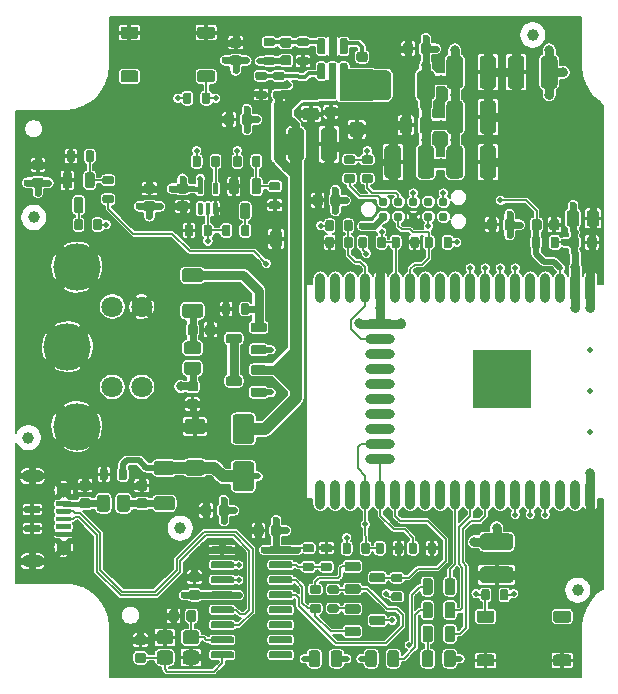
<source format=gtl>
G04 #@! TF.GenerationSoftware,KiCad,Pcbnew,(5.1.5-0-10_14)*
G04 #@! TF.CreationDate,2021-02-17T02:27:33-05:00*
G04 #@! TF.ProjectId,ADBT,41444254-2e6b-4696-9361-645f70636258,rev?*
G04 #@! TF.SameCoordinates,Original*
G04 #@! TF.FileFunction,Copper,L1,Top*
G04 #@! TF.FilePolarity,Positive*
%FSLAX46Y46*%
G04 Gerber Fmt 4.6, Leading zero omitted, Abs format (unit mm)*
G04 Created by KiCad (PCBNEW (5.1.5-0-10_14)) date 2021-02-17 02:27:33*
%MOMM*%
%LPD*%
G04 APERTURE LIST*
%ADD10C,0.787400*%
%ADD11C,0.100000*%
%ADD12C,1.300000*%
%ADD13O,1.900000X1.070000*%
%ADD14R,1.500000X1.500000*%
%ADD15R,3.000000X0.500000*%
%ADD16R,0.500000X3.000000*%
%ADD17C,0.800000*%
%ADD18R,5.000000X5.000000*%
%ADD19O,0.900000X2.500000*%
%ADD20O,2.500000X0.900000*%
%ADD21C,1.800000*%
%ADD22C,4.000000*%
%ADD23C,1.000000*%
%ADD24C,4.200000*%
%ADD25C,0.600000*%
%ADD26C,0.500000*%
%ADD27C,0.600000*%
%ADD28C,0.500000*%
%ADD29C,0.800000*%
%ADD30C,0.150000*%
%ADD31C,0.650000*%
%ADD32C,0.450000*%
%ADD33C,0.400000*%
%ADD34C,1.000000*%
%ADD35C,0.350000*%
%ADD36C,0.152400*%
G04 APERTURE END LIST*
D10*
X135763000Y-81534000D03*
X137033000Y-81534000D03*
X138303000Y-81534000D03*
X139573000Y-81534000D03*
X140843000Y-81534000D03*
X140843000Y-82804000D03*
X139573000Y-82804000D03*
X138303000Y-82804000D03*
X137033000Y-82804000D03*
X135763000Y-82804000D03*
G04 #@! TA.AperFunction,SMDPad,CuDef*
D11*
G36*
X136934306Y-76751685D02*
G01*
X136968282Y-76756725D01*
X137001600Y-76765071D01*
X137033939Y-76776642D01*
X137064989Y-76791328D01*
X137094450Y-76808986D01*
X137122038Y-76829446D01*
X137147487Y-76852513D01*
X137170554Y-76877962D01*
X137191014Y-76905550D01*
X137208672Y-76935011D01*
X137223358Y-76966061D01*
X137234929Y-76998400D01*
X137243275Y-77031718D01*
X137248315Y-77065694D01*
X137250000Y-77100000D01*
X137250000Y-79200000D01*
X137248315Y-79234306D01*
X137243275Y-79268282D01*
X137234929Y-79301600D01*
X137223358Y-79333939D01*
X137208672Y-79364989D01*
X137191014Y-79394450D01*
X137170554Y-79422038D01*
X137147487Y-79447487D01*
X137122038Y-79470554D01*
X137094450Y-79491014D01*
X137064989Y-79508672D01*
X137033939Y-79523358D01*
X137001600Y-79534929D01*
X136968282Y-79543275D01*
X136934306Y-79548315D01*
X136900000Y-79550000D01*
X136200000Y-79550000D01*
X136165694Y-79548315D01*
X136131718Y-79543275D01*
X136098400Y-79534929D01*
X136066061Y-79523358D01*
X136035011Y-79508672D01*
X136005550Y-79491014D01*
X135977962Y-79470554D01*
X135952513Y-79447487D01*
X135929446Y-79422038D01*
X135908986Y-79394450D01*
X135891328Y-79364989D01*
X135876642Y-79333939D01*
X135865071Y-79301600D01*
X135856725Y-79268282D01*
X135851685Y-79234306D01*
X135850000Y-79200000D01*
X135850000Y-77100000D01*
X135851685Y-77065694D01*
X135856725Y-77031718D01*
X135865071Y-76998400D01*
X135876642Y-76966061D01*
X135891328Y-76935011D01*
X135908986Y-76905550D01*
X135929446Y-76877962D01*
X135952513Y-76852513D01*
X135977962Y-76829446D01*
X136005550Y-76808986D01*
X136035011Y-76791328D01*
X136066061Y-76776642D01*
X136098400Y-76765071D01*
X136131718Y-76756725D01*
X136165694Y-76751685D01*
X136200000Y-76750000D01*
X136900000Y-76750000D01*
X136934306Y-76751685D01*
G37*
G04 #@! TD.AperFunction*
G04 #@! TA.AperFunction,SMDPad,CuDef*
G36*
X139734306Y-76751685D02*
G01*
X139768282Y-76756725D01*
X139801600Y-76765071D01*
X139833939Y-76776642D01*
X139864989Y-76791328D01*
X139894450Y-76808986D01*
X139922038Y-76829446D01*
X139947487Y-76852513D01*
X139970554Y-76877962D01*
X139991014Y-76905550D01*
X140008672Y-76935011D01*
X140023358Y-76966061D01*
X140034929Y-76998400D01*
X140043275Y-77031718D01*
X140048315Y-77065694D01*
X140050000Y-77100000D01*
X140050000Y-79200000D01*
X140048315Y-79234306D01*
X140043275Y-79268282D01*
X140034929Y-79301600D01*
X140023358Y-79333939D01*
X140008672Y-79364989D01*
X139991014Y-79394450D01*
X139970554Y-79422038D01*
X139947487Y-79447487D01*
X139922038Y-79470554D01*
X139894450Y-79491014D01*
X139864989Y-79508672D01*
X139833939Y-79523358D01*
X139801600Y-79534929D01*
X139768282Y-79543275D01*
X139734306Y-79548315D01*
X139700000Y-79550000D01*
X139000000Y-79550000D01*
X138965694Y-79548315D01*
X138931718Y-79543275D01*
X138898400Y-79534929D01*
X138866061Y-79523358D01*
X138835011Y-79508672D01*
X138805550Y-79491014D01*
X138777962Y-79470554D01*
X138752513Y-79447487D01*
X138729446Y-79422038D01*
X138708986Y-79394450D01*
X138691328Y-79364989D01*
X138676642Y-79333939D01*
X138665071Y-79301600D01*
X138656725Y-79268282D01*
X138651685Y-79234306D01*
X138650000Y-79200000D01*
X138650000Y-77100000D01*
X138651685Y-77065694D01*
X138656725Y-77031718D01*
X138665071Y-76998400D01*
X138676642Y-76966061D01*
X138691328Y-76935011D01*
X138708986Y-76905550D01*
X138729446Y-76877962D01*
X138752513Y-76852513D01*
X138777962Y-76829446D01*
X138805550Y-76808986D01*
X138835011Y-76791328D01*
X138866061Y-76776642D01*
X138898400Y-76765071D01*
X138931718Y-76756725D01*
X138965694Y-76751685D01*
X139000000Y-76750000D01*
X139700000Y-76750000D01*
X139734306Y-76751685D01*
G37*
G04 #@! TD.AperFunction*
G04 #@! TA.AperFunction,SMDPad,CuDef*
G36*
X126938229Y-83951264D02*
G01*
X126963711Y-83955044D01*
X126988700Y-83961303D01*
X127012954Y-83969982D01*
X127036242Y-83980996D01*
X127058337Y-83994239D01*
X127079028Y-84009585D01*
X127098116Y-84026884D01*
X127115415Y-84045972D01*
X127130761Y-84066663D01*
X127144004Y-84088758D01*
X127155018Y-84112046D01*
X127163697Y-84136300D01*
X127169956Y-84161289D01*
X127173736Y-84186771D01*
X127175000Y-84212500D01*
X127175000Y-85087500D01*
X127173736Y-85113229D01*
X127169956Y-85138711D01*
X127163697Y-85163700D01*
X127155018Y-85187954D01*
X127144004Y-85211242D01*
X127130761Y-85233337D01*
X127115415Y-85254028D01*
X127098116Y-85273116D01*
X127079028Y-85290415D01*
X127058337Y-85305761D01*
X127036242Y-85319004D01*
X127012954Y-85330018D01*
X126988700Y-85338697D01*
X126963711Y-85344956D01*
X126938229Y-85348736D01*
X126912500Y-85350000D01*
X126387500Y-85350000D01*
X126361771Y-85348736D01*
X126336289Y-85344956D01*
X126311300Y-85338697D01*
X126287046Y-85330018D01*
X126263758Y-85319004D01*
X126241663Y-85305761D01*
X126220972Y-85290415D01*
X126201884Y-85273116D01*
X126184585Y-85254028D01*
X126169239Y-85233337D01*
X126155996Y-85211242D01*
X126144982Y-85187954D01*
X126136303Y-85163700D01*
X126130044Y-85138711D01*
X126126264Y-85113229D01*
X126125000Y-85087500D01*
X126125000Y-84212500D01*
X126126264Y-84186771D01*
X126130044Y-84161289D01*
X126136303Y-84136300D01*
X126144982Y-84112046D01*
X126155996Y-84088758D01*
X126169239Y-84066663D01*
X126184585Y-84045972D01*
X126201884Y-84026884D01*
X126220972Y-84009585D01*
X126241663Y-83994239D01*
X126263758Y-83980996D01*
X126287046Y-83969982D01*
X126311300Y-83961303D01*
X126336289Y-83955044D01*
X126361771Y-83951264D01*
X126387500Y-83950000D01*
X126912500Y-83950000D01*
X126938229Y-83951264D01*
G37*
G04 #@! TD.AperFunction*
G04 #@! TA.AperFunction,SMDPad,CuDef*
G36*
X128638229Y-83951264D02*
G01*
X128663711Y-83955044D01*
X128688700Y-83961303D01*
X128712954Y-83969982D01*
X128736242Y-83980996D01*
X128758337Y-83994239D01*
X128779028Y-84009585D01*
X128798116Y-84026884D01*
X128815415Y-84045972D01*
X128830761Y-84066663D01*
X128844004Y-84088758D01*
X128855018Y-84112046D01*
X128863697Y-84136300D01*
X128869956Y-84161289D01*
X128873736Y-84186771D01*
X128875000Y-84212500D01*
X128875000Y-85087500D01*
X128873736Y-85113229D01*
X128869956Y-85138711D01*
X128863697Y-85163700D01*
X128855018Y-85187954D01*
X128844004Y-85211242D01*
X128830761Y-85233337D01*
X128815415Y-85254028D01*
X128798116Y-85273116D01*
X128779028Y-85290415D01*
X128758337Y-85305761D01*
X128736242Y-85319004D01*
X128712954Y-85330018D01*
X128688700Y-85338697D01*
X128663711Y-85344956D01*
X128638229Y-85348736D01*
X128612500Y-85350000D01*
X128087500Y-85350000D01*
X128061771Y-85348736D01*
X128036289Y-85344956D01*
X128011300Y-85338697D01*
X127987046Y-85330018D01*
X127963758Y-85319004D01*
X127941663Y-85305761D01*
X127920972Y-85290415D01*
X127901884Y-85273116D01*
X127884585Y-85254028D01*
X127869239Y-85233337D01*
X127855996Y-85211242D01*
X127844982Y-85187954D01*
X127836303Y-85163700D01*
X127830044Y-85138711D01*
X127826264Y-85113229D01*
X127825000Y-85087500D01*
X127825000Y-84212500D01*
X127826264Y-84186771D01*
X127830044Y-84161289D01*
X127836303Y-84136300D01*
X127844982Y-84112046D01*
X127855996Y-84088758D01*
X127869239Y-84066663D01*
X127884585Y-84045972D01*
X127901884Y-84026884D01*
X127920972Y-84009585D01*
X127941663Y-83994239D01*
X127963758Y-83980996D01*
X127987046Y-83969982D01*
X128011300Y-83961303D01*
X128036289Y-83955044D01*
X128061771Y-83951264D01*
X128087500Y-83950000D01*
X128612500Y-83950000D01*
X128638229Y-83951264D01*
G37*
G04 #@! TD.AperFunction*
G04 #@! TA.AperFunction,SMDPad,CuDef*
G36*
X116233329Y-81476023D02*
G01*
X116253957Y-81479083D01*
X116274185Y-81484150D01*
X116293820Y-81491176D01*
X116312672Y-81500092D01*
X116330559Y-81510813D01*
X116347309Y-81523235D01*
X116362760Y-81537240D01*
X116376765Y-81552691D01*
X116389187Y-81569441D01*
X116399908Y-81587328D01*
X116408824Y-81606180D01*
X116415850Y-81625815D01*
X116420917Y-81646043D01*
X116423977Y-81666671D01*
X116425000Y-81687500D01*
X116425000Y-82112500D01*
X116423977Y-82133329D01*
X116420917Y-82153957D01*
X116415850Y-82174185D01*
X116408824Y-82193820D01*
X116399908Y-82212672D01*
X116389187Y-82230559D01*
X116376765Y-82247309D01*
X116362760Y-82262760D01*
X116347309Y-82276765D01*
X116330559Y-82289187D01*
X116312672Y-82299908D01*
X116293820Y-82308824D01*
X116274185Y-82315850D01*
X116253957Y-82320917D01*
X116233329Y-82323977D01*
X116212500Y-82325000D01*
X115687500Y-82325000D01*
X115666671Y-82323977D01*
X115646043Y-82320917D01*
X115625815Y-82315850D01*
X115606180Y-82308824D01*
X115587328Y-82299908D01*
X115569441Y-82289187D01*
X115552691Y-82276765D01*
X115537240Y-82262760D01*
X115523235Y-82247309D01*
X115510813Y-82230559D01*
X115500092Y-82212672D01*
X115491176Y-82193820D01*
X115484150Y-82174185D01*
X115479083Y-82153957D01*
X115476023Y-82133329D01*
X115475000Y-82112500D01*
X115475000Y-81687500D01*
X115476023Y-81666671D01*
X115479083Y-81646043D01*
X115484150Y-81625815D01*
X115491176Y-81606180D01*
X115500092Y-81587328D01*
X115510813Y-81569441D01*
X115523235Y-81552691D01*
X115537240Y-81537240D01*
X115552691Y-81523235D01*
X115569441Y-81510813D01*
X115587328Y-81500092D01*
X115606180Y-81491176D01*
X115625815Y-81484150D01*
X115646043Y-81479083D01*
X115666671Y-81476023D01*
X115687500Y-81475000D01*
X116212500Y-81475000D01*
X116233329Y-81476023D01*
G37*
G04 #@! TD.AperFunction*
G04 #@! TA.AperFunction,SMDPad,CuDef*
G36*
X116233329Y-79976023D02*
G01*
X116253957Y-79979083D01*
X116274185Y-79984150D01*
X116293820Y-79991176D01*
X116312672Y-80000092D01*
X116330559Y-80010813D01*
X116347309Y-80023235D01*
X116362760Y-80037240D01*
X116376765Y-80052691D01*
X116389187Y-80069441D01*
X116399908Y-80087328D01*
X116408824Y-80106180D01*
X116415850Y-80125815D01*
X116420917Y-80146043D01*
X116423977Y-80166671D01*
X116425000Y-80187500D01*
X116425000Y-80612500D01*
X116423977Y-80633329D01*
X116420917Y-80653957D01*
X116415850Y-80674185D01*
X116408824Y-80693820D01*
X116399908Y-80712672D01*
X116389187Y-80730559D01*
X116376765Y-80747309D01*
X116362760Y-80762760D01*
X116347309Y-80776765D01*
X116330559Y-80789187D01*
X116312672Y-80799908D01*
X116293820Y-80808824D01*
X116274185Y-80815850D01*
X116253957Y-80820917D01*
X116233329Y-80823977D01*
X116212500Y-80825000D01*
X115687500Y-80825000D01*
X115666671Y-80823977D01*
X115646043Y-80820917D01*
X115625815Y-80815850D01*
X115606180Y-80808824D01*
X115587328Y-80799908D01*
X115569441Y-80789187D01*
X115552691Y-80776765D01*
X115537240Y-80762760D01*
X115523235Y-80747309D01*
X115510813Y-80730559D01*
X115500092Y-80712672D01*
X115491176Y-80693820D01*
X115484150Y-80674185D01*
X115479083Y-80653957D01*
X115476023Y-80633329D01*
X115475000Y-80612500D01*
X115475000Y-80187500D01*
X115476023Y-80166671D01*
X115479083Y-80146043D01*
X115484150Y-80125815D01*
X115491176Y-80106180D01*
X115500092Y-80087328D01*
X115510813Y-80069441D01*
X115523235Y-80052691D01*
X115537240Y-80037240D01*
X115552691Y-80023235D01*
X115569441Y-80010813D01*
X115587328Y-80000092D01*
X115606180Y-79991176D01*
X115625815Y-79984150D01*
X115646043Y-79979083D01*
X115666671Y-79976023D01*
X115687500Y-79975000D01*
X116212500Y-79975000D01*
X116233329Y-79976023D01*
G37*
G04 #@! TD.AperFunction*
G04 #@! TA.AperFunction,SMDPad,CuDef*
G36*
X122483329Y-107176023D02*
G01*
X122503957Y-107179083D01*
X122524185Y-107184150D01*
X122543820Y-107191176D01*
X122562672Y-107200092D01*
X122580559Y-107210813D01*
X122597309Y-107223235D01*
X122612760Y-107237240D01*
X122626765Y-107252691D01*
X122639187Y-107269441D01*
X122649908Y-107287328D01*
X122658824Y-107306180D01*
X122665850Y-107325815D01*
X122670917Y-107346043D01*
X122673977Y-107366671D01*
X122675000Y-107387500D01*
X122675000Y-107912500D01*
X122673977Y-107933329D01*
X122670917Y-107953957D01*
X122665850Y-107974185D01*
X122658824Y-107993820D01*
X122649908Y-108012672D01*
X122639187Y-108030559D01*
X122626765Y-108047309D01*
X122612760Y-108062760D01*
X122597309Y-108076765D01*
X122580559Y-108089187D01*
X122562672Y-108099908D01*
X122543820Y-108108824D01*
X122524185Y-108115850D01*
X122503957Y-108120917D01*
X122483329Y-108123977D01*
X122462500Y-108125000D01*
X122037500Y-108125000D01*
X122016671Y-108123977D01*
X121996043Y-108120917D01*
X121975815Y-108115850D01*
X121956180Y-108108824D01*
X121937328Y-108099908D01*
X121919441Y-108089187D01*
X121902691Y-108076765D01*
X121887240Y-108062760D01*
X121873235Y-108047309D01*
X121860813Y-108030559D01*
X121850092Y-108012672D01*
X121841176Y-107993820D01*
X121834150Y-107974185D01*
X121829083Y-107953957D01*
X121826023Y-107933329D01*
X121825000Y-107912500D01*
X121825000Y-107387500D01*
X121826023Y-107366671D01*
X121829083Y-107346043D01*
X121834150Y-107325815D01*
X121841176Y-107306180D01*
X121850092Y-107287328D01*
X121860813Y-107269441D01*
X121873235Y-107252691D01*
X121887240Y-107237240D01*
X121902691Y-107223235D01*
X121919441Y-107210813D01*
X121937328Y-107200092D01*
X121956180Y-107191176D01*
X121975815Y-107184150D01*
X121996043Y-107179083D01*
X122016671Y-107176023D01*
X122037500Y-107175000D01*
X122462500Y-107175000D01*
X122483329Y-107176023D01*
G37*
G04 #@! TD.AperFunction*
G04 #@! TA.AperFunction,SMDPad,CuDef*
G36*
X120983329Y-107176023D02*
G01*
X121003957Y-107179083D01*
X121024185Y-107184150D01*
X121043820Y-107191176D01*
X121062672Y-107200092D01*
X121080559Y-107210813D01*
X121097309Y-107223235D01*
X121112760Y-107237240D01*
X121126765Y-107252691D01*
X121139187Y-107269441D01*
X121149908Y-107287328D01*
X121158824Y-107306180D01*
X121165850Y-107325815D01*
X121170917Y-107346043D01*
X121173977Y-107366671D01*
X121175000Y-107387500D01*
X121175000Y-107912500D01*
X121173977Y-107933329D01*
X121170917Y-107953957D01*
X121165850Y-107974185D01*
X121158824Y-107993820D01*
X121149908Y-108012672D01*
X121139187Y-108030559D01*
X121126765Y-108047309D01*
X121112760Y-108062760D01*
X121097309Y-108076765D01*
X121080559Y-108089187D01*
X121062672Y-108099908D01*
X121043820Y-108108824D01*
X121024185Y-108115850D01*
X121003957Y-108120917D01*
X120983329Y-108123977D01*
X120962500Y-108125000D01*
X120537500Y-108125000D01*
X120516671Y-108123977D01*
X120496043Y-108120917D01*
X120475815Y-108115850D01*
X120456180Y-108108824D01*
X120437328Y-108099908D01*
X120419441Y-108089187D01*
X120402691Y-108076765D01*
X120387240Y-108062760D01*
X120373235Y-108047309D01*
X120360813Y-108030559D01*
X120350092Y-108012672D01*
X120341176Y-107993820D01*
X120334150Y-107974185D01*
X120329083Y-107953957D01*
X120326023Y-107933329D01*
X120325000Y-107912500D01*
X120325000Y-107387500D01*
X120326023Y-107366671D01*
X120329083Y-107346043D01*
X120334150Y-107325815D01*
X120341176Y-107306180D01*
X120350092Y-107287328D01*
X120360813Y-107269441D01*
X120373235Y-107252691D01*
X120387240Y-107237240D01*
X120402691Y-107223235D01*
X120419441Y-107210813D01*
X120437328Y-107200092D01*
X120456180Y-107191176D01*
X120475815Y-107184150D01*
X120496043Y-107179083D01*
X120516671Y-107176023D01*
X120537500Y-107175000D01*
X120962500Y-107175000D01*
X120983329Y-107176023D01*
G37*
G04 #@! TD.AperFunction*
G04 #@! TA.AperFunction,SMDPad,CuDef*
G36*
X145183329Y-82976023D02*
G01*
X145203957Y-82979083D01*
X145224185Y-82984150D01*
X145243820Y-82991176D01*
X145262672Y-83000092D01*
X145280559Y-83010813D01*
X145297309Y-83023235D01*
X145312760Y-83037240D01*
X145326765Y-83052691D01*
X145339187Y-83069441D01*
X145349908Y-83087328D01*
X145358824Y-83106180D01*
X145365850Y-83125815D01*
X145370917Y-83146043D01*
X145373977Y-83166671D01*
X145375000Y-83187500D01*
X145375000Y-83712500D01*
X145373977Y-83733329D01*
X145370917Y-83753957D01*
X145365850Y-83774185D01*
X145358824Y-83793820D01*
X145349908Y-83812672D01*
X145339187Y-83830559D01*
X145326765Y-83847309D01*
X145312760Y-83862760D01*
X145297309Y-83876765D01*
X145280559Y-83889187D01*
X145262672Y-83899908D01*
X145243820Y-83908824D01*
X145224185Y-83915850D01*
X145203957Y-83920917D01*
X145183329Y-83923977D01*
X145162500Y-83925000D01*
X144737500Y-83925000D01*
X144716671Y-83923977D01*
X144696043Y-83920917D01*
X144675815Y-83915850D01*
X144656180Y-83908824D01*
X144637328Y-83899908D01*
X144619441Y-83889187D01*
X144602691Y-83876765D01*
X144587240Y-83862760D01*
X144573235Y-83847309D01*
X144560813Y-83830559D01*
X144550092Y-83812672D01*
X144541176Y-83793820D01*
X144534150Y-83774185D01*
X144529083Y-83753957D01*
X144526023Y-83733329D01*
X144525000Y-83712500D01*
X144525000Y-83187500D01*
X144526023Y-83166671D01*
X144529083Y-83146043D01*
X144534150Y-83125815D01*
X144541176Y-83106180D01*
X144550092Y-83087328D01*
X144560813Y-83069441D01*
X144573235Y-83052691D01*
X144587240Y-83037240D01*
X144602691Y-83023235D01*
X144619441Y-83010813D01*
X144637328Y-83000092D01*
X144656180Y-82991176D01*
X144675815Y-82984150D01*
X144696043Y-82979083D01*
X144716671Y-82976023D01*
X144737500Y-82975000D01*
X145162500Y-82975000D01*
X145183329Y-82976023D01*
G37*
G04 #@! TD.AperFunction*
G04 #@! TA.AperFunction,SMDPad,CuDef*
G36*
X146683329Y-82976023D02*
G01*
X146703957Y-82979083D01*
X146724185Y-82984150D01*
X146743820Y-82991176D01*
X146762672Y-83000092D01*
X146780559Y-83010813D01*
X146797309Y-83023235D01*
X146812760Y-83037240D01*
X146826765Y-83052691D01*
X146839187Y-83069441D01*
X146849908Y-83087328D01*
X146858824Y-83106180D01*
X146865850Y-83125815D01*
X146870917Y-83146043D01*
X146873977Y-83166671D01*
X146875000Y-83187500D01*
X146875000Y-83712500D01*
X146873977Y-83733329D01*
X146870917Y-83753957D01*
X146865850Y-83774185D01*
X146858824Y-83793820D01*
X146849908Y-83812672D01*
X146839187Y-83830559D01*
X146826765Y-83847309D01*
X146812760Y-83862760D01*
X146797309Y-83876765D01*
X146780559Y-83889187D01*
X146762672Y-83899908D01*
X146743820Y-83908824D01*
X146724185Y-83915850D01*
X146703957Y-83920917D01*
X146683329Y-83923977D01*
X146662500Y-83925000D01*
X146237500Y-83925000D01*
X146216671Y-83923977D01*
X146196043Y-83920917D01*
X146175815Y-83915850D01*
X146156180Y-83908824D01*
X146137328Y-83899908D01*
X146119441Y-83889187D01*
X146102691Y-83876765D01*
X146087240Y-83862760D01*
X146073235Y-83847309D01*
X146060813Y-83830559D01*
X146050092Y-83812672D01*
X146041176Y-83793820D01*
X146034150Y-83774185D01*
X146029083Y-83753957D01*
X146026023Y-83733329D01*
X146025000Y-83712500D01*
X146025000Y-83187500D01*
X146026023Y-83166671D01*
X146029083Y-83146043D01*
X146034150Y-83125815D01*
X146041176Y-83106180D01*
X146050092Y-83087328D01*
X146060813Y-83069441D01*
X146073235Y-83052691D01*
X146087240Y-83037240D01*
X146102691Y-83023235D01*
X146119441Y-83010813D01*
X146137328Y-83000092D01*
X146156180Y-82991176D01*
X146175815Y-82984150D01*
X146196043Y-82979083D01*
X146216671Y-82976023D01*
X146237500Y-82975000D01*
X146662500Y-82975000D01*
X146683329Y-82976023D01*
G37*
G04 #@! TD.AperFunction*
G04 #@! TA.AperFunction,SMDPad,CuDef*
G36*
X124433329Y-74076023D02*
G01*
X124453957Y-74079083D01*
X124474185Y-74084150D01*
X124493820Y-74091176D01*
X124512672Y-74100092D01*
X124530559Y-74110813D01*
X124547309Y-74123235D01*
X124562760Y-74137240D01*
X124576765Y-74152691D01*
X124589187Y-74169441D01*
X124599908Y-74187328D01*
X124608824Y-74206180D01*
X124615850Y-74225815D01*
X124620917Y-74246043D01*
X124623977Y-74266671D01*
X124625000Y-74287500D01*
X124625000Y-74812500D01*
X124623977Y-74833329D01*
X124620917Y-74853957D01*
X124615850Y-74874185D01*
X124608824Y-74893820D01*
X124599908Y-74912672D01*
X124589187Y-74930559D01*
X124576765Y-74947309D01*
X124562760Y-74962760D01*
X124547309Y-74976765D01*
X124530559Y-74989187D01*
X124512672Y-74999908D01*
X124493820Y-75008824D01*
X124474185Y-75015850D01*
X124453957Y-75020917D01*
X124433329Y-75023977D01*
X124412500Y-75025000D01*
X123987500Y-75025000D01*
X123966671Y-75023977D01*
X123946043Y-75020917D01*
X123925815Y-75015850D01*
X123906180Y-75008824D01*
X123887328Y-74999908D01*
X123869441Y-74989187D01*
X123852691Y-74976765D01*
X123837240Y-74962760D01*
X123823235Y-74947309D01*
X123810813Y-74930559D01*
X123800092Y-74912672D01*
X123791176Y-74893820D01*
X123784150Y-74874185D01*
X123779083Y-74853957D01*
X123776023Y-74833329D01*
X123775000Y-74812500D01*
X123775000Y-74287500D01*
X123776023Y-74266671D01*
X123779083Y-74246043D01*
X123784150Y-74225815D01*
X123791176Y-74206180D01*
X123800092Y-74187328D01*
X123810813Y-74169441D01*
X123823235Y-74152691D01*
X123837240Y-74137240D01*
X123852691Y-74123235D01*
X123869441Y-74110813D01*
X123887328Y-74100092D01*
X123906180Y-74091176D01*
X123925815Y-74084150D01*
X123946043Y-74079083D01*
X123966671Y-74076023D01*
X123987500Y-74075000D01*
X124412500Y-74075000D01*
X124433329Y-74076023D01*
G37*
G04 #@! TD.AperFunction*
G04 #@! TA.AperFunction,SMDPad,CuDef*
G36*
X122933329Y-74076023D02*
G01*
X122953957Y-74079083D01*
X122974185Y-74084150D01*
X122993820Y-74091176D01*
X123012672Y-74100092D01*
X123030559Y-74110813D01*
X123047309Y-74123235D01*
X123062760Y-74137240D01*
X123076765Y-74152691D01*
X123089187Y-74169441D01*
X123099908Y-74187328D01*
X123108824Y-74206180D01*
X123115850Y-74225815D01*
X123120917Y-74246043D01*
X123123977Y-74266671D01*
X123125000Y-74287500D01*
X123125000Y-74812500D01*
X123123977Y-74833329D01*
X123120917Y-74853957D01*
X123115850Y-74874185D01*
X123108824Y-74893820D01*
X123099908Y-74912672D01*
X123089187Y-74930559D01*
X123076765Y-74947309D01*
X123062760Y-74962760D01*
X123047309Y-74976765D01*
X123030559Y-74989187D01*
X123012672Y-74999908D01*
X122993820Y-75008824D01*
X122974185Y-75015850D01*
X122953957Y-75020917D01*
X122933329Y-75023977D01*
X122912500Y-75025000D01*
X122487500Y-75025000D01*
X122466671Y-75023977D01*
X122446043Y-75020917D01*
X122425815Y-75015850D01*
X122406180Y-75008824D01*
X122387328Y-74999908D01*
X122369441Y-74989187D01*
X122352691Y-74976765D01*
X122337240Y-74962760D01*
X122323235Y-74947309D01*
X122310813Y-74930559D01*
X122300092Y-74912672D01*
X122291176Y-74893820D01*
X122284150Y-74874185D01*
X122279083Y-74853957D01*
X122276023Y-74833329D01*
X122275000Y-74812500D01*
X122275000Y-74287500D01*
X122276023Y-74266671D01*
X122279083Y-74246043D01*
X122284150Y-74225815D01*
X122291176Y-74206180D01*
X122300092Y-74187328D01*
X122310813Y-74169441D01*
X122323235Y-74152691D01*
X122337240Y-74137240D01*
X122352691Y-74123235D01*
X122369441Y-74110813D01*
X122387328Y-74100092D01*
X122406180Y-74091176D01*
X122425815Y-74084150D01*
X122446043Y-74079083D01*
X122466671Y-74076023D01*
X122487500Y-74075000D01*
X122912500Y-74075000D01*
X122933329Y-74076023D01*
G37*
G04 #@! TD.AperFunction*
G04 #@! TA.AperFunction,SMDPad,CuDef*
G36*
X127217153Y-70500843D02*
G01*
X127234141Y-70503363D01*
X127250800Y-70507535D01*
X127266970Y-70513321D01*
X127282494Y-70520664D01*
X127297225Y-70529493D01*
X127311019Y-70539723D01*
X127323744Y-70551256D01*
X127335277Y-70563981D01*
X127345507Y-70577775D01*
X127354336Y-70592506D01*
X127361679Y-70608030D01*
X127367465Y-70624200D01*
X127371637Y-70640859D01*
X127374157Y-70657847D01*
X127375000Y-70675000D01*
X127375000Y-71025000D01*
X127374157Y-71042153D01*
X127371637Y-71059141D01*
X127367465Y-71075800D01*
X127361679Y-71091970D01*
X127354336Y-71107494D01*
X127345507Y-71122225D01*
X127335277Y-71136019D01*
X127323744Y-71148744D01*
X127311019Y-71160277D01*
X127297225Y-71170507D01*
X127282494Y-71179336D01*
X127266970Y-71186679D01*
X127250800Y-71192465D01*
X127234141Y-71196637D01*
X127217153Y-71199157D01*
X127200000Y-71200000D01*
X126600000Y-71200000D01*
X126582847Y-71199157D01*
X126565859Y-71196637D01*
X126549200Y-71192465D01*
X126533030Y-71186679D01*
X126517506Y-71179336D01*
X126502775Y-71170507D01*
X126488981Y-71160277D01*
X126476256Y-71148744D01*
X126464723Y-71136019D01*
X126454493Y-71122225D01*
X126445664Y-71107494D01*
X126438321Y-71091970D01*
X126432535Y-71075800D01*
X126428363Y-71059141D01*
X126425843Y-71042153D01*
X126425000Y-71025000D01*
X126425000Y-70675000D01*
X126425843Y-70657847D01*
X126428363Y-70640859D01*
X126432535Y-70624200D01*
X126438321Y-70608030D01*
X126445664Y-70592506D01*
X126454493Y-70577775D01*
X126464723Y-70563981D01*
X126476256Y-70551256D01*
X126488981Y-70539723D01*
X126502775Y-70529493D01*
X126517506Y-70520664D01*
X126533030Y-70513321D01*
X126549200Y-70507535D01*
X126565859Y-70503363D01*
X126582847Y-70500843D01*
X126600000Y-70500000D01*
X127200000Y-70500000D01*
X127217153Y-70500843D01*
G37*
G04 #@! TD.AperFunction*
G04 #@! TA.AperFunction,SMDPad,CuDef*
G36*
X127217153Y-72100843D02*
G01*
X127234141Y-72103363D01*
X127250800Y-72107535D01*
X127266970Y-72113321D01*
X127282494Y-72120664D01*
X127297225Y-72129493D01*
X127311019Y-72139723D01*
X127323744Y-72151256D01*
X127335277Y-72163981D01*
X127345507Y-72177775D01*
X127354336Y-72192506D01*
X127361679Y-72208030D01*
X127367465Y-72224200D01*
X127371637Y-72240859D01*
X127374157Y-72257847D01*
X127375000Y-72275000D01*
X127375000Y-72625000D01*
X127374157Y-72642153D01*
X127371637Y-72659141D01*
X127367465Y-72675800D01*
X127361679Y-72691970D01*
X127354336Y-72707494D01*
X127345507Y-72722225D01*
X127335277Y-72736019D01*
X127323744Y-72748744D01*
X127311019Y-72760277D01*
X127297225Y-72770507D01*
X127282494Y-72779336D01*
X127266970Y-72786679D01*
X127250800Y-72792465D01*
X127234141Y-72796637D01*
X127217153Y-72799157D01*
X127200000Y-72800000D01*
X126600000Y-72800000D01*
X126582847Y-72799157D01*
X126565859Y-72796637D01*
X126549200Y-72792465D01*
X126533030Y-72786679D01*
X126517506Y-72779336D01*
X126502775Y-72770507D01*
X126488981Y-72760277D01*
X126476256Y-72748744D01*
X126464723Y-72736019D01*
X126454493Y-72722225D01*
X126445664Y-72707494D01*
X126438321Y-72691970D01*
X126432535Y-72675800D01*
X126428363Y-72659141D01*
X126425843Y-72642153D01*
X126425000Y-72625000D01*
X126425000Y-72275000D01*
X126425843Y-72257847D01*
X126428363Y-72240859D01*
X126432535Y-72224200D01*
X126438321Y-72208030D01*
X126445664Y-72192506D01*
X126454493Y-72177775D01*
X126464723Y-72163981D01*
X126476256Y-72151256D01*
X126488981Y-72139723D01*
X126502775Y-72129493D01*
X126517506Y-72120664D01*
X126533030Y-72113321D01*
X126549200Y-72107535D01*
X126565859Y-72103363D01*
X126582847Y-72100843D01*
X126600000Y-72100000D01*
X127200000Y-72100000D01*
X127217153Y-72100843D01*
G37*
G04 #@! TD.AperFunction*
G04 #@! TA.AperFunction,SMDPad,CuDef*
G36*
X130180142Y-119501174D02*
G01*
X130203803Y-119504684D01*
X130227007Y-119510496D01*
X130249529Y-119518554D01*
X130271153Y-119528782D01*
X130291670Y-119541079D01*
X130310883Y-119555329D01*
X130328607Y-119571393D01*
X130344671Y-119589117D01*
X130358921Y-119608330D01*
X130371218Y-119628847D01*
X130381446Y-119650471D01*
X130389504Y-119672993D01*
X130395316Y-119696197D01*
X130398826Y-119719858D01*
X130400000Y-119743750D01*
X130400000Y-120656250D01*
X130398826Y-120680142D01*
X130395316Y-120703803D01*
X130389504Y-120727007D01*
X130381446Y-120749529D01*
X130371218Y-120771153D01*
X130358921Y-120791670D01*
X130344671Y-120810883D01*
X130328607Y-120828607D01*
X130310883Y-120844671D01*
X130291670Y-120858921D01*
X130271153Y-120871218D01*
X130249529Y-120881446D01*
X130227007Y-120889504D01*
X130203803Y-120895316D01*
X130180142Y-120898826D01*
X130156250Y-120900000D01*
X129668750Y-120900000D01*
X129644858Y-120898826D01*
X129621197Y-120895316D01*
X129597993Y-120889504D01*
X129575471Y-120881446D01*
X129553847Y-120871218D01*
X129533330Y-120858921D01*
X129514117Y-120844671D01*
X129496393Y-120828607D01*
X129480329Y-120810883D01*
X129466079Y-120791670D01*
X129453782Y-120771153D01*
X129443554Y-120749529D01*
X129435496Y-120727007D01*
X129429684Y-120703803D01*
X129426174Y-120680142D01*
X129425000Y-120656250D01*
X129425000Y-119743750D01*
X129426174Y-119719858D01*
X129429684Y-119696197D01*
X129435496Y-119672993D01*
X129443554Y-119650471D01*
X129453782Y-119628847D01*
X129466079Y-119608330D01*
X129480329Y-119589117D01*
X129496393Y-119571393D01*
X129514117Y-119555329D01*
X129533330Y-119541079D01*
X129553847Y-119528782D01*
X129575471Y-119518554D01*
X129597993Y-119510496D01*
X129621197Y-119504684D01*
X129644858Y-119501174D01*
X129668750Y-119500000D01*
X130156250Y-119500000D01*
X130180142Y-119501174D01*
G37*
G04 #@! TD.AperFunction*
G04 #@! TA.AperFunction,SMDPad,CuDef*
G36*
X132055142Y-119501174D02*
G01*
X132078803Y-119504684D01*
X132102007Y-119510496D01*
X132124529Y-119518554D01*
X132146153Y-119528782D01*
X132166670Y-119541079D01*
X132185883Y-119555329D01*
X132203607Y-119571393D01*
X132219671Y-119589117D01*
X132233921Y-119608330D01*
X132246218Y-119628847D01*
X132256446Y-119650471D01*
X132264504Y-119672993D01*
X132270316Y-119696197D01*
X132273826Y-119719858D01*
X132275000Y-119743750D01*
X132275000Y-120656250D01*
X132273826Y-120680142D01*
X132270316Y-120703803D01*
X132264504Y-120727007D01*
X132256446Y-120749529D01*
X132246218Y-120771153D01*
X132233921Y-120791670D01*
X132219671Y-120810883D01*
X132203607Y-120828607D01*
X132185883Y-120844671D01*
X132166670Y-120858921D01*
X132146153Y-120871218D01*
X132124529Y-120881446D01*
X132102007Y-120889504D01*
X132078803Y-120895316D01*
X132055142Y-120898826D01*
X132031250Y-120900000D01*
X131543750Y-120900000D01*
X131519858Y-120898826D01*
X131496197Y-120895316D01*
X131472993Y-120889504D01*
X131450471Y-120881446D01*
X131428847Y-120871218D01*
X131408330Y-120858921D01*
X131389117Y-120844671D01*
X131371393Y-120828607D01*
X131355329Y-120810883D01*
X131341079Y-120791670D01*
X131328782Y-120771153D01*
X131318554Y-120749529D01*
X131310496Y-120727007D01*
X131304684Y-120703803D01*
X131301174Y-120680142D01*
X131300000Y-120656250D01*
X131300000Y-119743750D01*
X131301174Y-119719858D01*
X131304684Y-119696197D01*
X131310496Y-119672993D01*
X131318554Y-119650471D01*
X131328782Y-119628847D01*
X131341079Y-119608330D01*
X131355329Y-119589117D01*
X131371393Y-119571393D01*
X131389117Y-119555329D01*
X131408330Y-119541079D01*
X131428847Y-119528782D01*
X131450471Y-119518554D01*
X131472993Y-119510496D01*
X131496197Y-119504684D01*
X131519858Y-119501174D01*
X131543750Y-119500000D01*
X132031250Y-119500000D01*
X132055142Y-119501174D01*
G37*
G04 #@! TD.AperFunction*
G04 #@! TA.AperFunction,SMDPad,CuDef*
G36*
X134980142Y-119501174D02*
G01*
X135003803Y-119504684D01*
X135027007Y-119510496D01*
X135049529Y-119518554D01*
X135071153Y-119528782D01*
X135091670Y-119541079D01*
X135110883Y-119555329D01*
X135128607Y-119571393D01*
X135144671Y-119589117D01*
X135158921Y-119608330D01*
X135171218Y-119628847D01*
X135181446Y-119650471D01*
X135189504Y-119672993D01*
X135195316Y-119696197D01*
X135198826Y-119719858D01*
X135200000Y-119743750D01*
X135200000Y-120656250D01*
X135198826Y-120680142D01*
X135195316Y-120703803D01*
X135189504Y-120727007D01*
X135181446Y-120749529D01*
X135171218Y-120771153D01*
X135158921Y-120791670D01*
X135144671Y-120810883D01*
X135128607Y-120828607D01*
X135110883Y-120844671D01*
X135091670Y-120858921D01*
X135071153Y-120871218D01*
X135049529Y-120881446D01*
X135027007Y-120889504D01*
X135003803Y-120895316D01*
X134980142Y-120898826D01*
X134956250Y-120900000D01*
X134468750Y-120900000D01*
X134444858Y-120898826D01*
X134421197Y-120895316D01*
X134397993Y-120889504D01*
X134375471Y-120881446D01*
X134353847Y-120871218D01*
X134333330Y-120858921D01*
X134314117Y-120844671D01*
X134296393Y-120828607D01*
X134280329Y-120810883D01*
X134266079Y-120791670D01*
X134253782Y-120771153D01*
X134243554Y-120749529D01*
X134235496Y-120727007D01*
X134229684Y-120703803D01*
X134226174Y-120680142D01*
X134225000Y-120656250D01*
X134225000Y-119743750D01*
X134226174Y-119719858D01*
X134229684Y-119696197D01*
X134235496Y-119672993D01*
X134243554Y-119650471D01*
X134253782Y-119628847D01*
X134266079Y-119608330D01*
X134280329Y-119589117D01*
X134296393Y-119571393D01*
X134314117Y-119555329D01*
X134333330Y-119541079D01*
X134353847Y-119528782D01*
X134375471Y-119518554D01*
X134397993Y-119510496D01*
X134421197Y-119504684D01*
X134444858Y-119501174D01*
X134468750Y-119500000D01*
X134956250Y-119500000D01*
X134980142Y-119501174D01*
G37*
G04 #@! TD.AperFunction*
G04 #@! TA.AperFunction,SMDPad,CuDef*
G36*
X136855142Y-119501174D02*
G01*
X136878803Y-119504684D01*
X136902007Y-119510496D01*
X136924529Y-119518554D01*
X136946153Y-119528782D01*
X136966670Y-119541079D01*
X136985883Y-119555329D01*
X137003607Y-119571393D01*
X137019671Y-119589117D01*
X137033921Y-119608330D01*
X137046218Y-119628847D01*
X137056446Y-119650471D01*
X137064504Y-119672993D01*
X137070316Y-119696197D01*
X137073826Y-119719858D01*
X137075000Y-119743750D01*
X137075000Y-120656250D01*
X137073826Y-120680142D01*
X137070316Y-120703803D01*
X137064504Y-120727007D01*
X137056446Y-120749529D01*
X137046218Y-120771153D01*
X137033921Y-120791670D01*
X137019671Y-120810883D01*
X137003607Y-120828607D01*
X136985883Y-120844671D01*
X136966670Y-120858921D01*
X136946153Y-120871218D01*
X136924529Y-120881446D01*
X136902007Y-120889504D01*
X136878803Y-120895316D01*
X136855142Y-120898826D01*
X136831250Y-120900000D01*
X136343750Y-120900000D01*
X136319858Y-120898826D01*
X136296197Y-120895316D01*
X136272993Y-120889504D01*
X136250471Y-120881446D01*
X136228847Y-120871218D01*
X136208330Y-120858921D01*
X136189117Y-120844671D01*
X136171393Y-120828607D01*
X136155329Y-120810883D01*
X136141079Y-120791670D01*
X136128782Y-120771153D01*
X136118554Y-120749529D01*
X136110496Y-120727007D01*
X136104684Y-120703803D01*
X136101174Y-120680142D01*
X136100000Y-120656250D01*
X136100000Y-119743750D01*
X136101174Y-119719858D01*
X136104684Y-119696197D01*
X136110496Y-119672993D01*
X136118554Y-119650471D01*
X136128782Y-119628847D01*
X136141079Y-119608330D01*
X136155329Y-119589117D01*
X136171393Y-119571393D01*
X136189117Y-119555329D01*
X136208330Y-119541079D01*
X136228847Y-119528782D01*
X136250471Y-119518554D01*
X136272993Y-119510496D01*
X136296197Y-119504684D01*
X136319858Y-119501174D01*
X136343750Y-119500000D01*
X136831250Y-119500000D01*
X136855142Y-119501174D01*
G37*
G04 #@! TD.AperFunction*
G04 #@! TA.AperFunction,SMDPad,CuDef*
G36*
X141655142Y-119501174D02*
G01*
X141678803Y-119504684D01*
X141702007Y-119510496D01*
X141724529Y-119518554D01*
X141746153Y-119528782D01*
X141766670Y-119541079D01*
X141785883Y-119555329D01*
X141803607Y-119571393D01*
X141819671Y-119589117D01*
X141833921Y-119608330D01*
X141846218Y-119628847D01*
X141856446Y-119650471D01*
X141864504Y-119672993D01*
X141870316Y-119696197D01*
X141873826Y-119719858D01*
X141875000Y-119743750D01*
X141875000Y-120656250D01*
X141873826Y-120680142D01*
X141870316Y-120703803D01*
X141864504Y-120727007D01*
X141856446Y-120749529D01*
X141846218Y-120771153D01*
X141833921Y-120791670D01*
X141819671Y-120810883D01*
X141803607Y-120828607D01*
X141785883Y-120844671D01*
X141766670Y-120858921D01*
X141746153Y-120871218D01*
X141724529Y-120881446D01*
X141702007Y-120889504D01*
X141678803Y-120895316D01*
X141655142Y-120898826D01*
X141631250Y-120900000D01*
X141143750Y-120900000D01*
X141119858Y-120898826D01*
X141096197Y-120895316D01*
X141072993Y-120889504D01*
X141050471Y-120881446D01*
X141028847Y-120871218D01*
X141008330Y-120858921D01*
X140989117Y-120844671D01*
X140971393Y-120828607D01*
X140955329Y-120810883D01*
X140941079Y-120791670D01*
X140928782Y-120771153D01*
X140918554Y-120749529D01*
X140910496Y-120727007D01*
X140904684Y-120703803D01*
X140901174Y-120680142D01*
X140900000Y-120656250D01*
X140900000Y-119743750D01*
X140901174Y-119719858D01*
X140904684Y-119696197D01*
X140910496Y-119672993D01*
X140918554Y-119650471D01*
X140928782Y-119628847D01*
X140941079Y-119608330D01*
X140955329Y-119589117D01*
X140971393Y-119571393D01*
X140989117Y-119555329D01*
X141008330Y-119541079D01*
X141028847Y-119528782D01*
X141050471Y-119518554D01*
X141072993Y-119510496D01*
X141096197Y-119504684D01*
X141119858Y-119501174D01*
X141143750Y-119500000D01*
X141631250Y-119500000D01*
X141655142Y-119501174D01*
G37*
G04 #@! TD.AperFunction*
G04 #@! TA.AperFunction,SMDPad,CuDef*
G36*
X139780142Y-119501174D02*
G01*
X139803803Y-119504684D01*
X139827007Y-119510496D01*
X139849529Y-119518554D01*
X139871153Y-119528782D01*
X139891670Y-119541079D01*
X139910883Y-119555329D01*
X139928607Y-119571393D01*
X139944671Y-119589117D01*
X139958921Y-119608330D01*
X139971218Y-119628847D01*
X139981446Y-119650471D01*
X139989504Y-119672993D01*
X139995316Y-119696197D01*
X139998826Y-119719858D01*
X140000000Y-119743750D01*
X140000000Y-120656250D01*
X139998826Y-120680142D01*
X139995316Y-120703803D01*
X139989504Y-120727007D01*
X139981446Y-120749529D01*
X139971218Y-120771153D01*
X139958921Y-120791670D01*
X139944671Y-120810883D01*
X139928607Y-120828607D01*
X139910883Y-120844671D01*
X139891670Y-120858921D01*
X139871153Y-120871218D01*
X139849529Y-120881446D01*
X139827007Y-120889504D01*
X139803803Y-120895316D01*
X139780142Y-120898826D01*
X139756250Y-120900000D01*
X139268750Y-120900000D01*
X139244858Y-120898826D01*
X139221197Y-120895316D01*
X139197993Y-120889504D01*
X139175471Y-120881446D01*
X139153847Y-120871218D01*
X139133330Y-120858921D01*
X139114117Y-120844671D01*
X139096393Y-120828607D01*
X139080329Y-120810883D01*
X139066079Y-120791670D01*
X139053782Y-120771153D01*
X139043554Y-120749529D01*
X139035496Y-120727007D01*
X139029684Y-120703803D01*
X139026174Y-120680142D01*
X139025000Y-120656250D01*
X139025000Y-119743750D01*
X139026174Y-119719858D01*
X139029684Y-119696197D01*
X139035496Y-119672993D01*
X139043554Y-119650471D01*
X139053782Y-119628847D01*
X139066079Y-119608330D01*
X139080329Y-119589117D01*
X139096393Y-119571393D01*
X139114117Y-119555329D01*
X139133330Y-119541079D01*
X139153847Y-119528782D01*
X139175471Y-119518554D01*
X139197993Y-119510496D01*
X139221197Y-119504684D01*
X139244858Y-119501174D01*
X139268750Y-119500000D01*
X139756250Y-119500000D01*
X139780142Y-119501174D01*
G37*
G04 #@! TD.AperFunction*
G04 #@! TA.AperFunction,SMDPad,CuDef*
G36*
X106564703Y-108875722D02*
G01*
X106579264Y-108877882D01*
X106593543Y-108881459D01*
X106607403Y-108886418D01*
X106620710Y-108892712D01*
X106633336Y-108900280D01*
X106645159Y-108909048D01*
X106656066Y-108918934D01*
X106665952Y-108929841D01*
X106674720Y-108941664D01*
X106682288Y-108954290D01*
X106688582Y-108967597D01*
X106693541Y-108981457D01*
X106697118Y-108995736D01*
X106699278Y-109010297D01*
X106700000Y-109025000D01*
X106700000Y-109325000D01*
X106699278Y-109339703D01*
X106697118Y-109354264D01*
X106693541Y-109368543D01*
X106688582Y-109382403D01*
X106682288Y-109395710D01*
X106674720Y-109408336D01*
X106665952Y-109420159D01*
X106656066Y-109431066D01*
X106645159Y-109440952D01*
X106633336Y-109449720D01*
X106620710Y-109457288D01*
X106607403Y-109463582D01*
X106593543Y-109468541D01*
X106579264Y-109472118D01*
X106564703Y-109474278D01*
X106550000Y-109475000D01*
X105500000Y-109475000D01*
X105485297Y-109474278D01*
X105470736Y-109472118D01*
X105456457Y-109468541D01*
X105442597Y-109463582D01*
X105429290Y-109457288D01*
X105416664Y-109449720D01*
X105404841Y-109440952D01*
X105393934Y-109431066D01*
X105384048Y-109420159D01*
X105375280Y-109408336D01*
X105367712Y-109395710D01*
X105361418Y-109382403D01*
X105356459Y-109368543D01*
X105352882Y-109354264D01*
X105350722Y-109339703D01*
X105350000Y-109325000D01*
X105350000Y-109025000D01*
X105350722Y-109010297D01*
X105352882Y-108995736D01*
X105356459Y-108981457D01*
X105361418Y-108967597D01*
X105367712Y-108954290D01*
X105375280Y-108941664D01*
X105384048Y-108929841D01*
X105393934Y-108918934D01*
X105404841Y-108909048D01*
X105416664Y-108900280D01*
X105429290Y-108892712D01*
X105442597Y-108886418D01*
X105456457Y-108881459D01*
X105470736Y-108877882D01*
X105485297Y-108875722D01*
X105500000Y-108875000D01*
X106550000Y-108875000D01*
X106564703Y-108875722D01*
G37*
G04 #@! TD.AperFunction*
D12*
X108700000Y-105950000D03*
G04 #@! TA.AperFunction,SMDPad,CuDef*
D11*
G36*
X109227841Y-107525385D02*
G01*
X109235607Y-107526537D01*
X109243223Y-107528445D01*
X109250615Y-107531090D01*
X109257712Y-107534446D01*
X109264446Y-107538482D01*
X109270751Y-107543159D01*
X109276569Y-107548431D01*
X109281841Y-107554249D01*
X109286518Y-107560554D01*
X109290554Y-107567288D01*
X109293910Y-107574385D01*
X109296555Y-107581777D01*
X109298463Y-107589393D01*
X109299615Y-107597159D01*
X109300000Y-107605000D01*
X109300000Y-107845000D01*
X109299615Y-107852841D01*
X109298463Y-107860607D01*
X109296555Y-107868223D01*
X109293910Y-107875615D01*
X109290554Y-107882712D01*
X109286518Y-107889446D01*
X109281841Y-107895751D01*
X109276569Y-107901569D01*
X109270751Y-107906841D01*
X109264446Y-107911518D01*
X109257712Y-107915554D01*
X109250615Y-107918910D01*
X109243223Y-107921555D01*
X109235607Y-107923463D01*
X109227841Y-107924615D01*
X109220000Y-107925000D01*
X108130000Y-107925000D01*
X108122159Y-107924615D01*
X108114393Y-107923463D01*
X108106777Y-107921555D01*
X108099385Y-107918910D01*
X108092288Y-107915554D01*
X108085554Y-107911518D01*
X108079249Y-107906841D01*
X108073431Y-107901569D01*
X108068159Y-107895751D01*
X108063482Y-107889446D01*
X108059446Y-107882712D01*
X108056090Y-107875615D01*
X108053445Y-107868223D01*
X108051537Y-107860607D01*
X108050385Y-107852841D01*
X108050000Y-107845000D01*
X108050000Y-107605000D01*
X108050385Y-107597159D01*
X108051537Y-107589393D01*
X108053445Y-107581777D01*
X108056090Y-107574385D01*
X108059446Y-107567288D01*
X108063482Y-107560554D01*
X108068159Y-107554249D01*
X108073431Y-107548431D01*
X108079249Y-107543159D01*
X108085554Y-107538482D01*
X108092288Y-107534446D01*
X108099385Y-107531090D01*
X108106777Y-107528445D01*
X108114393Y-107526537D01*
X108122159Y-107525385D01*
X108130000Y-107525000D01*
X109220000Y-107525000D01*
X109227841Y-107525385D01*
G37*
G04 #@! TD.AperFunction*
G04 #@! TA.AperFunction,SMDPad,CuDef*
G36*
X109227841Y-106875385D02*
G01*
X109235607Y-106876537D01*
X109243223Y-106878445D01*
X109250615Y-106881090D01*
X109257712Y-106884446D01*
X109264446Y-106888482D01*
X109270751Y-106893159D01*
X109276569Y-106898431D01*
X109281841Y-106904249D01*
X109286518Y-106910554D01*
X109290554Y-106917288D01*
X109293910Y-106924385D01*
X109296555Y-106931777D01*
X109298463Y-106939393D01*
X109299615Y-106947159D01*
X109300000Y-106955000D01*
X109300000Y-107195000D01*
X109299615Y-107202841D01*
X109298463Y-107210607D01*
X109296555Y-107218223D01*
X109293910Y-107225615D01*
X109290554Y-107232712D01*
X109286518Y-107239446D01*
X109281841Y-107245751D01*
X109276569Y-107251569D01*
X109270751Y-107256841D01*
X109264446Y-107261518D01*
X109257712Y-107265554D01*
X109250615Y-107268910D01*
X109243223Y-107271555D01*
X109235607Y-107273463D01*
X109227841Y-107274615D01*
X109220000Y-107275000D01*
X108130000Y-107275000D01*
X108122159Y-107274615D01*
X108114393Y-107273463D01*
X108106777Y-107271555D01*
X108099385Y-107268910D01*
X108092288Y-107265554D01*
X108085554Y-107261518D01*
X108079249Y-107256841D01*
X108073431Y-107251569D01*
X108068159Y-107245751D01*
X108063482Y-107239446D01*
X108059446Y-107232712D01*
X108056090Y-107225615D01*
X108053445Y-107218223D01*
X108051537Y-107210607D01*
X108050385Y-107202841D01*
X108050000Y-107195000D01*
X108050000Y-106955000D01*
X108050385Y-106947159D01*
X108051537Y-106939393D01*
X108053445Y-106931777D01*
X108056090Y-106924385D01*
X108059446Y-106917288D01*
X108063482Y-106910554D01*
X108068159Y-106904249D01*
X108073431Y-106898431D01*
X108079249Y-106893159D01*
X108085554Y-106888482D01*
X108092288Y-106884446D01*
X108099385Y-106881090D01*
X108106777Y-106878445D01*
X108114393Y-106876537D01*
X108122159Y-106875385D01*
X108130000Y-106875000D01*
X109220000Y-106875000D01*
X109227841Y-106875385D01*
G37*
G04 #@! TD.AperFunction*
G04 #@! TA.AperFunction,SMDPad,CuDef*
G36*
X109227841Y-109475385D02*
G01*
X109235607Y-109476537D01*
X109243223Y-109478445D01*
X109250615Y-109481090D01*
X109257712Y-109484446D01*
X109264446Y-109488482D01*
X109270751Y-109493159D01*
X109276569Y-109498431D01*
X109281841Y-109504249D01*
X109286518Y-109510554D01*
X109290554Y-109517288D01*
X109293910Y-109524385D01*
X109296555Y-109531777D01*
X109298463Y-109539393D01*
X109299615Y-109547159D01*
X109300000Y-109555000D01*
X109300000Y-109795000D01*
X109299615Y-109802841D01*
X109298463Y-109810607D01*
X109296555Y-109818223D01*
X109293910Y-109825615D01*
X109290554Y-109832712D01*
X109286518Y-109839446D01*
X109281841Y-109845751D01*
X109276569Y-109851569D01*
X109270751Y-109856841D01*
X109264446Y-109861518D01*
X109257712Y-109865554D01*
X109250615Y-109868910D01*
X109243223Y-109871555D01*
X109235607Y-109873463D01*
X109227841Y-109874615D01*
X109220000Y-109875000D01*
X108130000Y-109875000D01*
X108122159Y-109874615D01*
X108114393Y-109873463D01*
X108106777Y-109871555D01*
X108099385Y-109868910D01*
X108092288Y-109865554D01*
X108085554Y-109861518D01*
X108079249Y-109856841D01*
X108073431Y-109851569D01*
X108068159Y-109845751D01*
X108063482Y-109839446D01*
X108059446Y-109832712D01*
X108056090Y-109825615D01*
X108053445Y-109818223D01*
X108051537Y-109810607D01*
X108050385Y-109802841D01*
X108050000Y-109795000D01*
X108050000Y-109555000D01*
X108050385Y-109547159D01*
X108051537Y-109539393D01*
X108053445Y-109531777D01*
X108056090Y-109524385D01*
X108059446Y-109517288D01*
X108063482Y-109510554D01*
X108068159Y-109504249D01*
X108073431Y-109498431D01*
X108079249Y-109493159D01*
X108085554Y-109488482D01*
X108092288Y-109484446D01*
X108099385Y-109481090D01*
X108106777Y-109478445D01*
X108114393Y-109476537D01*
X108122159Y-109475385D01*
X108130000Y-109475000D01*
X109220000Y-109475000D01*
X109227841Y-109475385D01*
G37*
G04 #@! TD.AperFunction*
G04 #@! TA.AperFunction,SMDPad,CuDef*
G36*
X109227841Y-108825385D02*
G01*
X109235607Y-108826537D01*
X109243223Y-108828445D01*
X109250615Y-108831090D01*
X109257712Y-108834446D01*
X109264446Y-108838482D01*
X109270751Y-108843159D01*
X109276569Y-108848431D01*
X109281841Y-108854249D01*
X109286518Y-108860554D01*
X109290554Y-108867288D01*
X109293910Y-108874385D01*
X109296555Y-108881777D01*
X109298463Y-108889393D01*
X109299615Y-108897159D01*
X109300000Y-108905000D01*
X109300000Y-109145000D01*
X109299615Y-109152841D01*
X109298463Y-109160607D01*
X109296555Y-109168223D01*
X109293910Y-109175615D01*
X109290554Y-109182712D01*
X109286518Y-109189446D01*
X109281841Y-109195751D01*
X109276569Y-109201569D01*
X109270751Y-109206841D01*
X109264446Y-109211518D01*
X109257712Y-109215554D01*
X109250615Y-109218910D01*
X109243223Y-109221555D01*
X109235607Y-109223463D01*
X109227841Y-109224615D01*
X109220000Y-109225000D01*
X108130000Y-109225000D01*
X108122159Y-109224615D01*
X108114393Y-109223463D01*
X108106777Y-109221555D01*
X108099385Y-109218910D01*
X108092288Y-109215554D01*
X108085554Y-109211518D01*
X108079249Y-109206841D01*
X108073431Y-109201569D01*
X108068159Y-109195751D01*
X108063482Y-109189446D01*
X108059446Y-109182712D01*
X108056090Y-109175615D01*
X108053445Y-109168223D01*
X108051537Y-109160607D01*
X108050385Y-109152841D01*
X108050000Y-109145000D01*
X108050000Y-108905000D01*
X108050385Y-108897159D01*
X108051537Y-108889393D01*
X108053445Y-108881777D01*
X108056090Y-108874385D01*
X108059446Y-108867288D01*
X108063482Y-108860554D01*
X108068159Y-108854249D01*
X108073431Y-108848431D01*
X108079249Y-108843159D01*
X108085554Y-108838482D01*
X108092288Y-108834446D01*
X108099385Y-108831090D01*
X108106777Y-108828445D01*
X108114393Y-108826537D01*
X108122159Y-108825385D01*
X108130000Y-108825000D01*
X109220000Y-108825000D01*
X109227841Y-108825385D01*
G37*
G04 #@! TD.AperFunction*
G04 #@! TA.AperFunction,SMDPad,CuDef*
G36*
X109227841Y-108175385D02*
G01*
X109235607Y-108176537D01*
X109243223Y-108178445D01*
X109250615Y-108181090D01*
X109257712Y-108184446D01*
X109264446Y-108188482D01*
X109270751Y-108193159D01*
X109276569Y-108198431D01*
X109281841Y-108204249D01*
X109286518Y-108210554D01*
X109290554Y-108217288D01*
X109293910Y-108224385D01*
X109296555Y-108231777D01*
X109298463Y-108239393D01*
X109299615Y-108247159D01*
X109300000Y-108255000D01*
X109300000Y-108495000D01*
X109299615Y-108502841D01*
X109298463Y-108510607D01*
X109296555Y-108518223D01*
X109293910Y-108525615D01*
X109290554Y-108532712D01*
X109286518Y-108539446D01*
X109281841Y-108545751D01*
X109276569Y-108551569D01*
X109270751Y-108556841D01*
X109264446Y-108561518D01*
X109257712Y-108565554D01*
X109250615Y-108568910D01*
X109243223Y-108571555D01*
X109235607Y-108573463D01*
X109227841Y-108574615D01*
X109220000Y-108575000D01*
X108130000Y-108575000D01*
X108122159Y-108574615D01*
X108114393Y-108573463D01*
X108106777Y-108571555D01*
X108099385Y-108568910D01*
X108092288Y-108565554D01*
X108085554Y-108561518D01*
X108079249Y-108556841D01*
X108073431Y-108551569D01*
X108068159Y-108545751D01*
X108063482Y-108539446D01*
X108059446Y-108532712D01*
X108056090Y-108525615D01*
X108053445Y-108518223D01*
X108051537Y-108510607D01*
X108050385Y-108502841D01*
X108050000Y-108495000D01*
X108050000Y-108255000D01*
X108050385Y-108247159D01*
X108051537Y-108239393D01*
X108053445Y-108231777D01*
X108056090Y-108224385D01*
X108059446Y-108217288D01*
X108063482Y-108210554D01*
X108068159Y-108204249D01*
X108073431Y-108198431D01*
X108079249Y-108193159D01*
X108085554Y-108188482D01*
X108092288Y-108184446D01*
X108099385Y-108181090D01*
X108106777Y-108178445D01*
X108114393Y-108176537D01*
X108122159Y-108175385D01*
X108130000Y-108175000D01*
X109220000Y-108175000D01*
X109227841Y-108175385D01*
G37*
G04 #@! TD.AperFunction*
D12*
X108700000Y-110800000D03*
G04 #@! TA.AperFunction,SMDPad,CuDef*
D11*
G36*
X106564703Y-107275722D02*
G01*
X106579264Y-107277882D01*
X106593543Y-107281459D01*
X106607403Y-107286418D01*
X106620710Y-107292712D01*
X106633336Y-107300280D01*
X106645159Y-107309048D01*
X106656066Y-107318934D01*
X106665952Y-107329841D01*
X106674720Y-107341664D01*
X106682288Y-107354290D01*
X106688582Y-107367597D01*
X106693541Y-107381457D01*
X106697118Y-107395736D01*
X106699278Y-107410297D01*
X106700000Y-107425000D01*
X106700000Y-107725000D01*
X106699278Y-107739703D01*
X106697118Y-107754264D01*
X106693541Y-107768543D01*
X106688582Y-107782403D01*
X106682288Y-107795710D01*
X106674720Y-107808336D01*
X106665952Y-107820159D01*
X106656066Y-107831066D01*
X106645159Y-107840952D01*
X106633336Y-107849720D01*
X106620710Y-107857288D01*
X106607403Y-107863582D01*
X106593543Y-107868541D01*
X106579264Y-107872118D01*
X106564703Y-107874278D01*
X106550000Y-107875000D01*
X105500000Y-107875000D01*
X105485297Y-107874278D01*
X105470736Y-107872118D01*
X105456457Y-107868541D01*
X105442597Y-107863582D01*
X105429290Y-107857288D01*
X105416664Y-107849720D01*
X105404841Y-107840952D01*
X105393934Y-107831066D01*
X105384048Y-107820159D01*
X105375280Y-107808336D01*
X105367712Y-107795710D01*
X105361418Y-107782403D01*
X105356459Y-107768543D01*
X105352882Y-107754264D01*
X105350722Y-107739703D01*
X105350000Y-107725000D01*
X105350000Y-107425000D01*
X105350722Y-107410297D01*
X105352882Y-107395736D01*
X105356459Y-107381457D01*
X105361418Y-107367597D01*
X105367712Y-107354290D01*
X105375280Y-107341664D01*
X105384048Y-107329841D01*
X105393934Y-107318934D01*
X105404841Y-107309048D01*
X105416664Y-107300280D01*
X105429290Y-107292712D01*
X105442597Y-107286418D01*
X105456457Y-107281459D01*
X105470736Y-107277882D01*
X105485297Y-107275722D01*
X105500000Y-107275000D01*
X106550000Y-107275000D01*
X106564703Y-107275722D01*
G37*
G04 #@! TD.AperFunction*
D13*
X106050000Y-104775000D03*
X106050000Y-111975000D03*
G04 #@! TA.AperFunction,SMDPad,CuDef*
D11*
G36*
X151469603Y-119850963D02*
G01*
X151489018Y-119853843D01*
X151508057Y-119858612D01*
X151526537Y-119865224D01*
X151544279Y-119873616D01*
X151561114Y-119883706D01*
X151576879Y-119895398D01*
X151591421Y-119908579D01*
X151604602Y-119923121D01*
X151616294Y-119938886D01*
X151626384Y-119955721D01*
X151634776Y-119973463D01*
X151641388Y-119991943D01*
X151646157Y-120010982D01*
X151649037Y-120030397D01*
X151650000Y-120050000D01*
X151650000Y-120650000D01*
X151649037Y-120669603D01*
X151646157Y-120689018D01*
X151641388Y-120708057D01*
X151634776Y-120726537D01*
X151626384Y-120744279D01*
X151616294Y-120761114D01*
X151604602Y-120776879D01*
X151591421Y-120791421D01*
X151576879Y-120804602D01*
X151561114Y-120816294D01*
X151544279Y-120826384D01*
X151526537Y-120834776D01*
X151508057Y-120841388D01*
X151489018Y-120846157D01*
X151469603Y-120849037D01*
X151450000Y-120850000D01*
X150350000Y-120850000D01*
X150330397Y-120849037D01*
X150310982Y-120846157D01*
X150291943Y-120841388D01*
X150273463Y-120834776D01*
X150255721Y-120826384D01*
X150238886Y-120816294D01*
X150223121Y-120804602D01*
X150208579Y-120791421D01*
X150195398Y-120776879D01*
X150183706Y-120761114D01*
X150173616Y-120744279D01*
X150165224Y-120726537D01*
X150158612Y-120708057D01*
X150153843Y-120689018D01*
X150150963Y-120669603D01*
X150150000Y-120650000D01*
X150150000Y-120050000D01*
X150150963Y-120030397D01*
X150153843Y-120010982D01*
X150158612Y-119991943D01*
X150165224Y-119973463D01*
X150173616Y-119955721D01*
X150183706Y-119938886D01*
X150195398Y-119923121D01*
X150208579Y-119908579D01*
X150223121Y-119895398D01*
X150238886Y-119883706D01*
X150255721Y-119873616D01*
X150273463Y-119865224D01*
X150291943Y-119858612D01*
X150310982Y-119853843D01*
X150330397Y-119850963D01*
X150350000Y-119850000D01*
X151450000Y-119850000D01*
X151469603Y-119850963D01*
G37*
G04 #@! TD.AperFunction*
G04 #@! TA.AperFunction,SMDPad,CuDef*
G36*
X151469603Y-116150963D02*
G01*
X151489018Y-116153843D01*
X151508057Y-116158612D01*
X151526537Y-116165224D01*
X151544279Y-116173616D01*
X151561114Y-116183706D01*
X151576879Y-116195398D01*
X151591421Y-116208579D01*
X151604602Y-116223121D01*
X151616294Y-116238886D01*
X151626384Y-116255721D01*
X151634776Y-116273463D01*
X151641388Y-116291943D01*
X151646157Y-116310982D01*
X151649037Y-116330397D01*
X151650000Y-116350000D01*
X151650000Y-116950000D01*
X151649037Y-116969603D01*
X151646157Y-116989018D01*
X151641388Y-117008057D01*
X151634776Y-117026537D01*
X151626384Y-117044279D01*
X151616294Y-117061114D01*
X151604602Y-117076879D01*
X151591421Y-117091421D01*
X151576879Y-117104602D01*
X151561114Y-117116294D01*
X151544279Y-117126384D01*
X151526537Y-117134776D01*
X151508057Y-117141388D01*
X151489018Y-117146157D01*
X151469603Y-117149037D01*
X151450000Y-117150000D01*
X150350000Y-117150000D01*
X150330397Y-117149037D01*
X150310982Y-117146157D01*
X150291943Y-117141388D01*
X150273463Y-117134776D01*
X150255721Y-117126384D01*
X150238886Y-117116294D01*
X150223121Y-117104602D01*
X150208579Y-117091421D01*
X150195398Y-117076879D01*
X150183706Y-117061114D01*
X150173616Y-117044279D01*
X150165224Y-117026537D01*
X150158612Y-117008057D01*
X150153843Y-116989018D01*
X150150963Y-116969603D01*
X150150000Y-116950000D01*
X150150000Y-116350000D01*
X150150963Y-116330397D01*
X150153843Y-116310982D01*
X150158612Y-116291943D01*
X150165224Y-116273463D01*
X150173616Y-116255721D01*
X150183706Y-116238886D01*
X150195398Y-116223121D01*
X150208579Y-116208579D01*
X150223121Y-116195398D01*
X150238886Y-116183706D01*
X150255721Y-116173616D01*
X150273463Y-116165224D01*
X150291943Y-116158612D01*
X150310982Y-116153843D01*
X150330397Y-116150963D01*
X150350000Y-116150000D01*
X151450000Y-116150000D01*
X151469603Y-116150963D01*
G37*
G04 #@! TD.AperFunction*
G04 #@! TA.AperFunction,SMDPad,CuDef*
G36*
X144969603Y-116150963D02*
G01*
X144989018Y-116153843D01*
X145008057Y-116158612D01*
X145026537Y-116165224D01*
X145044279Y-116173616D01*
X145061114Y-116183706D01*
X145076879Y-116195398D01*
X145091421Y-116208579D01*
X145104602Y-116223121D01*
X145116294Y-116238886D01*
X145126384Y-116255721D01*
X145134776Y-116273463D01*
X145141388Y-116291943D01*
X145146157Y-116310982D01*
X145149037Y-116330397D01*
X145150000Y-116350000D01*
X145150000Y-116950000D01*
X145149037Y-116969603D01*
X145146157Y-116989018D01*
X145141388Y-117008057D01*
X145134776Y-117026537D01*
X145126384Y-117044279D01*
X145116294Y-117061114D01*
X145104602Y-117076879D01*
X145091421Y-117091421D01*
X145076879Y-117104602D01*
X145061114Y-117116294D01*
X145044279Y-117126384D01*
X145026537Y-117134776D01*
X145008057Y-117141388D01*
X144989018Y-117146157D01*
X144969603Y-117149037D01*
X144950000Y-117150000D01*
X143850000Y-117150000D01*
X143830397Y-117149037D01*
X143810982Y-117146157D01*
X143791943Y-117141388D01*
X143773463Y-117134776D01*
X143755721Y-117126384D01*
X143738886Y-117116294D01*
X143723121Y-117104602D01*
X143708579Y-117091421D01*
X143695398Y-117076879D01*
X143683706Y-117061114D01*
X143673616Y-117044279D01*
X143665224Y-117026537D01*
X143658612Y-117008057D01*
X143653843Y-116989018D01*
X143650963Y-116969603D01*
X143650000Y-116950000D01*
X143650000Y-116350000D01*
X143650963Y-116330397D01*
X143653843Y-116310982D01*
X143658612Y-116291943D01*
X143665224Y-116273463D01*
X143673616Y-116255721D01*
X143683706Y-116238886D01*
X143695398Y-116223121D01*
X143708579Y-116208579D01*
X143723121Y-116195398D01*
X143738886Y-116183706D01*
X143755721Y-116173616D01*
X143773463Y-116165224D01*
X143791943Y-116158612D01*
X143810982Y-116153843D01*
X143830397Y-116150963D01*
X143850000Y-116150000D01*
X144950000Y-116150000D01*
X144969603Y-116150963D01*
G37*
G04 #@! TD.AperFunction*
G04 #@! TA.AperFunction,SMDPad,CuDef*
G36*
X144969603Y-119850963D02*
G01*
X144989018Y-119853843D01*
X145008057Y-119858612D01*
X145026537Y-119865224D01*
X145044279Y-119873616D01*
X145061114Y-119883706D01*
X145076879Y-119895398D01*
X145091421Y-119908579D01*
X145104602Y-119923121D01*
X145116294Y-119938886D01*
X145126384Y-119955721D01*
X145134776Y-119973463D01*
X145141388Y-119991943D01*
X145146157Y-120010982D01*
X145149037Y-120030397D01*
X145150000Y-120050000D01*
X145150000Y-120650000D01*
X145149037Y-120669603D01*
X145146157Y-120689018D01*
X145141388Y-120708057D01*
X145134776Y-120726537D01*
X145126384Y-120744279D01*
X145116294Y-120761114D01*
X145104602Y-120776879D01*
X145091421Y-120791421D01*
X145076879Y-120804602D01*
X145061114Y-120816294D01*
X145044279Y-120826384D01*
X145026537Y-120834776D01*
X145008057Y-120841388D01*
X144989018Y-120846157D01*
X144969603Y-120849037D01*
X144950000Y-120850000D01*
X143850000Y-120850000D01*
X143830397Y-120849037D01*
X143810982Y-120846157D01*
X143791943Y-120841388D01*
X143773463Y-120834776D01*
X143755721Y-120826384D01*
X143738886Y-120816294D01*
X143723121Y-120804602D01*
X143708579Y-120791421D01*
X143695398Y-120776879D01*
X143683706Y-120761114D01*
X143673616Y-120744279D01*
X143665224Y-120726537D01*
X143658612Y-120708057D01*
X143653843Y-120689018D01*
X143650963Y-120669603D01*
X143650000Y-120650000D01*
X143650000Y-120050000D01*
X143650963Y-120030397D01*
X143653843Y-120010982D01*
X143658612Y-119991943D01*
X143665224Y-119973463D01*
X143673616Y-119955721D01*
X143683706Y-119938886D01*
X143695398Y-119923121D01*
X143708579Y-119908579D01*
X143723121Y-119895398D01*
X143738886Y-119883706D01*
X143755721Y-119873616D01*
X143773463Y-119865224D01*
X143791943Y-119858612D01*
X143810982Y-119853843D01*
X143830397Y-119850963D01*
X143850000Y-119850000D01*
X144950000Y-119850000D01*
X144969603Y-119850963D01*
G37*
G04 #@! TD.AperFunction*
G04 #@! TA.AperFunction,SMDPad,CuDef*
G36*
X114819603Y-66700963D02*
G01*
X114839018Y-66703843D01*
X114858057Y-66708612D01*
X114876537Y-66715224D01*
X114894279Y-66723616D01*
X114911114Y-66733706D01*
X114926879Y-66745398D01*
X114941421Y-66758579D01*
X114954602Y-66773121D01*
X114966294Y-66788886D01*
X114976384Y-66805721D01*
X114984776Y-66823463D01*
X114991388Y-66841943D01*
X114996157Y-66860982D01*
X114999037Y-66880397D01*
X115000000Y-66900000D01*
X115000000Y-67500000D01*
X114999037Y-67519603D01*
X114996157Y-67539018D01*
X114991388Y-67558057D01*
X114984776Y-67576537D01*
X114976384Y-67594279D01*
X114966294Y-67611114D01*
X114954602Y-67626879D01*
X114941421Y-67641421D01*
X114926879Y-67654602D01*
X114911114Y-67666294D01*
X114894279Y-67676384D01*
X114876537Y-67684776D01*
X114858057Y-67691388D01*
X114839018Y-67696157D01*
X114819603Y-67699037D01*
X114800000Y-67700000D01*
X113700000Y-67700000D01*
X113680397Y-67699037D01*
X113660982Y-67696157D01*
X113641943Y-67691388D01*
X113623463Y-67684776D01*
X113605721Y-67676384D01*
X113588886Y-67666294D01*
X113573121Y-67654602D01*
X113558579Y-67641421D01*
X113545398Y-67626879D01*
X113533706Y-67611114D01*
X113523616Y-67594279D01*
X113515224Y-67576537D01*
X113508612Y-67558057D01*
X113503843Y-67539018D01*
X113500963Y-67519603D01*
X113500000Y-67500000D01*
X113500000Y-66900000D01*
X113500963Y-66880397D01*
X113503843Y-66860982D01*
X113508612Y-66841943D01*
X113515224Y-66823463D01*
X113523616Y-66805721D01*
X113533706Y-66788886D01*
X113545398Y-66773121D01*
X113558579Y-66758579D01*
X113573121Y-66745398D01*
X113588886Y-66733706D01*
X113605721Y-66723616D01*
X113623463Y-66715224D01*
X113641943Y-66708612D01*
X113660982Y-66703843D01*
X113680397Y-66700963D01*
X113700000Y-66700000D01*
X114800000Y-66700000D01*
X114819603Y-66700963D01*
G37*
G04 #@! TD.AperFunction*
G04 #@! TA.AperFunction,SMDPad,CuDef*
G36*
X114819603Y-70400963D02*
G01*
X114839018Y-70403843D01*
X114858057Y-70408612D01*
X114876537Y-70415224D01*
X114894279Y-70423616D01*
X114911114Y-70433706D01*
X114926879Y-70445398D01*
X114941421Y-70458579D01*
X114954602Y-70473121D01*
X114966294Y-70488886D01*
X114976384Y-70505721D01*
X114984776Y-70523463D01*
X114991388Y-70541943D01*
X114996157Y-70560982D01*
X114999037Y-70580397D01*
X115000000Y-70600000D01*
X115000000Y-71200000D01*
X114999037Y-71219603D01*
X114996157Y-71239018D01*
X114991388Y-71258057D01*
X114984776Y-71276537D01*
X114976384Y-71294279D01*
X114966294Y-71311114D01*
X114954602Y-71326879D01*
X114941421Y-71341421D01*
X114926879Y-71354602D01*
X114911114Y-71366294D01*
X114894279Y-71376384D01*
X114876537Y-71384776D01*
X114858057Y-71391388D01*
X114839018Y-71396157D01*
X114819603Y-71399037D01*
X114800000Y-71400000D01*
X113700000Y-71400000D01*
X113680397Y-71399037D01*
X113660982Y-71396157D01*
X113641943Y-71391388D01*
X113623463Y-71384776D01*
X113605721Y-71376384D01*
X113588886Y-71366294D01*
X113573121Y-71354602D01*
X113558579Y-71341421D01*
X113545398Y-71326879D01*
X113533706Y-71311114D01*
X113523616Y-71294279D01*
X113515224Y-71276537D01*
X113508612Y-71258057D01*
X113503843Y-71239018D01*
X113500963Y-71219603D01*
X113500000Y-71200000D01*
X113500000Y-70600000D01*
X113500963Y-70580397D01*
X113503843Y-70560982D01*
X113508612Y-70541943D01*
X113515224Y-70523463D01*
X113523616Y-70505721D01*
X113533706Y-70488886D01*
X113545398Y-70473121D01*
X113558579Y-70458579D01*
X113573121Y-70445398D01*
X113588886Y-70433706D01*
X113605721Y-70423616D01*
X113623463Y-70415224D01*
X113641943Y-70408612D01*
X113660982Y-70403843D01*
X113680397Y-70400963D01*
X113700000Y-70400000D01*
X114800000Y-70400000D01*
X114819603Y-70400963D01*
G37*
G04 #@! TD.AperFunction*
G04 #@! TA.AperFunction,SMDPad,CuDef*
G36*
X121319603Y-70400963D02*
G01*
X121339018Y-70403843D01*
X121358057Y-70408612D01*
X121376537Y-70415224D01*
X121394279Y-70423616D01*
X121411114Y-70433706D01*
X121426879Y-70445398D01*
X121441421Y-70458579D01*
X121454602Y-70473121D01*
X121466294Y-70488886D01*
X121476384Y-70505721D01*
X121484776Y-70523463D01*
X121491388Y-70541943D01*
X121496157Y-70560982D01*
X121499037Y-70580397D01*
X121500000Y-70600000D01*
X121500000Y-71200000D01*
X121499037Y-71219603D01*
X121496157Y-71239018D01*
X121491388Y-71258057D01*
X121484776Y-71276537D01*
X121476384Y-71294279D01*
X121466294Y-71311114D01*
X121454602Y-71326879D01*
X121441421Y-71341421D01*
X121426879Y-71354602D01*
X121411114Y-71366294D01*
X121394279Y-71376384D01*
X121376537Y-71384776D01*
X121358057Y-71391388D01*
X121339018Y-71396157D01*
X121319603Y-71399037D01*
X121300000Y-71400000D01*
X120200000Y-71400000D01*
X120180397Y-71399037D01*
X120160982Y-71396157D01*
X120141943Y-71391388D01*
X120123463Y-71384776D01*
X120105721Y-71376384D01*
X120088886Y-71366294D01*
X120073121Y-71354602D01*
X120058579Y-71341421D01*
X120045398Y-71326879D01*
X120033706Y-71311114D01*
X120023616Y-71294279D01*
X120015224Y-71276537D01*
X120008612Y-71258057D01*
X120003843Y-71239018D01*
X120000963Y-71219603D01*
X120000000Y-71200000D01*
X120000000Y-70600000D01*
X120000963Y-70580397D01*
X120003843Y-70560982D01*
X120008612Y-70541943D01*
X120015224Y-70523463D01*
X120023616Y-70505721D01*
X120033706Y-70488886D01*
X120045398Y-70473121D01*
X120058579Y-70458579D01*
X120073121Y-70445398D01*
X120088886Y-70433706D01*
X120105721Y-70423616D01*
X120123463Y-70415224D01*
X120141943Y-70408612D01*
X120160982Y-70403843D01*
X120180397Y-70400963D01*
X120200000Y-70400000D01*
X121300000Y-70400000D01*
X121319603Y-70400963D01*
G37*
G04 #@! TD.AperFunction*
G04 #@! TA.AperFunction,SMDPad,CuDef*
G36*
X121319603Y-66700963D02*
G01*
X121339018Y-66703843D01*
X121358057Y-66708612D01*
X121376537Y-66715224D01*
X121394279Y-66723616D01*
X121411114Y-66733706D01*
X121426879Y-66745398D01*
X121441421Y-66758579D01*
X121454602Y-66773121D01*
X121466294Y-66788886D01*
X121476384Y-66805721D01*
X121484776Y-66823463D01*
X121491388Y-66841943D01*
X121496157Y-66860982D01*
X121499037Y-66880397D01*
X121500000Y-66900000D01*
X121500000Y-67500000D01*
X121499037Y-67519603D01*
X121496157Y-67539018D01*
X121491388Y-67558057D01*
X121484776Y-67576537D01*
X121476384Y-67594279D01*
X121466294Y-67611114D01*
X121454602Y-67626879D01*
X121441421Y-67641421D01*
X121426879Y-67654602D01*
X121411114Y-67666294D01*
X121394279Y-67676384D01*
X121376537Y-67684776D01*
X121358057Y-67691388D01*
X121339018Y-67696157D01*
X121319603Y-67699037D01*
X121300000Y-67700000D01*
X120200000Y-67700000D01*
X120180397Y-67699037D01*
X120160982Y-67696157D01*
X120141943Y-67691388D01*
X120123463Y-67684776D01*
X120105721Y-67676384D01*
X120088886Y-67666294D01*
X120073121Y-67654602D01*
X120058579Y-67641421D01*
X120045398Y-67626879D01*
X120033706Y-67611114D01*
X120023616Y-67594279D01*
X120015224Y-67576537D01*
X120008612Y-67558057D01*
X120003843Y-67539018D01*
X120000963Y-67519603D01*
X120000000Y-67500000D01*
X120000000Y-66900000D01*
X120000963Y-66880397D01*
X120003843Y-66860982D01*
X120008612Y-66841943D01*
X120015224Y-66823463D01*
X120023616Y-66805721D01*
X120033706Y-66788886D01*
X120045398Y-66773121D01*
X120058579Y-66758579D01*
X120073121Y-66745398D01*
X120088886Y-66733706D01*
X120105721Y-66723616D01*
X120123463Y-66715224D01*
X120141943Y-66708612D01*
X120160982Y-66703843D01*
X120180397Y-66700963D01*
X120200000Y-66700000D01*
X121300000Y-66700000D01*
X121319603Y-66700963D01*
G37*
G04 #@! TD.AperFunction*
D14*
X145759000Y-96561400D03*
D15*
X145759000Y-98720400D03*
D16*
X143727000Y-96561400D03*
D15*
X145759000Y-94529400D03*
D16*
X147791000Y-96561400D03*
D17*
X146886000Y-96561400D03*
X144632000Y-96561400D03*
X144632000Y-97688400D03*
X145759000Y-97688400D03*
X146886000Y-97688400D03*
X146886000Y-95434400D03*
X145759000Y-95434400D03*
X144632000Y-95434400D03*
D18*
X145759000Y-96561400D03*
D19*
X153289000Y-88811400D03*
X152019000Y-88811400D03*
X150749000Y-88811400D03*
X149479000Y-88811400D03*
X148209000Y-88811400D03*
X146939000Y-88811400D03*
X145669000Y-88811400D03*
X144399000Y-88811400D03*
X143129000Y-88811400D03*
X141859000Y-88811400D03*
X140589000Y-88811400D03*
X139319000Y-88811400D03*
X138049000Y-88811400D03*
X136779000Y-88811400D03*
X135509000Y-88811400D03*
X134239000Y-88811400D03*
X132969000Y-88811400D03*
X131699000Y-88811400D03*
X130429000Y-88811400D03*
X130429000Y-106311400D03*
X131699000Y-106311400D03*
X132969000Y-106311400D03*
X134239000Y-106311400D03*
X135509000Y-106311400D03*
X136779000Y-106311400D03*
X138049000Y-106311400D03*
X139319000Y-106311400D03*
X140589000Y-106311400D03*
X141859000Y-106311400D03*
X143129000Y-106311400D03*
X144399000Y-106311400D03*
X145669000Y-106311400D03*
X146939000Y-106311400D03*
X148209000Y-106311400D03*
X149479000Y-106311400D03*
X150749000Y-106311400D03*
X152019000Y-106311400D03*
X153289000Y-106311400D03*
D20*
X135499000Y-96926400D03*
X135499000Y-95656400D03*
X135499000Y-94386400D03*
X135499000Y-93116400D03*
X135499000Y-91846400D03*
X135499000Y-98196400D03*
X135499000Y-99466400D03*
X135499000Y-100736400D03*
X135499000Y-102006400D03*
X135499000Y-103276400D03*
G04 #@! TA.AperFunction,SMDPad,CuDef*
D11*
G36*
X146192153Y-114325843D02*
G01*
X146209141Y-114328363D01*
X146225800Y-114332535D01*
X146241970Y-114338321D01*
X146257494Y-114345664D01*
X146272225Y-114354493D01*
X146286019Y-114364723D01*
X146298744Y-114376256D01*
X146310277Y-114388981D01*
X146320507Y-114402775D01*
X146329336Y-114417506D01*
X146336679Y-114433030D01*
X146342465Y-114449200D01*
X146346637Y-114465859D01*
X146349157Y-114482847D01*
X146350000Y-114500000D01*
X146350000Y-115100000D01*
X146349157Y-115117153D01*
X146346637Y-115134141D01*
X146342465Y-115150800D01*
X146336679Y-115166970D01*
X146329336Y-115182494D01*
X146320507Y-115197225D01*
X146310277Y-115211019D01*
X146298744Y-115223744D01*
X146286019Y-115235277D01*
X146272225Y-115245507D01*
X146257494Y-115254336D01*
X146241970Y-115261679D01*
X146225800Y-115267465D01*
X146209141Y-115271637D01*
X146192153Y-115274157D01*
X146175000Y-115275000D01*
X145825000Y-115275000D01*
X145807847Y-115274157D01*
X145790859Y-115271637D01*
X145774200Y-115267465D01*
X145758030Y-115261679D01*
X145742506Y-115254336D01*
X145727775Y-115245507D01*
X145713981Y-115235277D01*
X145701256Y-115223744D01*
X145689723Y-115211019D01*
X145679493Y-115197225D01*
X145670664Y-115182494D01*
X145663321Y-115166970D01*
X145657535Y-115150800D01*
X145653363Y-115134141D01*
X145650843Y-115117153D01*
X145650000Y-115100000D01*
X145650000Y-114500000D01*
X145650843Y-114482847D01*
X145653363Y-114465859D01*
X145657535Y-114449200D01*
X145663321Y-114433030D01*
X145670664Y-114417506D01*
X145679493Y-114402775D01*
X145689723Y-114388981D01*
X145701256Y-114376256D01*
X145713981Y-114364723D01*
X145727775Y-114354493D01*
X145742506Y-114345664D01*
X145758030Y-114338321D01*
X145774200Y-114332535D01*
X145790859Y-114328363D01*
X145807847Y-114325843D01*
X145825000Y-114325000D01*
X146175000Y-114325000D01*
X146192153Y-114325843D01*
G37*
G04 #@! TD.AperFunction*
G04 #@! TA.AperFunction,SMDPad,CuDef*
G36*
X144592153Y-114325843D02*
G01*
X144609141Y-114328363D01*
X144625800Y-114332535D01*
X144641970Y-114338321D01*
X144657494Y-114345664D01*
X144672225Y-114354493D01*
X144686019Y-114364723D01*
X144698744Y-114376256D01*
X144710277Y-114388981D01*
X144720507Y-114402775D01*
X144729336Y-114417506D01*
X144736679Y-114433030D01*
X144742465Y-114449200D01*
X144746637Y-114465859D01*
X144749157Y-114482847D01*
X144750000Y-114500000D01*
X144750000Y-115100000D01*
X144749157Y-115117153D01*
X144746637Y-115134141D01*
X144742465Y-115150800D01*
X144736679Y-115166970D01*
X144729336Y-115182494D01*
X144720507Y-115197225D01*
X144710277Y-115211019D01*
X144698744Y-115223744D01*
X144686019Y-115235277D01*
X144672225Y-115245507D01*
X144657494Y-115254336D01*
X144641970Y-115261679D01*
X144625800Y-115267465D01*
X144609141Y-115271637D01*
X144592153Y-115274157D01*
X144575000Y-115275000D01*
X144225000Y-115275000D01*
X144207847Y-115274157D01*
X144190859Y-115271637D01*
X144174200Y-115267465D01*
X144158030Y-115261679D01*
X144142506Y-115254336D01*
X144127775Y-115245507D01*
X144113981Y-115235277D01*
X144101256Y-115223744D01*
X144089723Y-115211019D01*
X144079493Y-115197225D01*
X144070664Y-115182494D01*
X144063321Y-115166970D01*
X144057535Y-115150800D01*
X144053363Y-115134141D01*
X144050843Y-115117153D01*
X144050000Y-115100000D01*
X144050000Y-114500000D01*
X144050843Y-114482847D01*
X144053363Y-114465859D01*
X144057535Y-114449200D01*
X144063321Y-114433030D01*
X144070664Y-114417506D01*
X144079493Y-114402775D01*
X144089723Y-114388981D01*
X144101256Y-114376256D01*
X144113981Y-114364723D01*
X144127775Y-114354493D01*
X144142506Y-114345664D01*
X144158030Y-114338321D01*
X144174200Y-114332535D01*
X144190859Y-114328363D01*
X144207847Y-114325843D01*
X144225000Y-114325000D01*
X144575000Y-114325000D01*
X144592153Y-114325843D01*
G37*
G04 #@! TD.AperFunction*
D21*
X115300000Y-97200000D03*
X115300000Y-90400000D03*
X112800000Y-90400000D03*
X112800000Y-97200000D03*
D22*
X109800000Y-87050000D03*
X109800000Y-100550000D03*
X109000000Y-93800000D03*
D23*
X152200000Y-114400000D03*
G04 #@! TA.AperFunction,SMDPad,CuDef*
D11*
G36*
X139761756Y-70401806D02*
G01*
X139798159Y-70407206D01*
X139833857Y-70416147D01*
X139868506Y-70428545D01*
X139901774Y-70444280D01*
X139933339Y-70463199D01*
X139962897Y-70485121D01*
X139990165Y-70509835D01*
X140014879Y-70537103D01*
X140036801Y-70566661D01*
X140055720Y-70598226D01*
X140071455Y-70631494D01*
X140083853Y-70666143D01*
X140092794Y-70701841D01*
X140098194Y-70738244D01*
X140100000Y-70775000D01*
X140100000Y-72525000D01*
X140098194Y-72561756D01*
X140092794Y-72598159D01*
X140083853Y-72633857D01*
X140071455Y-72668506D01*
X140055720Y-72701774D01*
X140036801Y-72733339D01*
X140014879Y-72762897D01*
X139990165Y-72790165D01*
X139962897Y-72814879D01*
X139933339Y-72836801D01*
X139901774Y-72855720D01*
X139868506Y-72871455D01*
X139833857Y-72883853D01*
X139798159Y-72892794D01*
X139761756Y-72898194D01*
X139725000Y-72900000D01*
X138975000Y-72900000D01*
X138938244Y-72898194D01*
X138901841Y-72892794D01*
X138866143Y-72883853D01*
X138831494Y-72871455D01*
X138798226Y-72855720D01*
X138766661Y-72836801D01*
X138737103Y-72814879D01*
X138709835Y-72790165D01*
X138685121Y-72762897D01*
X138663199Y-72733339D01*
X138644280Y-72701774D01*
X138628545Y-72668506D01*
X138616147Y-72633857D01*
X138607206Y-72598159D01*
X138601806Y-72561756D01*
X138600000Y-72525000D01*
X138600000Y-70775000D01*
X138601806Y-70738244D01*
X138607206Y-70701841D01*
X138616147Y-70666143D01*
X138628545Y-70631494D01*
X138644280Y-70598226D01*
X138663199Y-70566661D01*
X138685121Y-70537103D01*
X138709835Y-70509835D01*
X138737103Y-70485121D01*
X138766661Y-70463199D01*
X138798226Y-70444280D01*
X138831494Y-70428545D01*
X138866143Y-70416147D01*
X138901841Y-70407206D01*
X138938244Y-70401806D01*
X138975000Y-70400000D01*
X139725000Y-70400000D01*
X139761756Y-70401806D01*
G37*
G04 #@! TD.AperFunction*
G04 #@! TA.AperFunction,SMDPad,CuDef*
G36*
X136061756Y-70401806D02*
G01*
X136098159Y-70407206D01*
X136133857Y-70416147D01*
X136168506Y-70428545D01*
X136201774Y-70444280D01*
X136233339Y-70463199D01*
X136262897Y-70485121D01*
X136290165Y-70509835D01*
X136314879Y-70537103D01*
X136336801Y-70566661D01*
X136355720Y-70598226D01*
X136371455Y-70631494D01*
X136383853Y-70666143D01*
X136392794Y-70701841D01*
X136398194Y-70738244D01*
X136400000Y-70775000D01*
X136400000Y-72525000D01*
X136398194Y-72561756D01*
X136392794Y-72598159D01*
X136383853Y-72633857D01*
X136371455Y-72668506D01*
X136355720Y-72701774D01*
X136336801Y-72733339D01*
X136314879Y-72762897D01*
X136290165Y-72790165D01*
X136262897Y-72814879D01*
X136233339Y-72836801D01*
X136201774Y-72855720D01*
X136168506Y-72871455D01*
X136133857Y-72883853D01*
X136098159Y-72892794D01*
X136061756Y-72898194D01*
X136025000Y-72900000D01*
X135275000Y-72900000D01*
X135238244Y-72898194D01*
X135201841Y-72892794D01*
X135166143Y-72883853D01*
X135131494Y-72871455D01*
X135098226Y-72855720D01*
X135066661Y-72836801D01*
X135037103Y-72814879D01*
X135009835Y-72790165D01*
X134985121Y-72762897D01*
X134963199Y-72733339D01*
X134944280Y-72701774D01*
X134928545Y-72668506D01*
X134916147Y-72633857D01*
X134907206Y-72598159D01*
X134901806Y-72561756D01*
X134900000Y-72525000D01*
X134900000Y-70775000D01*
X134901806Y-70738244D01*
X134907206Y-70701841D01*
X134916147Y-70666143D01*
X134928545Y-70631494D01*
X134944280Y-70598226D01*
X134963199Y-70566661D01*
X134985121Y-70537103D01*
X135009835Y-70509835D01*
X135037103Y-70485121D01*
X135066661Y-70463199D01*
X135098226Y-70444280D01*
X135131494Y-70428545D01*
X135166143Y-70416147D01*
X135201841Y-70407206D01*
X135238244Y-70401806D01*
X135275000Y-70400000D01*
X136025000Y-70400000D01*
X136061756Y-70401806D01*
G37*
G04 #@! TD.AperFunction*
G04 #@! TA.AperFunction,SMDPad,CuDef*
G36*
X144984306Y-76751685D02*
G01*
X145018282Y-76756725D01*
X145051600Y-76765071D01*
X145083939Y-76776642D01*
X145114989Y-76791328D01*
X145144450Y-76808986D01*
X145172038Y-76829446D01*
X145197487Y-76852513D01*
X145220554Y-76877962D01*
X145241014Y-76905550D01*
X145258672Y-76935011D01*
X145273358Y-76966061D01*
X145284929Y-76998400D01*
X145293275Y-77031718D01*
X145298315Y-77065694D01*
X145300000Y-77100000D01*
X145300000Y-79200000D01*
X145298315Y-79234306D01*
X145293275Y-79268282D01*
X145284929Y-79301600D01*
X145273358Y-79333939D01*
X145258672Y-79364989D01*
X145241014Y-79394450D01*
X145220554Y-79422038D01*
X145197487Y-79447487D01*
X145172038Y-79470554D01*
X145144450Y-79491014D01*
X145114989Y-79508672D01*
X145083939Y-79523358D01*
X145051600Y-79534929D01*
X145018282Y-79543275D01*
X144984306Y-79548315D01*
X144950000Y-79550000D01*
X144250000Y-79550000D01*
X144215694Y-79548315D01*
X144181718Y-79543275D01*
X144148400Y-79534929D01*
X144116061Y-79523358D01*
X144085011Y-79508672D01*
X144055550Y-79491014D01*
X144027962Y-79470554D01*
X144002513Y-79447487D01*
X143979446Y-79422038D01*
X143958986Y-79394450D01*
X143941328Y-79364989D01*
X143926642Y-79333939D01*
X143915071Y-79301600D01*
X143906725Y-79268282D01*
X143901685Y-79234306D01*
X143900000Y-79200000D01*
X143900000Y-77100000D01*
X143901685Y-77065694D01*
X143906725Y-77031718D01*
X143915071Y-76998400D01*
X143926642Y-76966061D01*
X143941328Y-76935011D01*
X143958986Y-76905550D01*
X143979446Y-76877962D01*
X144002513Y-76852513D01*
X144027962Y-76829446D01*
X144055550Y-76808986D01*
X144085011Y-76791328D01*
X144116061Y-76776642D01*
X144148400Y-76765071D01*
X144181718Y-76756725D01*
X144215694Y-76751685D01*
X144250000Y-76750000D01*
X144950000Y-76750000D01*
X144984306Y-76751685D01*
G37*
G04 #@! TD.AperFunction*
G04 #@! TA.AperFunction,SMDPad,CuDef*
G36*
X142184306Y-76751685D02*
G01*
X142218282Y-76756725D01*
X142251600Y-76765071D01*
X142283939Y-76776642D01*
X142314989Y-76791328D01*
X142344450Y-76808986D01*
X142372038Y-76829446D01*
X142397487Y-76852513D01*
X142420554Y-76877962D01*
X142441014Y-76905550D01*
X142458672Y-76935011D01*
X142473358Y-76966061D01*
X142484929Y-76998400D01*
X142493275Y-77031718D01*
X142498315Y-77065694D01*
X142500000Y-77100000D01*
X142500000Y-79200000D01*
X142498315Y-79234306D01*
X142493275Y-79268282D01*
X142484929Y-79301600D01*
X142473358Y-79333939D01*
X142458672Y-79364989D01*
X142441014Y-79394450D01*
X142420554Y-79422038D01*
X142397487Y-79447487D01*
X142372038Y-79470554D01*
X142344450Y-79491014D01*
X142314989Y-79508672D01*
X142283939Y-79523358D01*
X142251600Y-79534929D01*
X142218282Y-79543275D01*
X142184306Y-79548315D01*
X142150000Y-79550000D01*
X141450000Y-79550000D01*
X141415694Y-79548315D01*
X141381718Y-79543275D01*
X141348400Y-79534929D01*
X141316061Y-79523358D01*
X141285011Y-79508672D01*
X141255550Y-79491014D01*
X141227962Y-79470554D01*
X141202513Y-79447487D01*
X141179446Y-79422038D01*
X141158986Y-79394450D01*
X141141328Y-79364989D01*
X141126642Y-79333939D01*
X141115071Y-79301600D01*
X141106725Y-79268282D01*
X141101685Y-79234306D01*
X141100000Y-79200000D01*
X141100000Y-77100000D01*
X141101685Y-77065694D01*
X141106725Y-77031718D01*
X141115071Y-76998400D01*
X141126642Y-76966061D01*
X141141328Y-76935011D01*
X141158986Y-76905550D01*
X141179446Y-76877962D01*
X141202513Y-76852513D01*
X141227962Y-76829446D01*
X141255550Y-76808986D01*
X141285011Y-76791328D01*
X141316061Y-76776642D01*
X141348400Y-76765071D01*
X141381718Y-76756725D01*
X141415694Y-76751685D01*
X141450000Y-76750000D01*
X142150000Y-76750000D01*
X142184306Y-76751685D01*
G37*
G04 #@! TD.AperFunction*
G04 #@! TA.AperFunction,SMDPad,CuDef*
G36*
X147384306Y-69151685D02*
G01*
X147418282Y-69156725D01*
X147451600Y-69165071D01*
X147483939Y-69176642D01*
X147514989Y-69191328D01*
X147544450Y-69208986D01*
X147572038Y-69229446D01*
X147597487Y-69252513D01*
X147620554Y-69277962D01*
X147641014Y-69305550D01*
X147658672Y-69335011D01*
X147673358Y-69366061D01*
X147684929Y-69398400D01*
X147693275Y-69431718D01*
X147698315Y-69465694D01*
X147700000Y-69500000D01*
X147700000Y-71600000D01*
X147698315Y-71634306D01*
X147693275Y-71668282D01*
X147684929Y-71701600D01*
X147673358Y-71733939D01*
X147658672Y-71764989D01*
X147641014Y-71794450D01*
X147620554Y-71822038D01*
X147597487Y-71847487D01*
X147572038Y-71870554D01*
X147544450Y-71891014D01*
X147514989Y-71908672D01*
X147483939Y-71923358D01*
X147451600Y-71934929D01*
X147418282Y-71943275D01*
X147384306Y-71948315D01*
X147350000Y-71950000D01*
X146650000Y-71950000D01*
X146615694Y-71948315D01*
X146581718Y-71943275D01*
X146548400Y-71934929D01*
X146516061Y-71923358D01*
X146485011Y-71908672D01*
X146455550Y-71891014D01*
X146427962Y-71870554D01*
X146402513Y-71847487D01*
X146379446Y-71822038D01*
X146358986Y-71794450D01*
X146341328Y-71764989D01*
X146326642Y-71733939D01*
X146315071Y-71701600D01*
X146306725Y-71668282D01*
X146301685Y-71634306D01*
X146300000Y-71600000D01*
X146300000Y-69500000D01*
X146301685Y-69465694D01*
X146306725Y-69431718D01*
X146315071Y-69398400D01*
X146326642Y-69366061D01*
X146341328Y-69335011D01*
X146358986Y-69305550D01*
X146379446Y-69277962D01*
X146402513Y-69252513D01*
X146427962Y-69229446D01*
X146455550Y-69208986D01*
X146485011Y-69191328D01*
X146516061Y-69176642D01*
X146548400Y-69165071D01*
X146581718Y-69156725D01*
X146615694Y-69151685D01*
X146650000Y-69150000D01*
X147350000Y-69150000D01*
X147384306Y-69151685D01*
G37*
G04 #@! TD.AperFunction*
G04 #@! TA.AperFunction,SMDPad,CuDef*
G36*
X150184306Y-69151685D02*
G01*
X150218282Y-69156725D01*
X150251600Y-69165071D01*
X150283939Y-69176642D01*
X150314989Y-69191328D01*
X150344450Y-69208986D01*
X150372038Y-69229446D01*
X150397487Y-69252513D01*
X150420554Y-69277962D01*
X150441014Y-69305550D01*
X150458672Y-69335011D01*
X150473358Y-69366061D01*
X150484929Y-69398400D01*
X150493275Y-69431718D01*
X150498315Y-69465694D01*
X150500000Y-69500000D01*
X150500000Y-71600000D01*
X150498315Y-71634306D01*
X150493275Y-71668282D01*
X150484929Y-71701600D01*
X150473358Y-71733939D01*
X150458672Y-71764989D01*
X150441014Y-71794450D01*
X150420554Y-71822038D01*
X150397487Y-71847487D01*
X150372038Y-71870554D01*
X150344450Y-71891014D01*
X150314989Y-71908672D01*
X150283939Y-71923358D01*
X150251600Y-71934929D01*
X150218282Y-71943275D01*
X150184306Y-71948315D01*
X150150000Y-71950000D01*
X149450000Y-71950000D01*
X149415694Y-71948315D01*
X149381718Y-71943275D01*
X149348400Y-71934929D01*
X149316061Y-71923358D01*
X149285011Y-71908672D01*
X149255550Y-71891014D01*
X149227962Y-71870554D01*
X149202513Y-71847487D01*
X149179446Y-71822038D01*
X149158986Y-71794450D01*
X149141328Y-71764989D01*
X149126642Y-71733939D01*
X149115071Y-71701600D01*
X149106725Y-71668282D01*
X149101685Y-71634306D01*
X149100000Y-71600000D01*
X149100000Y-69500000D01*
X149101685Y-69465694D01*
X149106725Y-69431718D01*
X149115071Y-69398400D01*
X149126642Y-69366061D01*
X149141328Y-69335011D01*
X149158986Y-69305550D01*
X149179446Y-69277962D01*
X149202513Y-69252513D01*
X149227962Y-69229446D01*
X149255550Y-69208986D01*
X149285011Y-69191328D01*
X149316061Y-69176642D01*
X149348400Y-69165071D01*
X149381718Y-69156725D01*
X149415694Y-69151685D01*
X149450000Y-69150000D01*
X150150000Y-69150000D01*
X150184306Y-69151685D01*
G37*
G04 #@! TD.AperFunction*
G04 #@! TA.AperFunction,SMDPad,CuDef*
G36*
X120076955Y-95051324D02*
G01*
X120103650Y-95055284D01*
X120129828Y-95061841D01*
X120155238Y-95070933D01*
X120179634Y-95082472D01*
X120202782Y-95096346D01*
X120224458Y-95112422D01*
X120244454Y-95130546D01*
X120262578Y-95150542D01*
X120278654Y-95172218D01*
X120292528Y-95195366D01*
X120304067Y-95219762D01*
X120313159Y-95245172D01*
X120319716Y-95271350D01*
X120323676Y-95298045D01*
X120325000Y-95325000D01*
X120325000Y-95875000D01*
X120323676Y-95901955D01*
X120319716Y-95928650D01*
X120313159Y-95954828D01*
X120304067Y-95980238D01*
X120292528Y-96004634D01*
X120278654Y-96027782D01*
X120262578Y-96049458D01*
X120244454Y-96069454D01*
X120224458Y-96087578D01*
X120202782Y-96103654D01*
X120179634Y-96117528D01*
X120155238Y-96129067D01*
X120129828Y-96138159D01*
X120103650Y-96144716D01*
X120076955Y-96148676D01*
X120050000Y-96150000D01*
X119150000Y-96150000D01*
X119123045Y-96148676D01*
X119096350Y-96144716D01*
X119070172Y-96138159D01*
X119044762Y-96129067D01*
X119020366Y-96117528D01*
X118997218Y-96103654D01*
X118975542Y-96087578D01*
X118955546Y-96069454D01*
X118937422Y-96049458D01*
X118921346Y-96027782D01*
X118907472Y-96004634D01*
X118895933Y-95980238D01*
X118886841Y-95954828D01*
X118880284Y-95928650D01*
X118876324Y-95901955D01*
X118875000Y-95875000D01*
X118875000Y-95325000D01*
X118876324Y-95298045D01*
X118880284Y-95271350D01*
X118886841Y-95245172D01*
X118895933Y-95219762D01*
X118907472Y-95195366D01*
X118921346Y-95172218D01*
X118937422Y-95150542D01*
X118955546Y-95130546D01*
X118975542Y-95112422D01*
X118997218Y-95096346D01*
X119020366Y-95082472D01*
X119044762Y-95070933D01*
X119070172Y-95061841D01*
X119096350Y-95055284D01*
X119123045Y-95051324D01*
X119150000Y-95050000D01*
X120050000Y-95050000D01*
X120076955Y-95051324D01*
G37*
G04 #@! TD.AperFunction*
G04 #@! TA.AperFunction,SMDPad,CuDef*
G36*
X120076955Y-93351324D02*
G01*
X120103650Y-93355284D01*
X120129828Y-93361841D01*
X120155238Y-93370933D01*
X120179634Y-93382472D01*
X120202782Y-93396346D01*
X120224458Y-93412422D01*
X120244454Y-93430546D01*
X120262578Y-93450542D01*
X120278654Y-93472218D01*
X120292528Y-93495366D01*
X120304067Y-93519762D01*
X120313159Y-93545172D01*
X120319716Y-93571350D01*
X120323676Y-93598045D01*
X120325000Y-93625000D01*
X120325000Y-94175000D01*
X120323676Y-94201955D01*
X120319716Y-94228650D01*
X120313159Y-94254828D01*
X120304067Y-94280238D01*
X120292528Y-94304634D01*
X120278654Y-94327782D01*
X120262578Y-94349458D01*
X120244454Y-94369454D01*
X120224458Y-94387578D01*
X120202782Y-94403654D01*
X120179634Y-94417528D01*
X120155238Y-94429067D01*
X120129828Y-94438159D01*
X120103650Y-94444716D01*
X120076955Y-94448676D01*
X120050000Y-94450000D01*
X119150000Y-94450000D01*
X119123045Y-94448676D01*
X119096350Y-94444716D01*
X119070172Y-94438159D01*
X119044762Y-94429067D01*
X119020366Y-94417528D01*
X118997218Y-94403654D01*
X118975542Y-94387578D01*
X118955546Y-94369454D01*
X118937422Y-94349458D01*
X118921346Y-94327782D01*
X118907472Y-94304634D01*
X118895933Y-94280238D01*
X118886841Y-94254828D01*
X118880284Y-94228650D01*
X118876324Y-94201955D01*
X118875000Y-94175000D01*
X118875000Y-93625000D01*
X118876324Y-93598045D01*
X118880284Y-93571350D01*
X118886841Y-93545172D01*
X118895933Y-93519762D01*
X118907472Y-93495366D01*
X118921346Y-93472218D01*
X118937422Y-93450542D01*
X118955546Y-93430546D01*
X118975542Y-93412422D01*
X118997218Y-93396346D01*
X119020366Y-93382472D01*
X119044762Y-93370933D01*
X119070172Y-93361841D01*
X119096350Y-93355284D01*
X119123045Y-93351324D01*
X119150000Y-93350000D01*
X120050000Y-93350000D01*
X120076955Y-93351324D01*
G37*
G04 #@! TD.AperFunction*
G04 #@! TA.AperFunction,SMDPad,CuDef*
G36*
X120229405Y-87151445D02*
G01*
X120258527Y-87155764D01*
X120287085Y-87162918D01*
X120314805Y-87172836D01*
X120341419Y-87185424D01*
X120366671Y-87200559D01*
X120390318Y-87218097D01*
X120412132Y-87237868D01*
X120431903Y-87259682D01*
X120449441Y-87283329D01*
X120464576Y-87308581D01*
X120477164Y-87335195D01*
X120487082Y-87362915D01*
X120494236Y-87391473D01*
X120498555Y-87420595D01*
X120500000Y-87450000D01*
X120500000Y-88050000D01*
X120498555Y-88079405D01*
X120494236Y-88108527D01*
X120487082Y-88137085D01*
X120477164Y-88164805D01*
X120464576Y-88191419D01*
X120449441Y-88216671D01*
X120431903Y-88240318D01*
X120412132Y-88262132D01*
X120390318Y-88281903D01*
X120366671Y-88299441D01*
X120341419Y-88314576D01*
X120314805Y-88327164D01*
X120287085Y-88337082D01*
X120258527Y-88344236D01*
X120229405Y-88348555D01*
X120200000Y-88350000D01*
X119000000Y-88350000D01*
X118970595Y-88348555D01*
X118941473Y-88344236D01*
X118912915Y-88337082D01*
X118885195Y-88327164D01*
X118858581Y-88314576D01*
X118833329Y-88299441D01*
X118809682Y-88281903D01*
X118787868Y-88262132D01*
X118768097Y-88240318D01*
X118750559Y-88216671D01*
X118735424Y-88191419D01*
X118722836Y-88164805D01*
X118712918Y-88137085D01*
X118705764Y-88108527D01*
X118701445Y-88079405D01*
X118700000Y-88050000D01*
X118700000Y-87450000D01*
X118701445Y-87420595D01*
X118705764Y-87391473D01*
X118712918Y-87362915D01*
X118722836Y-87335195D01*
X118735424Y-87308581D01*
X118750559Y-87283329D01*
X118768097Y-87259682D01*
X118787868Y-87237868D01*
X118809682Y-87218097D01*
X118833329Y-87200559D01*
X118858581Y-87185424D01*
X118885195Y-87172836D01*
X118912915Y-87162918D01*
X118941473Y-87155764D01*
X118970595Y-87151445D01*
X119000000Y-87150000D01*
X120200000Y-87150000D01*
X120229405Y-87151445D01*
G37*
G04 #@! TD.AperFunction*
G04 #@! TA.AperFunction,SMDPad,CuDef*
G36*
X120229405Y-90151445D02*
G01*
X120258527Y-90155764D01*
X120287085Y-90162918D01*
X120314805Y-90172836D01*
X120341419Y-90185424D01*
X120366671Y-90200559D01*
X120390318Y-90218097D01*
X120412132Y-90237868D01*
X120431903Y-90259682D01*
X120449441Y-90283329D01*
X120464576Y-90308581D01*
X120477164Y-90335195D01*
X120487082Y-90362915D01*
X120494236Y-90391473D01*
X120498555Y-90420595D01*
X120500000Y-90450000D01*
X120500000Y-91050000D01*
X120498555Y-91079405D01*
X120494236Y-91108527D01*
X120487082Y-91137085D01*
X120477164Y-91164805D01*
X120464576Y-91191419D01*
X120449441Y-91216671D01*
X120431903Y-91240318D01*
X120412132Y-91262132D01*
X120390318Y-91281903D01*
X120366671Y-91299441D01*
X120341419Y-91314576D01*
X120314805Y-91327164D01*
X120287085Y-91337082D01*
X120258527Y-91344236D01*
X120229405Y-91348555D01*
X120200000Y-91350000D01*
X119000000Y-91350000D01*
X118970595Y-91348555D01*
X118941473Y-91344236D01*
X118912915Y-91337082D01*
X118885195Y-91327164D01*
X118858581Y-91314576D01*
X118833329Y-91299441D01*
X118809682Y-91281903D01*
X118787868Y-91262132D01*
X118768097Y-91240318D01*
X118750559Y-91216671D01*
X118735424Y-91191419D01*
X118722836Y-91164805D01*
X118712918Y-91137085D01*
X118705764Y-91108527D01*
X118701445Y-91079405D01*
X118700000Y-91050000D01*
X118700000Y-90450000D01*
X118701445Y-90420595D01*
X118705764Y-90391473D01*
X118712918Y-90362915D01*
X118722836Y-90335195D01*
X118735424Y-90308581D01*
X118750559Y-90283329D01*
X118768097Y-90259682D01*
X118787868Y-90237868D01*
X118809682Y-90218097D01*
X118833329Y-90200559D01*
X118858581Y-90185424D01*
X118885195Y-90172836D01*
X118912915Y-90162918D01*
X118941473Y-90155764D01*
X118970595Y-90151445D01*
X119000000Y-90150000D01*
X120200000Y-90150000D01*
X120229405Y-90151445D01*
G37*
G04 #@! TD.AperFunction*
G04 #@! TA.AperFunction,SMDPad,CuDef*
G36*
X119883329Y-96726023D02*
G01*
X119903957Y-96729083D01*
X119924185Y-96734150D01*
X119943820Y-96741176D01*
X119962672Y-96750092D01*
X119980559Y-96760813D01*
X119997309Y-96773235D01*
X120012760Y-96787240D01*
X120026765Y-96802691D01*
X120039187Y-96819441D01*
X120049908Y-96837328D01*
X120058824Y-96856180D01*
X120065850Y-96875815D01*
X120070917Y-96896043D01*
X120073977Y-96916671D01*
X120075000Y-96937500D01*
X120075000Y-97362500D01*
X120073977Y-97383329D01*
X120070917Y-97403957D01*
X120065850Y-97424185D01*
X120058824Y-97443820D01*
X120049908Y-97462672D01*
X120039187Y-97480559D01*
X120026765Y-97497309D01*
X120012760Y-97512760D01*
X119997309Y-97526765D01*
X119980559Y-97539187D01*
X119962672Y-97549908D01*
X119943820Y-97558824D01*
X119924185Y-97565850D01*
X119903957Y-97570917D01*
X119883329Y-97573977D01*
X119862500Y-97575000D01*
X119337500Y-97575000D01*
X119316671Y-97573977D01*
X119296043Y-97570917D01*
X119275815Y-97565850D01*
X119256180Y-97558824D01*
X119237328Y-97549908D01*
X119219441Y-97539187D01*
X119202691Y-97526765D01*
X119187240Y-97512760D01*
X119173235Y-97497309D01*
X119160813Y-97480559D01*
X119150092Y-97462672D01*
X119141176Y-97443820D01*
X119134150Y-97424185D01*
X119129083Y-97403957D01*
X119126023Y-97383329D01*
X119125000Y-97362500D01*
X119125000Y-96937500D01*
X119126023Y-96916671D01*
X119129083Y-96896043D01*
X119134150Y-96875815D01*
X119141176Y-96856180D01*
X119150092Y-96837328D01*
X119160813Y-96819441D01*
X119173235Y-96802691D01*
X119187240Y-96787240D01*
X119202691Y-96773235D01*
X119219441Y-96760813D01*
X119237328Y-96750092D01*
X119256180Y-96741176D01*
X119275815Y-96734150D01*
X119296043Y-96729083D01*
X119316671Y-96726023D01*
X119337500Y-96725000D01*
X119862500Y-96725000D01*
X119883329Y-96726023D01*
G37*
G04 #@! TD.AperFunction*
G04 #@! TA.AperFunction,SMDPad,CuDef*
G36*
X119883329Y-98226023D02*
G01*
X119903957Y-98229083D01*
X119924185Y-98234150D01*
X119943820Y-98241176D01*
X119962672Y-98250092D01*
X119980559Y-98260813D01*
X119997309Y-98273235D01*
X120012760Y-98287240D01*
X120026765Y-98302691D01*
X120039187Y-98319441D01*
X120049908Y-98337328D01*
X120058824Y-98356180D01*
X120065850Y-98375815D01*
X120070917Y-98396043D01*
X120073977Y-98416671D01*
X120075000Y-98437500D01*
X120075000Y-98862500D01*
X120073977Y-98883329D01*
X120070917Y-98903957D01*
X120065850Y-98924185D01*
X120058824Y-98943820D01*
X120049908Y-98962672D01*
X120039187Y-98980559D01*
X120026765Y-98997309D01*
X120012760Y-99012760D01*
X119997309Y-99026765D01*
X119980559Y-99039187D01*
X119962672Y-99049908D01*
X119943820Y-99058824D01*
X119924185Y-99065850D01*
X119903957Y-99070917D01*
X119883329Y-99073977D01*
X119862500Y-99075000D01*
X119337500Y-99075000D01*
X119316671Y-99073977D01*
X119296043Y-99070917D01*
X119275815Y-99065850D01*
X119256180Y-99058824D01*
X119237328Y-99049908D01*
X119219441Y-99039187D01*
X119202691Y-99026765D01*
X119187240Y-99012760D01*
X119173235Y-98997309D01*
X119160813Y-98980559D01*
X119150092Y-98962672D01*
X119141176Y-98943820D01*
X119134150Y-98924185D01*
X119129083Y-98903957D01*
X119126023Y-98883329D01*
X119125000Y-98862500D01*
X119125000Y-98437500D01*
X119126023Y-98416671D01*
X119129083Y-98396043D01*
X119134150Y-98375815D01*
X119141176Y-98356180D01*
X119150092Y-98337328D01*
X119160813Y-98319441D01*
X119173235Y-98302691D01*
X119187240Y-98287240D01*
X119202691Y-98273235D01*
X119219441Y-98260813D01*
X119237328Y-98250092D01*
X119256180Y-98241176D01*
X119275815Y-98234150D01*
X119296043Y-98229083D01*
X119316671Y-98226023D01*
X119337500Y-98225000D01*
X119862500Y-98225000D01*
X119883329Y-98226023D01*
G37*
G04 #@! TD.AperFunction*
G04 #@! TA.AperFunction,SMDPad,CuDef*
G36*
X121333329Y-91876023D02*
G01*
X121353957Y-91879083D01*
X121374185Y-91884150D01*
X121393820Y-91891176D01*
X121412672Y-91900092D01*
X121430559Y-91910813D01*
X121447309Y-91923235D01*
X121462760Y-91937240D01*
X121476765Y-91952691D01*
X121489187Y-91969441D01*
X121499908Y-91987328D01*
X121508824Y-92006180D01*
X121515850Y-92025815D01*
X121520917Y-92046043D01*
X121523977Y-92066671D01*
X121525000Y-92087500D01*
X121525000Y-92612500D01*
X121523977Y-92633329D01*
X121520917Y-92653957D01*
X121515850Y-92674185D01*
X121508824Y-92693820D01*
X121499908Y-92712672D01*
X121489187Y-92730559D01*
X121476765Y-92747309D01*
X121462760Y-92762760D01*
X121447309Y-92776765D01*
X121430559Y-92789187D01*
X121412672Y-92799908D01*
X121393820Y-92808824D01*
X121374185Y-92815850D01*
X121353957Y-92820917D01*
X121333329Y-92823977D01*
X121312500Y-92825000D01*
X120887500Y-92825000D01*
X120866671Y-92823977D01*
X120846043Y-92820917D01*
X120825815Y-92815850D01*
X120806180Y-92808824D01*
X120787328Y-92799908D01*
X120769441Y-92789187D01*
X120752691Y-92776765D01*
X120737240Y-92762760D01*
X120723235Y-92747309D01*
X120710813Y-92730559D01*
X120700092Y-92712672D01*
X120691176Y-92693820D01*
X120684150Y-92674185D01*
X120679083Y-92653957D01*
X120676023Y-92633329D01*
X120675000Y-92612500D01*
X120675000Y-92087500D01*
X120676023Y-92066671D01*
X120679083Y-92046043D01*
X120684150Y-92025815D01*
X120691176Y-92006180D01*
X120700092Y-91987328D01*
X120710813Y-91969441D01*
X120723235Y-91952691D01*
X120737240Y-91937240D01*
X120752691Y-91923235D01*
X120769441Y-91910813D01*
X120787328Y-91900092D01*
X120806180Y-91891176D01*
X120825815Y-91884150D01*
X120846043Y-91879083D01*
X120866671Y-91876023D01*
X120887500Y-91875000D01*
X121312500Y-91875000D01*
X121333329Y-91876023D01*
G37*
G04 #@! TD.AperFunction*
G04 #@! TA.AperFunction,SMDPad,CuDef*
G36*
X119833329Y-91876023D02*
G01*
X119853957Y-91879083D01*
X119874185Y-91884150D01*
X119893820Y-91891176D01*
X119912672Y-91900092D01*
X119930559Y-91910813D01*
X119947309Y-91923235D01*
X119962760Y-91937240D01*
X119976765Y-91952691D01*
X119989187Y-91969441D01*
X119999908Y-91987328D01*
X120008824Y-92006180D01*
X120015850Y-92025815D01*
X120020917Y-92046043D01*
X120023977Y-92066671D01*
X120025000Y-92087500D01*
X120025000Y-92612500D01*
X120023977Y-92633329D01*
X120020917Y-92653957D01*
X120015850Y-92674185D01*
X120008824Y-92693820D01*
X119999908Y-92712672D01*
X119989187Y-92730559D01*
X119976765Y-92747309D01*
X119962760Y-92762760D01*
X119947309Y-92776765D01*
X119930559Y-92789187D01*
X119912672Y-92799908D01*
X119893820Y-92808824D01*
X119874185Y-92815850D01*
X119853957Y-92820917D01*
X119833329Y-92823977D01*
X119812500Y-92825000D01*
X119387500Y-92825000D01*
X119366671Y-92823977D01*
X119346043Y-92820917D01*
X119325815Y-92815850D01*
X119306180Y-92808824D01*
X119287328Y-92799908D01*
X119269441Y-92789187D01*
X119252691Y-92776765D01*
X119237240Y-92762760D01*
X119223235Y-92747309D01*
X119210813Y-92730559D01*
X119200092Y-92712672D01*
X119191176Y-92693820D01*
X119184150Y-92674185D01*
X119179083Y-92653957D01*
X119176023Y-92633329D01*
X119175000Y-92612500D01*
X119175000Y-92087500D01*
X119176023Y-92066671D01*
X119179083Y-92046043D01*
X119184150Y-92025815D01*
X119191176Y-92006180D01*
X119200092Y-91987328D01*
X119210813Y-91969441D01*
X119223235Y-91952691D01*
X119237240Y-91937240D01*
X119252691Y-91923235D01*
X119269441Y-91910813D01*
X119287328Y-91900092D01*
X119306180Y-91891176D01*
X119325815Y-91884150D01*
X119346043Y-91879083D01*
X119366671Y-91876023D01*
X119387500Y-91875000D01*
X119812500Y-91875000D01*
X119833329Y-91876023D01*
G37*
G04 #@! TD.AperFunction*
D24*
X115023900Y-111315500D03*
D17*
X115023900Y-109115500D03*
X117223900Y-111315500D03*
X115023900Y-113515500D03*
X112823900Y-111315500D03*
X113473900Y-109765500D03*
X116573900Y-109765500D03*
X116573900Y-112865500D03*
X113473900Y-112865500D03*
D24*
X150075900Y-111315500D03*
D17*
X150075900Y-109115500D03*
X152275900Y-111315500D03*
X150075900Y-113515500D03*
X147875900Y-111315500D03*
X148525900Y-109765500D03*
X151625900Y-109765500D03*
X151625900Y-112865500D03*
X148525900Y-112865500D03*
D24*
X115023900Y-76263500D03*
D17*
X115023900Y-74063500D03*
X117223900Y-76263500D03*
X115023900Y-78463500D03*
X112823900Y-76263500D03*
X113473900Y-74713500D03*
X116573900Y-74713500D03*
X116573900Y-77813500D03*
X113473900Y-77813500D03*
D24*
X150075900Y-76263500D03*
D17*
X150075900Y-74063500D03*
X152275900Y-76263500D03*
X150075900Y-78463500D03*
X147875900Y-76263500D03*
X148525900Y-74713500D03*
X151625900Y-74713500D03*
X151625900Y-77813500D03*
X148525900Y-77813500D03*
G04 #@! TA.AperFunction,SMDPad,CuDef*
D11*
G36*
X130063229Y-71876264D02*
G01*
X130088711Y-71880044D01*
X130113700Y-71886303D01*
X130137954Y-71894982D01*
X130161242Y-71905996D01*
X130183337Y-71919239D01*
X130204028Y-71934585D01*
X130223116Y-71951884D01*
X130240415Y-71970972D01*
X130255761Y-71991663D01*
X130269004Y-72013758D01*
X130280018Y-72037046D01*
X130288697Y-72061300D01*
X130294956Y-72086289D01*
X130298736Y-72111771D01*
X130300000Y-72137500D01*
X130300000Y-72662500D01*
X130298736Y-72688229D01*
X130294956Y-72713711D01*
X130288697Y-72738700D01*
X130280018Y-72762954D01*
X130269004Y-72786242D01*
X130255761Y-72808337D01*
X130240415Y-72829028D01*
X130223116Y-72848116D01*
X130204028Y-72865415D01*
X130183337Y-72880761D01*
X130161242Y-72894004D01*
X130137954Y-72905018D01*
X130113700Y-72913697D01*
X130088711Y-72919956D01*
X130063229Y-72923736D01*
X130037500Y-72925000D01*
X129162500Y-72925000D01*
X129136771Y-72923736D01*
X129111289Y-72919956D01*
X129086300Y-72913697D01*
X129062046Y-72905018D01*
X129038758Y-72894004D01*
X129016663Y-72880761D01*
X128995972Y-72865415D01*
X128976884Y-72848116D01*
X128959585Y-72829028D01*
X128944239Y-72808337D01*
X128930996Y-72786242D01*
X128919982Y-72762954D01*
X128911303Y-72738700D01*
X128905044Y-72713711D01*
X128901264Y-72688229D01*
X128900000Y-72662500D01*
X128900000Y-72137500D01*
X128901264Y-72111771D01*
X128905044Y-72086289D01*
X128911303Y-72061300D01*
X128919982Y-72037046D01*
X128930996Y-72013758D01*
X128944239Y-71991663D01*
X128959585Y-71970972D01*
X128976884Y-71951884D01*
X128995972Y-71934585D01*
X129016663Y-71919239D01*
X129038758Y-71905996D01*
X129062046Y-71894982D01*
X129086300Y-71886303D01*
X129111289Y-71880044D01*
X129136771Y-71876264D01*
X129162500Y-71875000D01*
X130037500Y-71875000D01*
X130063229Y-71876264D01*
G37*
G04 #@! TD.AperFunction*
G04 #@! TA.AperFunction,SMDPad,CuDef*
G36*
X130063229Y-73576264D02*
G01*
X130088711Y-73580044D01*
X130113700Y-73586303D01*
X130137954Y-73594982D01*
X130161242Y-73605996D01*
X130183337Y-73619239D01*
X130204028Y-73634585D01*
X130223116Y-73651884D01*
X130240415Y-73670972D01*
X130255761Y-73691663D01*
X130269004Y-73713758D01*
X130280018Y-73737046D01*
X130288697Y-73761300D01*
X130294956Y-73786289D01*
X130298736Y-73811771D01*
X130300000Y-73837500D01*
X130300000Y-74362500D01*
X130298736Y-74388229D01*
X130294956Y-74413711D01*
X130288697Y-74438700D01*
X130280018Y-74462954D01*
X130269004Y-74486242D01*
X130255761Y-74508337D01*
X130240415Y-74529028D01*
X130223116Y-74548116D01*
X130204028Y-74565415D01*
X130183337Y-74580761D01*
X130161242Y-74594004D01*
X130137954Y-74605018D01*
X130113700Y-74613697D01*
X130088711Y-74619956D01*
X130063229Y-74623736D01*
X130037500Y-74625000D01*
X129162500Y-74625000D01*
X129136771Y-74623736D01*
X129111289Y-74619956D01*
X129086300Y-74613697D01*
X129062046Y-74605018D01*
X129038758Y-74594004D01*
X129016663Y-74580761D01*
X128995972Y-74565415D01*
X128976884Y-74548116D01*
X128959585Y-74529028D01*
X128944239Y-74508337D01*
X128930996Y-74486242D01*
X128919982Y-74462954D01*
X128911303Y-74438700D01*
X128905044Y-74413711D01*
X128901264Y-74388229D01*
X128900000Y-74362500D01*
X128900000Y-73837500D01*
X128901264Y-73811771D01*
X128905044Y-73786289D01*
X128911303Y-73761300D01*
X128919982Y-73737046D01*
X128930996Y-73713758D01*
X128944239Y-73691663D01*
X128959585Y-73670972D01*
X128976884Y-73651884D01*
X128995972Y-73634585D01*
X129016663Y-73619239D01*
X129038758Y-73605996D01*
X129062046Y-73594982D01*
X129086300Y-73586303D01*
X129111289Y-73580044D01*
X129136771Y-73576264D01*
X129162500Y-73575000D01*
X130037500Y-73575000D01*
X130063229Y-73576264D01*
G37*
G04 #@! TD.AperFunction*
G04 #@! TA.AperFunction,SMDPad,CuDef*
G36*
X131583329Y-73476023D02*
G01*
X131603957Y-73479083D01*
X131624185Y-73484150D01*
X131643820Y-73491176D01*
X131662672Y-73500092D01*
X131680559Y-73510813D01*
X131697309Y-73523235D01*
X131712760Y-73537240D01*
X131726765Y-73552691D01*
X131739187Y-73569441D01*
X131749908Y-73587328D01*
X131758824Y-73606180D01*
X131765850Y-73625815D01*
X131770917Y-73646043D01*
X131773977Y-73666671D01*
X131775000Y-73687500D01*
X131775000Y-74112500D01*
X131773977Y-74133329D01*
X131770917Y-74153957D01*
X131765850Y-74174185D01*
X131758824Y-74193820D01*
X131749908Y-74212672D01*
X131739187Y-74230559D01*
X131726765Y-74247309D01*
X131712760Y-74262760D01*
X131697309Y-74276765D01*
X131680559Y-74289187D01*
X131662672Y-74299908D01*
X131643820Y-74308824D01*
X131624185Y-74315850D01*
X131603957Y-74320917D01*
X131583329Y-74323977D01*
X131562500Y-74325000D01*
X131037500Y-74325000D01*
X131016671Y-74323977D01*
X130996043Y-74320917D01*
X130975815Y-74315850D01*
X130956180Y-74308824D01*
X130937328Y-74299908D01*
X130919441Y-74289187D01*
X130902691Y-74276765D01*
X130887240Y-74262760D01*
X130873235Y-74247309D01*
X130860813Y-74230559D01*
X130850092Y-74212672D01*
X130841176Y-74193820D01*
X130834150Y-74174185D01*
X130829083Y-74153957D01*
X130826023Y-74133329D01*
X130825000Y-74112500D01*
X130825000Y-73687500D01*
X130826023Y-73666671D01*
X130829083Y-73646043D01*
X130834150Y-73625815D01*
X130841176Y-73606180D01*
X130850092Y-73587328D01*
X130860813Y-73569441D01*
X130873235Y-73552691D01*
X130887240Y-73537240D01*
X130902691Y-73523235D01*
X130919441Y-73510813D01*
X130937328Y-73500092D01*
X130956180Y-73491176D01*
X130975815Y-73484150D01*
X130996043Y-73479083D01*
X131016671Y-73476023D01*
X131037500Y-73475000D01*
X131562500Y-73475000D01*
X131583329Y-73476023D01*
G37*
G04 #@! TD.AperFunction*
G04 #@! TA.AperFunction,SMDPad,CuDef*
G36*
X131583329Y-71976023D02*
G01*
X131603957Y-71979083D01*
X131624185Y-71984150D01*
X131643820Y-71991176D01*
X131662672Y-72000092D01*
X131680559Y-72010813D01*
X131697309Y-72023235D01*
X131712760Y-72037240D01*
X131726765Y-72052691D01*
X131739187Y-72069441D01*
X131749908Y-72087328D01*
X131758824Y-72106180D01*
X131765850Y-72125815D01*
X131770917Y-72146043D01*
X131773977Y-72166671D01*
X131775000Y-72187500D01*
X131775000Y-72612500D01*
X131773977Y-72633329D01*
X131770917Y-72653957D01*
X131765850Y-72674185D01*
X131758824Y-72693820D01*
X131749908Y-72712672D01*
X131739187Y-72730559D01*
X131726765Y-72747309D01*
X131712760Y-72762760D01*
X131697309Y-72776765D01*
X131680559Y-72789187D01*
X131662672Y-72799908D01*
X131643820Y-72808824D01*
X131624185Y-72815850D01*
X131603957Y-72820917D01*
X131583329Y-72823977D01*
X131562500Y-72825000D01*
X131037500Y-72825000D01*
X131016671Y-72823977D01*
X130996043Y-72820917D01*
X130975815Y-72815850D01*
X130956180Y-72808824D01*
X130937328Y-72799908D01*
X130919441Y-72789187D01*
X130902691Y-72776765D01*
X130887240Y-72762760D01*
X130873235Y-72747309D01*
X130860813Y-72730559D01*
X130850092Y-72712672D01*
X130841176Y-72693820D01*
X130834150Y-72674185D01*
X130829083Y-72653957D01*
X130826023Y-72633329D01*
X130825000Y-72612500D01*
X130825000Y-72187500D01*
X130826023Y-72166671D01*
X130829083Y-72146043D01*
X130834150Y-72125815D01*
X130841176Y-72106180D01*
X130850092Y-72087328D01*
X130860813Y-72069441D01*
X130873235Y-72052691D01*
X130887240Y-72037240D01*
X130902691Y-72023235D01*
X130919441Y-72010813D01*
X130937328Y-72000092D01*
X130956180Y-71991176D01*
X130975815Y-71984150D01*
X130996043Y-71979083D01*
X131016671Y-71976023D01*
X131037500Y-71975000D01*
X131562500Y-71975000D01*
X131583329Y-71976023D01*
G37*
G04 #@! TD.AperFunction*
G04 #@! TA.AperFunction,SMDPad,CuDef*
G36*
X139638229Y-74351264D02*
G01*
X139663711Y-74355044D01*
X139688700Y-74361303D01*
X139712954Y-74369982D01*
X139736242Y-74380996D01*
X139758337Y-74394239D01*
X139779028Y-74409585D01*
X139798116Y-74426884D01*
X139815415Y-74445972D01*
X139830761Y-74466663D01*
X139844004Y-74488758D01*
X139855018Y-74512046D01*
X139863697Y-74536300D01*
X139869956Y-74561289D01*
X139873736Y-74586771D01*
X139875000Y-74612500D01*
X139875000Y-75487500D01*
X139873736Y-75513229D01*
X139869956Y-75538711D01*
X139863697Y-75563700D01*
X139855018Y-75587954D01*
X139844004Y-75611242D01*
X139830761Y-75633337D01*
X139815415Y-75654028D01*
X139798116Y-75673116D01*
X139779028Y-75690415D01*
X139758337Y-75705761D01*
X139736242Y-75719004D01*
X139712954Y-75730018D01*
X139688700Y-75738697D01*
X139663711Y-75744956D01*
X139638229Y-75748736D01*
X139612500Y-75750000D01*
X139087500Y-75750000D01*
X139061771Y-75748736D01*
X139036289Y-75744956D01*
X139011300Y-75738697D01*
X138987046Y-75730018D01*
X138963758Y-75719004D01*
X138941663Y-75705761D01*
X138920972Y-75690415D01*
X138901884Y-75673116D01*
X138884585Y-75654028D01*
X138869239Y-75633337D01*
X138855996Y-75611242D01*
X138844982Y-75587954D01*
X138836303Y-75563700D01*
X138830044Y-75538711D01*
X138826264Y-75513229D01*
X138825000Y-75487500D01*
X138825000Y-74612500D01*
X138826264Y-74586771D01*
X138830044Y-74561289D01*
X138836303Y-74536300D01*
X138844982Y-74512046D01*
X138855996Y-74488758D01*
X138869239Y-74466663D01*
X138884585Y-74445972D01*
X138901884Y-74426884D01*
X138920972Y-74409585D01*
X138941663Y-74394239D01*
X138963758Y-74380996D01*
X138987046Y-74369982D01*
X139011300Y-74361303D01*
X139036289Y-74355044D01*
X139061771Y-74351264D01*
X139087500Y-74350000D01*
X139612500Y-74350000D01*
X139638229Y-74351264D01*
G37*
G04 #@! TD.AperFunction*
G04 #@! TA.AperFunction,SMDPad,CuDef*
G36*
X137938229Y-74351264D02*
G01*
X137963711Y-74355044D01*
X137988700Y-74361303D01*
X138012954Y-74369982D01*
X138036242Y-74380996D01*
X138058337Y-74394239D01*
X138079028Y-74409585D01*
X138098116Y-74426884D01*
X138115415Y-74445972D01*
X138130761Y-74466663D01*
X138144004Y-74488758D01*
X138155018Y-74512046D01*
X138163697Y-74536300D01*
X138169956Y-74561289D01*
X138173736Y-74586771D01*
X138175000Y-74612500D01*
X138175000Y-75487500D01*
X138173736Y-75513229D01*
X138169956Y-75538711D01*
X138163697Y-75563700D01*
X138155018Y-75587954D01*
X138144004Y-75611242D01*
X138130761Y-75633337D01*
X138115415Y-75654028D01*
X138098116Y-75673116D01*
X138079028Y-75690415D01*
X138058337Y-75705761D01*
X138036242Y-75719004D01*
X138012954Y-75730018D01*
X137988700Y-75738697D01*
X137963711Y-75744956D01*
X137938229Y-75748736D01*
X137912500Y-75750000D01*
X137387500Y-75750000D01*
X137361771Y-75748736D01*
X137336289Y-75744956D01*
X137311300Y-75738697D01*
X137287046Y-75730018D01*
X137263758Y-75719004D01*
X137241663Y-75705761D01*
X137220972Y-75690415D01*
X137201884Y-75673116D01*
X137184585Y-75654028D01*
X137169239Y-75633337D01*
X137155996Y-75611242D01*
X137144982Y-75587954D01*
X137136303Y-75563700D01*
X137130044Y-75538711D01*
X137126264Y-75513229D01*
X137125000Y-75487500D01*
X137125000Y-74612500D01*
X137126264Y-74586771D01*
X137130044Y-74561289D01*
X137136303Y-74536300D01*
X137144982Y-74512046D01*
X137155996Y-74488758D01*
X137169239Y-74466663D01*
X137184585Y-74445972D01*
X137201884Y-74426884D01*
X137220972Y-74409585D01*
X137241663Y-74394239D01*
X137263758Y-74380996D01*
X137287046Y-74369982D01*
X137311300Y-74361303D01*
X137336289Y-74355044D01*
X137361771Y-74351264D01*
X137387500Y-74350000D01*
X137912500Y-74350000D01*
X137938229Y-74351264D01*
G37*
G04 #@! TD.AperFunction*
G04 #@! TA.AperFunction,SMDPad,CuDef*
G36*
X153792229Y-82232264D02*
G01*
X153817711Y-82236044D01*
X153842700Y-82242303D01*
X153866954Y-82250982D01*
X153890242Y-82261996D01*
X153912337Y-82275239D01*
X153933028Y-82290585D01*
X153952116Y-82307884D01*
X153969415Y-82326972D01*
X153984761Y-82347663D01*
X153998004Y-82369758D01*
X154009018Y-82393046D01*
X154017697Y-82417300D01*
X154023956Y-82442289D01*
X154027736Y-82467771D01*
X154029000Y-82493500D01*
X154029000Y-83368500D01*
X154027736Y-83394229D01*
X154023956Y-83419711D01*
X154017697Y-83444700D01*
X154009018Y-83468954D01*
X153998004Y-83492242D01*
X153984761Y-83514337D01*
X153969415Y-83535028D01*
X153952116Y-83554116D01*
X153933028Y-83571415D01*
X153912337Y-83586761D01*
X153890242Y-83600004D01*
X153866954Y-83611018D01*
X153842700Y-83619697D01*
X153817711Y-83625956D01*
X153792229Y-83629736D01*
X153766500Y-83631000D01*
X153241500Y-83631000D01*
X153215771Y-83629736D01*
X153190289Y-83625956D01*
X153165300Y-83619697D01*
X153141046Y-83611018D01*
X153117758Y-83600004D01*
X153095663Y-83586761D01*
X153074972Y-83571415D01*
X153055884Y-83554116D01*
X153038585Y-83535028D01*
X153023239Y-83514337D01*
X153009996Y-83492242D01*
X152998982Y-83468954D01*
X152990303Y-83444700D01*
X152984044Y-83419711D01*
X152980264Y-83394229D01*
X152979000Y-83368500D01*
X152979000Y-82493500D01*
X152980264Y-82467771D01*
X152984044Y-82442289D01*
X152990303Y-82417300D01*
X152998982Y-82393046D01*
X153009996Y-82369758D01*
X153023239Y-82347663D01*
X153038585Y-82326972D01*
X153055884Y-82307884D01*
X153074972Y-82290585D01*
X153095663Y-82275239D01*
X153117758Y-82261996D01*
X153141046Y-82250982D01*
X153165300Y-82242303D01*
X153190289Y-82236044D01*
X153215771Y-82232264D01*
X153241500Y-82231000D01*
X153766500Y-82231000D01*
X153792229Y-82232264D01*
G37*
G04 #@! TD.AperFunction*
G04 #@! TA.AperFunction,SMDPad,CuDef*
G36*
X152092229Y-82232264D02*
G01*
X152117711Y-82236044D01*
X152142700Y-82242303D01*
X152166954Y-82250982D01*
X152190242Y-82261996D01*
X152212337Y-82275239D01*
X152233028Y-82290585D01*
X152252116Y-82307884D01*
X152269415Y-82326972D01*
X152284761Y-82347663D01*
X152298004Y-82369758D01*
X152309018Y-82393046D01*
X152317697Y-82417300D01*
X152323956Y-82442289D01*
X152327736Y-82467771D01*
X152329000Y-82493500D01*
X152329000Y-83368500D01*
X152327736Y-83394229D01*
X152323956Y-83419711D01*
X152317697Y-83444700D01*
X152309018Y-83468954D01*
X152298004Y-83492242D01*
X152284761Y-83514337D01*
X152269415Y-83535028D01*
X152252116Y-83554116D01*
X152233028Y-83571415D01*
X152212337Y-83586761D01*
X152190242Y-83600004D01*
X152166954Y-83611018D01*
X152142700Y-83619697D01*
X152117711Y-83625956D01*
X152092229Y-83629736D01*
X152066500Y-83631000D01*
X151541500Y-83631000D01*
X151515771Y-83629736D01*
X151490289Y-83625956D01*
X151465300Y-83619697D01*
X151441046Y-83611018D01*
X151417758Y-83600004D01*
X151395663Y-83586761D01*
X151374972Y-83571415D01*
X151355884Y-83554116D01*
X151338585Y-83535028D01*
X151323239Y-83514337D01*
X151309996Y-83492242D01*
X151298982Y-83468954D01*
X151290303Y-83444700D01*
X151284044Y-83419711D01*
X151280264Y-83394229D01*
X151279000Y-83368500D01*
X151279000Y-82493500D01*
X151280264Y-82467771D01*
X151284044Y-82442289D01*
X151290303Y-82417300D01*
X151298982Y-82393046D01*
X151309996Y-82369758D01*
X151323239Y-82347663D01*
X151338585Y-82326972D01*
X151355884Y-82307884D01*
X151374972Y-82290585D01*
X151395663Y-82275239D01*
X151417758Y-82261996D01*
X151441046Y-82250982D01*
X151465300Y-82242303D01*
X151490289Y-82236044D01*
X151515771Y-82232264D01*
X151541500Y-82231000D01*
X152066500Y-82231000D01*
X152092229Y-82232264D01*
G37*
G04 #@! TD.AperFunction*
G04 #@! TA.AperFunction,SMDPad,CuDef*
G36*
X134233329Y-70326023D02*
G01*
X134253957Y-70329083D01*
X134274185Y-70334150D01*
X134293820Y-70341176D01*
X134312672Y-70350092D01*
X134330559Y-70360813D01*
X134347309Y-70373235D01*
X134362760Y-70387240D01*
X134376765Y-70402691D01*
X134389187Y-70419441D01*
X134399908Y-70437328D01*
X134408824Y-70456180D01*
X134415850Y-70475815D01*
X134420917Y-70496043D01*
X134423977Y-70516671D01*
X134425000Y-70537500D01*
X134425000Y-70962500D01*
X134423977Y-70983329D01*
X134420917Y-71003957D01*
X134415850Y-71024185D01*
X134408824Y-71043820D01*
X134399908Y-71062672D01*
X134389187Y-71080559D01*
X134376765Y-71097309D01*
X134362760Y-71112760D01*
X134347309Y-71126765D01*
X134330559Y-71139187D01*
X134312672Y-71149908D01*
X134293820Y-71158824D01*
X134274185Y-71165850D01*
X134253957Y-71170917D01*
X134233329Y-71173977D01*
X134212500Y-71175000D01*
X133687500Y-71175000D01*
X133666671Y-71173977D01*
X133646043Y-71170917D01*
X133625815Y-71165850D01*
X133606180Y-71158824D01*
X133587328Y-71149908D01*
X133569441Y-71139187D01*
X133552691Y-71126765D01*
X133537240Y-71112760D01*
X133523235Y-71097309D01*
X133510813Y-71080559D01*
X133500092Y-71062672D01*
X133491176Y-71043820D01*
X133484150Y-71024185D01*
X133479083Y-71003957D01*
X133476023Y-70983329D01*
X133475000Y-70962500D01*
X133475000Y-70537500D01*
X133476023Y-70516671D01*
X133479083Y-70496043D01*
X133484150Y-70475815D01*
X133491176Y-70456180D01*
X133500092Y-70437328D01*
X133510813Y-70419441D01*
X133523235Y-70402691D01*
X133537240Y-70387240D01*
X133552691Y-70373235D01*
X133569441Y-70360813D01*
X133587328Y-70350092D01*
X133606180Y-70341176D01*
X133625815Y-70334150D01*
X133646043Y-70329083D01*
X133666671Y-70326023D01*
X133687500Y-70325000D01*
X134212500Y-70325000D01*
X134233329Y-70326023D01*
G37*
G04 #@! TD.AperFunction*
G04 #@! TA.AperFunction,SMDPad,CuDef*
G36*
X134233329Y-68826023D02*
G01*
X134253957Y-68829083D01*
X134274185Y-68834150D01*
X134293820Y-68841176D01*
X134312672Y-68850092D01*
X134330559Y-68860813D01*
X134347309Y-68873235D01*
X134362760Y-68887240D01*
X134376765Y-68902691D01*
X134389187Y-68919441D01*
X134399908Y-68937328D01*
X134408824Y-68956180D01*
X134415850Y-68975815D01*
X134420917Y-68996043D01*
X134423977Y-69016671D01*
X134425000Y-69037500D01*
X134425000Y-69462500D01*
X134423977Y-69483329D01*
X134420917Y-69503957D01*
X134415850Y-69524185D01*
X134408824Y-69543820D01*
X134399908Y-69562672D01*
X134389187Y-69580559D01*
X134376765Y-69597309D01*
X134362760Y-69612760D01*
X134347309Y-69626765D01*
X134330559Y-69639187D01*
X134312672Y-69649908D01*
X134293820Y-69658824D01*
X134274185Y-69665850D01*
X134253957Y-69670917D01*
X134233329Y-69673977D01*
X134212500Y-69675000D01*
X133687500Y-69675000D01*
X133666671Y-69673977D01*
X133646043Y-69670917D01*
X133625815Y-69665850D01*
X133606180Y-69658824D01*
X133587328Y-69649908D01*
X133569441Y-69639187D01*
X133552691Y-69626765D01*
X133537240Y-69612760D01*
X133523235Y-69597309D01*
X133510813Y-69580559D01*
X133500092Y-69562672D01*
X133491176Y-69543820D01*
X133484150Y-69524185D01*
X133479083Y-69503957D01*
X133476023Y-69483329D01*
X133475000Y-69462500D01*
X133475000Y-69037500D01*
X133476023Y-69016671D01*
X133479083Y-68996043D01*
X133484150Y-68975815D01*
X133491176Y-68956180D01*
X133500092Y-68937328D01*
X133510813Y-68919441D01*
X133523235Y-68902691D01*
X133537240Y-68887240D01*
X133552691Y-68873235D01*
X133569441Y-68860813D01*
X133587328Y-68850092D01*
X133606180Y-68841176D01*
X133625815Y-68834150D01*
X133646043Y-68829083D01*
X133666671Y-68826023D01*
X133687500Y-68825000D01*
X134212500Y-68825000D01*
X134233329Y-68826023D01*
G37*
G04 #@! TD.AperFunction*
G04 #@! TA.AperFunction,SMDPad,CuDef*
G36*
X127783329Y-67626023D02*
G01*
X127803957Y-67629083D01*
X127824185Y-67634150D01*
X127843820Y-67641176D01*
X127862672Y-67650092D01*
X127880559Y-67660813D01*
X127897309Y-67673235D01*
X127912760Y-67687240D01*
X127926765Y-67702691D01*
X127939187Y-67719441D01*
X127949908Y-67737328D01*
X127958824Y-67756180D01*
X127965850Y-67775815D01*
X127970917Y-67796043D01*
X127973977Y-67816671D01*
X127975000Y-67837500D01*
X127975000Y-68262500D01*
X127973977Y-68283329D01*
X127970917Y-68303957D01*
X127965850Y-68324185D01*
X127958824Y-68343820D01*
X127949908Y-68362672D01*
X127939187Y-68380559D01*
X127926765Y-68397309D01*
X127912760Y-68412760D01*
X127897309Y-68426765D01*
X127880559Y-68439187D01*
X127862672Y-68449908D01*
X127843820Y-68458824D01*
X127824185Y-68465850D01*
X127803957Y-68470917D01*
X127783329Y-68473977D01*
X127762500Y-68475000D01*
X127237500Y-68475000D01*
X127216671Y-68473977D01*
X127196043Y-68470917D01*
X127175815Y-68465850D01*
X127156180Y-68458824D01*
X127137328Y-68449908D01*
X127119441Y-68439187D01*
X127102691Y-68426765D01*
X127087240Y-68412760D01*
X127073235Y-68397309D01*
X127060813Y-68380559D01*
X127050092Y-68362672D01*
X127041176Y-68343820D01*
X127034150Y-68324185D01*
X127029083Y-68303957D01*
X127026023Y-68283329D01*
X127025000Y-68262500D01*
X127025000Y-67837500D01*
X127026023Y-67816671D01*
X127029083Y-67796043D01*
X127034150Y-67775815D01*
X127041176Y-67756180D01*
X127050092Y-67737328D01*
X127060813Y-67719441D01*
X127073235Y-67702691D01*
X127087240Y-67687240D01*
X127102691Y-67673235D01*
X127119441Y-67660813D01*
X127137328Y-67650092D01*
X127156180Y-67641176D01*
X127175815Y-67634150D01*
X127196043Y-67629083D01*
X127216671Y-67626023D01*
X127237500Y-67625000D01*
X127762500Y-67625000D01*
X127783329Y-67626023D01*
G37*
G04 #@! TD.AperFunction*
G04 #@! TA.AperFunction,SMDPad,CuDef*
G36*
X127783329Y-69126023D02*
G01*
X127803957Y-69129083D01*
X127824185Y-69134150D01*
X127843820Y-69141176D01*
X127862672Y-69150092D01*
X127880559Y-69160813D01*
X127897309Y-69173235D01*
X127912760Y-69187240D01*
X127926765Y-69202691D01*
X127939187Y-69219441D01*
X127949908Y-69237328D01*
X127958824Y-69256180D01*
X127965850Y-69275815D01*
X127970917Y-69296043D01*
X127973977Y-69316671D01*
X127975000Y-69337500D01*
X127975000Y-69762500D01*
X127973977Y-69783329D01*
X127970917Y-69803957D01*
X127965850Y-69824185D01*
X127958824Y-69843820D01*
X127949908Y-69862672D01*
X127939187Y-69880559D01*
X127926765Y-69897309D01*
X127912760Y-69912760D01*
X127897309Y-69926765D01*
X127880559Y-69939187D01*
X127862672Y-69949908D01*
X127843820Y-69958824D01*
X127824185Y-69965850D01*
X127803957Y-69970917D01*
X127783329Y-69973977D01*
X127762500Y-69975000D01*
X127237500Y-69975000D01*
X127216671Y-69973977D01*
X127196043Y-69970917D01*
X127175815Y-69965850D01*
X127156180Y-69958824D01*
X127137328Y-69949908D01*
X127119441Y-69939187D01*
X127102691Y-69926765D01*
X127087240Y-69912760D01*
X127073235Y-69897309D01*
X127060813Y-69880559D01*
X127050092Y-69862672D01*
X127041176Y-69843820D01*
X127034150Y-69824185D01*
X127029083Y-69803957D01*
X127026023Y-69783329D01*
X127025000Y-69762500D01*
X127025000Y-69337500D01*
X127026023Y-69316671D01*
X127029083Y-69296043D01*
X127034150Y-69275815D01*
X127041176Y-69256180D01*
X127050092Y-69237328D01*
X127060813Y-69219441D01*
X127073235Y-69202691D01*
X127087240Y-69187240D01*
X127102691Y-69173235D01*
X127119441Y-69160813D01*
X127137328Y-69150092D01*
X127156180Y-69141176D01*
X127175815Y-69134150D01*
X127196043Y-69129083D01*
X127216671Y-69126023D01*
X127237500Y-69125000D01*
X127762500Y-69125000D01*
X127783329Y-69126023D01*
G37*
G04 #@! TD.AperFunction*
G04 #@! TA.AperFunction,SMDPad,CuDef*
G36*
X110783329Y-106626023D02*
G01*
X110803957Y-106629083D01*
X110824185Y-106634150D01*
X110843820Y-106641176D01*
X110862672Y-106650092D01*
X110880559Y-106660813D01*
X110897309Y-106673235D01*
X110912760Y-106687240D01*
X110926765Y-106702691D01*
X110939187Y-106719441D01*
X110949908Y-106737328D01*
X110958824Y-106756180D01*
X110965850Y-106775815D01*
X110970917Y-106796043D01*
X110973977Y-106816671D01*
X110975000Y-106837500D01*
X110975000Y-107262500D01*
X110973977Y-107283329D01*
X110970917Y-107303957D01*
X110965850Y-107324185D01*
X110958824Y-107343820D01*
X110949908Y-107362672D01*
X110939187Y-107380559D01*
X110926765Y-107397309D01*
X110912760Y-107412760D01*
X110897309Y-107426765D01*
X110880559Y-107439187D01*
X110862672Y-107449908D01*
X110843820Y-107458824D01*
X110824185Y-107465850D01*
X110803957Y-107470917D01*
X110783329Y-107473977D01*
X110762500Y-107475000D01*
X110237500Y-107475000D01*
X110216671Y-107473977D01*
X110196043Y-107470917D01*
X110175815Y-107465850D01*
X110156180Y-107458824D01*
X110137328Y-107449908D01*
X110119441Y-107439187D01*
X110102691Y-107426765D01*
X110087240Y-107412760D01*
X110073235Y-107397309D01*
X110060813Y-107380559D01*
X110050092Y-107362672D01*
X110041176Y-107343820D01*
X110034150Y-107324185D01*
X110029083Y-107303957D01*
X110026023Y-107283329D01*
X110025000Y-107262500D01*
X110025000Y-106837500D01*
X110026023Y-106816671D01*
X110029083Y-106796043D01*
X110034150Y-106775815D01*
X110041176Y-106756180D01*
X110050092Y-106737328D01*
X110060813Y-106719441D01*
X110073235Y-106702691D01*
X110087240Y-106687240D01*
X110102691Y-106673235D01*
X110119441Y-106660813D01*
X110137328Y-106650092D01*
X110156180Y-106641176D01*
X110175815Y-106634150D01*
X110196043Y-106629083D01*
X110216671Y-106626023D01*
X110237500Y-106625000D01*
X110762500Y-106625000D01*
X110783329Y-106626023D01*
G37*
G04 #@! TD.AperFunction*
G04 #@! TA.AperFunction,SMDPad,CuDef*
G36*
X110783329Y-105126023D02*
G01*
X110803957Y-105129083D01*
X110824185Y-105134150D01*
X110843820Y-105141176D01*
X110862672Y-105150092D01*
X110880559Y-105160813D01*
X110897309Y-105173235D01*
X110912760Y-105187240D01*
X110926765Y-105202691D01*
X110939187Y-105219441D01*
X110949908Y-105237328D01*
X110958824Y-105256180D01*
X110965850Y-105275815D01*
X110970917Y-105296043D01*
X110973977Y-105316671D01*
X110975000Y-105337500D01*
X110975000Y-105762500D01*
X110973977Y-105783329D01*
X110970917Y-105803957D01*
X110965850Y-105824185D01*
X110958824Y-105843820D01*
X110949908Y-105862672D01*
X110939187Y-105880559D01*
X110926765Y-105897309D01*
X110912760Y-105912760D01*
X110897309Y-105926765D01*
X110880559Y-105939187D01*
X110862672Y-105949908D01*
X110843820Y-105958824D01*
X110824185Y-105965850D01*
X110803957Y-105970917D01*
X110783329Y-105973977D01*
X110762500Y-105975000D01*
X110237500Y-105975000D01*
X110216671Y-105973977D01*
X110196043Y-105970917D01*
X110175815Y-105965850D01*
X110156180Y-105958824D01*
X110137328Y-105949908D01*
X110119441Y-105939187D01*
X110102691Y-105926765D01*
X110087240Y-105912760D01*
X110073235Y-105897309D01*
X110060813Y-105880559D01*
X110050092Y-105862672D01*
X110041176Y-105843820D01*
X110034150Y-105824185D01*
X110029083Y-105803957D01*
X110026023Y-105783329D01*
X110025000Y-105762500D01*
X110025000Y-105337500D01*
X110026023Y-105316671D01*
X110029083Y-105296043D01*
X110034150Y-105275815D01*
X110041176Y-105256180D01*
X110050092Y-105237328D01*
X110060813Y-105219441D01*
X110073235Y-105202691D01*
X110087240Y-105187240D01*
X110102691Y-105173235D01*
X110119441Y-105160813D01*
X110137328Y-105150092D01*
X110156180Y-105141176D01*
X110175815Y-105134150D01*
X110196043Y-105129083D01*
X110216671Y-105126023D01*
X110237500Y-105125000D01*
X110762500Y-105125000D01*
X110783329Y-105126023D01*
G37*
G04 #@! TD.AperFunction*
G04 #@! TA.AperFunction,SMDPad,CuDef*
G36*
X115583329Y-105126023D02*
G01*
X115603957Y-105129083D01*
X115624185Y-105134150D01*
X115643820Y-105141176D01*
X115662672Y-105150092D01*
X115680559Y-105160813D01*
X115697309Y-105173235D01*
X115712760Y-105187240D01*
X115726765Y-105202691D01*
X115739187Y-105219441D01*
X115749908Y-105237328D01*
X115758824Y-105256180D01*
X115765850Y-105275815D01*
X115770917Y-105296043D01*
X115773977Y-105316671D01*
X115775000Y-105337500D01*
X115775000Y-105762500D01*
X115773977Y-105783329D01*
X115770917Y-105803957D01*
X115765850Y-105824185D01*
X115758824Y-105843820D01*
X115749908Y-105862672D01*
X115739187Y-105880559D01*
X115726765Y-105897309D01*
X115712760Y-105912760D01*
X115697309Y-105926765D01*
X115680559Y-105939187D01*
X115662672Y-105949908D01*
X115643820Y-105958824D01*
X115624185Y-105965850D01*
X115603957Y-105970917D01*
X115583329Y-105973977D01*
X115562500Y-105975000D01*
X115037500Y-105975000D01*
X115016671Y-105973977D01*
X114996043Y-105970917D01*
X114975815Y-105965850D01*
X114956180Y-105958824D01*
X114937328Y-105949908D01*
X114919441Y-105939187D01*
X114902691Y-105926765D01*
X114887240Y-105912760D01*
X114873235Y-105897309D01*
X114860813Y-105880559D01*
X114850092Y-105862672D01*
X114841176Y-105843820D01*
X114834150Y-105824185D01*
X114829083Y-105803957D01*
X114826023Y-105783329D01*
X114825000Y-105762500D01*
X114825000Y-105337500D01*
X114826023Y-105316671D01*
X114829083Y-105296043D01*
X114834150Y-105275815D01*
X114841176Y-105256180D01*
X114850092Y-105237328D01*
X114860813Y-105219441D01*
X114873235Y-105202691D01*
X114887240Y-105187240D01*
X114902691Y-105173235D01*
X114919441Y-105160813D01*
X114937328Y-105150092D01*
X114956180Y-105141176D01*
X114975815Y-105134150D01*
X114996043Y-105129083D01*
X115016671Y-105126023D01*
X115037500Y-105125000D01*
X115562500Y-105125000D01*
X115583329Y-105126023D01*
G37*
G04 #@! TD.AperFunction*
G04 #@! TA.AperFunction,SMDPad,CuDef*
G36*
X115583329Y-106626023D02*
G01*
X115603957Y-106629083D01*
X115624185Y-106634150D01*
X115643820Y-106641176D01*
X115662672Y-106650092D01*
X115680559Y-106660813D01*
X115697309Y-106673235D01*
X115712760Y-106687240D01*
X115726765Y-106702691D01*
X115739187Y-106719441D01*
X115749908Y-106737328D01*
X115758824Y-106756180D01*
X115765850Y-106775815D01*
X115770917Y-106796043D01*
X115773977Y-106816671D01*
X115775000Y-106837500D01*
X115775000Y-107262500D01*
X115773977Y-107283329D01*
X115770917Y-107303957D01*
X115765850Y-107324185D01*
X115758824Y-107343820D01*
X115749908Y-107362672D01*
X115739187Y-107380559D01*
X115726765Y-107397309D01*
X115712760Y-107412760D01*
X115697309Y-107426765D01*
X115680559Y-107439187D01*
X115662672Y-107449908D01*
X115643820Y-107458824D01*
X115624185Y-107465850D01*
X115603957Y-107470917D01*
X115583329Y-107473977D01*
X115562500Y-107475000D01*
X115037500Y-107475000D01*
X115016671Y-107473977D01*
X114996043Y-107470917D01*
X114975815Y-107465850D01*
X114956180Y-107458824D01*
X114937328Y-107449908D01*
X114919441Y-107439187D01*
X114902691Y-107426765D01*
X114887240Y-107412760D01*
X114873235Y-107397309D01*
X114860813Y-107380559D01*
X114850092Y-107362672D01*
X114841176Y-107343820D01*
X114834150Y-107324185D01*
X114829083Y-107303957D01*
X114826023Y-107283329D01*
X114825000Y-107262500D01*
X114825000Y-106837500D01*
X114826023Y-106816671D01*
X114829083Y-106796043D01*
X114834150Y-106775815D01*
X114841176Y-106756180D01*
X114850092Y-106737328D01*
X114860813Y-106719441D01*
X114873235Y-106702691D01*
X114887240Y-106687240D01*
X114902691Y-106673235D01*
X114919441Y-106660813D01*
X114937328Y-106650092D01*
X114956180Y-106641176D01*
X114975815Y-106634150D01*
X114996043Y-106629083D01*
X115016671Y-106626023D01*
X115037500Y-106625000D01*
X115562500Y-106625000D01*
X115583329Y-106626023D01*
G37*
G04 #@! TD.AperFunction*
G04 #@! TA.AperFunction,SMDPad,CuDef*
G36*
X148962329Y-82992023D02*
G01*
X148982957Y-82995083D01*
X149003185Y-83000150D01*
X149022820Y-83007176D01*
X149041672Y-83016092D01*
X149059559Y-83026813D01*
X149076309Y-83039235D01*
X149091760Y-83053240D01*
X149105765Y-83068691D01*
X149118187Y-83085441D01*
X149128908Y-83103328D01*
X149137824Y-83122180D01*
X149144850Y-83141815D01*
X149149917Y-83162043D01*
X149152977Y-83182671D01*
X149154000Y-83203500D01*
X149154000Y-83728500D01*
X149152977Y-83749329D01*
X149149917Y-83769957D01*
X149144850Y-83790185D01*
X149137824Y-83809820D01*
X149128908Y-83828672D01*
X149118187Y-83846559D01*
X149105765Y-83863309D01*
X149091760Y-83878760D01*
X149076309Y-83892765D01*
X149059559Y-83905187D01*
X149041672Y-83915908D01*
X149022820Y-83924824D01*
X149003185Y-83931850D01*
X148982957Y-83936917D01*
X148962329Y-83939977D01*
X148941500Y-83941000D01*
X148516500Y-83941000D01*
X148495671Y-83939977D01*
X148475043Y-83936917D01*
X148454815Y-83931850D01*
X148435180Y-83924824D01*
X148416328Y-83915908D01*
X148398441Y-83905187D01*
X148381691Y-83892765D01*
X148366240Y-83878760D01*
X148352235Y-83863309D01*
X148339813Y-83846559D01*
X148329092Y-83828672D01*
X148320176Y-83809820D01*
X148313150Y-83790185D01*
X148308083Y-83769957D01*
X148305023Y-83749329D01*
X148304000Y-83728500D01*
X148304000Y-83203500D01*
X148305023Y-83182671D01*
X148308083Y-83162043D01*
X148313150Y-83141815D01*
X148320176Y-83122180D01*
X148329092Y-83103328D01*
X148339813Y-83085441D01*
X148352235Y-83068691D01*
X148366240Y-83053240D01*
X148381691Y-83039235D01*
X148398441Y-83026813D01*
X148416328Y-83016092D01*
X148435180Y-83007176D01*
X148454815Y-83000150D01*
X148475043Y-82995083D01*
X148495671Y-82992023D01*
X148516500Y-82991000D01*
X148941500Y-82991000D01*
X148962329Y-82992023D01*
G37*
G04 #@! TD.AperFunction*
G04 #@! TA.AperFunction,SMDPad,CuDef*
G36*
X150462329Y-82992023D02*
G01*
X150482957Y-82995083D01*
X150503185Y-83000150D01*
X150522820Y-83007176D01*
X150541672Y-83016092D01*
X150559559Y-83026813D01*
X150576309Y-83039235D01*
X150591760Y-83053240D01*
X150605765Y-83068691D01*
X150618187Y-83085441D01*
X150628908Y-83103328D01*
X150637824Y-83122180D01*
X150644850Y-83141815D01*
X150649917Y-83162043D01*
X150652977Y-83182671D01*
X150654000Y-83203500D01*
X150654000Y-83728500D01*
X150652977Y-83749329D01*
X150649917Y-83769957D01*
X150644850Y-83790185D01*
X150637824Y-83809820D01*
X150628908Y-83828672D01*
X150618187Y-83846559D01*
X150605765Y-83863309D01*
X150591760Y-83878760D01*
X150576309Y-83892765D01*
X150559559Y-83905187D01*
X150541672Y-83915908D01*
X150522820Y-83924824D01*
X150503185Y-83931850D01*
X150482957Y-83936917D01*
X150462329Y-83939977D01*
X150441500Y-83941000D01*
X150016500Y-83941000D01*
X149995671Y-83939977D01*
X149975043Y-83936917D01*
X149954815Y-83931850D01*
X149935180Y-83924824D01*
X149916328Y-83915908D01*
X149898441Y-83905187D01*
X149881691Y-83892765D01*
X149866240Y-83878760D01*
X149852235Y-83863309D01*
X149839813Y-83846559D01*
X149829092Y-83828672D01*
X149820176Y-83809820D01*
X149813150Y-83790185D01*
X149808083Y-83769957D01*
X149805023Y-83749329D01*
X149804000Y-83728500D01*
X149804000Y-83203500D01*
X149805023Y-83182671D01*
X149808083Y-83162043D01*
X149813150Y-83141815D01*
X149820176Y-83122180D01*
X149829092Y-83103328D01*
X149839813Y-83085441D01*
X149852235Y-83068691D01*
X149866240Y-83053240D01*
X149881691Y-83039235D01*
X149898441Y-83026813D01*
X149916328Y-83016092D01*
X149935180Y-83007176D01*
X149954815Y-83000150D01*
X149975043Y-82995083D01*
X149995671Y-82992023D01*
X150016500Y-82991000D01*
X150441500Y-82991000D01*
X150462329Y-82992023D01*
G37*
G04 #@! TD.AperFunction*
G04 #@! TA.AperFunction,SMDPad,CuDef*
G36*
X115472329Y-118206023D02*
G01*
X115492957Y-118209083D01*
X115513185Y-118214150D01*
X115532820Y-118221176D01*
X115551672Y-118230092D01*
X115569559Y-118240813D01*
X115586309Y-118253235D01*
X115601760Y-118267240D01*
X115615765Y-118282691D01*
X115628187Y-118299441D01*
X115638908Y-118317328D01*
X115647824Y-118336180D01*
X115654850Y-118355815D01*
X115659917Y-118376043D01*
X115662977Y-118396671D01*
X115664000Y-118417500D01*
X115664000Y-118842500D01*
X115662977Y-118863329D01*
X115659917Y-118883957D01*
X115654850Y-118904185D01*
X115647824Y-118923820D01*
X115638908Y-118942672D01*
X115628187Y-118960559D01*
X115615765Y-118977309D01*
X115601760Y-118992760D01*
X115586309Y-119006765D01*
X115569559Y-119019187D01*
X115551672Y-119029908D01*
X115532820Y-119038824D01*
X115513185Y-119045850D01*
X115492957Y-119050917D01*
X115472329Y-119053977D01*
X115451500Y-119055000D01*
X114926500Y-119055000D01*
X114905671Y-119053977D01*
X114885043Y-119050917D01*
X114864815Y-119045850D01*
X114845180Y-119038824D01*
X114826328Y-119029908D01*
X114808441Y-119019187D01*
X114791691Y-119006765D01*
X114776240Y-118992760D01*
X114762235Y-118977309D01*
X114749813Y-118960559D01*
X114739092Y-118942672D01*
X114730176Y-118923820D01*
X114723150Y-118904185D01*
X114718083Y-118883957D01*
X114715023Y-118863329D01*
X114714000Y-118842500D01*
X114714000Y-118417500D01*
X114715023Y-118396671D01*
X114718083Y-118376043D01*
X114723150Y-118355815D01*
X114730176Y-118336180D01*
X114739092Y-118317328D01*
X114749813Y-118299441D01*
X114762235Y-118282691D01*
X114776240Y-118267240D01*
X114791691Y-118253235D01*
X114808441Y-118240813D01*
X114826328Y-118230092D01*
X114845180Y-118221176D01*
X114864815Y-118214150D01*
X114885043Y-118209083D01*
X114905671Y-118206023D01*
X114926500Y-118205000D01*
X115451500Y-118205000D01*
X115472329Y-118206023D01*
G37*
G04 #@! TD.AperFunction*
G04 #@! TA.AperFunction,SMDPad,CuDef*
G36*
X115472329Y-119706023D02*
G01*
X115492957Y-119709083D01*
X115513185Y-119714150D01*
X115532820Y-119721176D01*
X115551672Y-119730092D01*
X115569559Y-119740813D01*
X115586309Y-119753235D01*
X115601760Y-119767240D01*
X115615765Y-119782691D01*
X115628187Y-119799441D01*
X115638908Y-119817328D01*
X115647824Y-119836180D01*
X115654850Y-119855815D01*
X115659917Y-119876043D01*
X115662977Y-119896671D01*
X115664000Y-119917500D01*
X115664000Y-120342500D01*
X115662977Y-120363329D01*
X115659917Y-120383957D01*
X115654850Y-120404185D01*
X115647824Y-120423820D01*
X115638908Y-120442672D01*
X115628187Y-120460559D01*
X115615765Y-120477309D01*
X115601760Y-120492760D01*
X115586309Y-120506765D01*
X115569559Y-120519187D01*
X115551672Y-120529908D01*
X115532820Y-120538824D01*
X115513185Y-120545850D01*
X115492957Y-120550917D01*
X115472329Y-120553977D01*
X115451500Y-120555000D01*
X114926500Y-120555000D01*
X114905671Y-120553977D01*
X114885043Y-120550917D01*
X114864815Y-120545850D01*
X114845180Y-120538824D01*
X114826328Y-120529908D01*
X114808441Y-120519187D01*
X114791691Y-120506765D01*
X114776240Y-120492760D01*
X114762235Y-120477309D01*
X114749813Y-120460559D01*
X114739092Y-120442672D01*
X114730176Y-120423820D01*
X114723150Y-120404185D01*
X114718083Y-120383957D01*
X114715023Y-120363329D01*
X114714000Y-120342500D01*
X114714000Y-119917500D01*
X114715023Y-119896671D01*
X114718083Y-119876043D01*
X114723150Y-119855815D01*
X114730176Y-119836180D01*
X114739092Y-119817328D01*
X114749813Y-119799441D01*
X114762235Y-119782691D01*
X114776240Y-119767240D01*
X114791691Y-119753235D01*
X114808441Y-119740813D01*
X114826328Y-119730092D01*
X114845180Y-119721176D01*
X114864815Y-119714150D01*
X114885043Y-119709083D01*
X114905671Y-119706023D01*
X114926500Y-119705000D01*
X115451500Y-119705000D01*
X115472329Y-119706023D01*
G37*
G04 #@! TD.AperFunction*
G04 #@! TA.AperFunction,SMDPad,CuDef*
G36*
X119740329Y-116112023D02*
G01*
X119760957Y-116115083D01*
X119781185Y-116120150D01*
X119800820Y-116127176D01*
X119819672Y-116136092D01*
X119837559Y-116146813D01*
X119854309Y-116159235D01*
X119869760Y-116173240D01*
X119883765Y-116188691D01*
X119896187Y-116205441D01*
X119906908Y-116223328D01*
X119915824Y-116242180D01*
X119922850Y-116261815D01*
X119927917Y-116282043D01*
X119930977Y-116302671D01*
X119932000Y-116323500D01*
X119932000Y-116848500D01*
X119930977Y-116869329D01*
X119927917Y-116889957D01*
X119922850Y-116910185D01*
X119915824Y-116929820D01*
X119906908Y-116948672D01*
X119896187Y-116966559D01*
X119883765Y-116983309D01*
X119869760Y-116998760D01*
X119854309Y-117012765D01*
X119837559Y-117025187D01*
X119819672Y-117035908D01*
X119800820Y-117044824D01*
X119781185Y-117051850D01*
X119760957Y-117056917D01*
X119740329Y-117059977D01*
X119719500Y-117061000D01*
X119294500Y-117061000D01*
X119273671Y-117059977D01*
X119253043Y-117056917D01*
X119232815Y-117051850D01*
X119213180Y-117044824D01*
X119194328Y-117035908D01*
X119176441Y-117025187D01*
X119159691Y-117012765D01*
X119144240Y-116998760D01*
X119130235Y-116983309D01*
X119117813Y-116966559D01*
X119107092Y-116948672D01*
X119098176Y-116929820D01*
X119091150Y-116910185D01*
X119086083Y-116889957D01*
X119083023Y-116869329D01*
X119082000Y-116848500D01*
X119082000Y-116323500D01*
X119083023Y-116302671D01*
X119086083Y-116282043D01*
X119091150Y-116261815D01*
X119098176Y-116242180D01*
X119107092Y-116223328D01*
X119117813Y-116205441D01*
X119130235Y-116188691D01*
X119144240Y-116173240D01*
X119159691Y-116159235D01*
X119176441Y-116146813D01*
X119194328Y-116136092D01*
X119213180Y-116127176D01*
X119232815Y-116120150D01*
X119253043Y-116115083D01*
X119273671Y-116112023D01*
X119294500Y-116111000D01*
X119719500Y-116111000D01*
X119740329Y-116112023D01*
G37*
G04 #@! TD.AperFunction*
G04 #@! TA.AperFunction,SMDPad,CuDef*
G36*
X118240329Y-116112023D02*
G01*
X118260957Y-116115083D01*
X118281185Y-116120150D01*
X118300820Y-116127176D01*
X118319672Y-116136092D01*
X118337559Y-116146813D01*
X118354309Y-116159235D01*
X118369760Y-116173240D01*
X118383765Y-116188691D01*
X118396187Y-116205441D01*
X118406908Y-116223328D01*
X118415824Y-116242180D01*
X118422850Y-116261815D01*
X118427917Y-116282043D01*
X118430977Y-116302671D01*
X118432000Y-116323500D01*
X118432000Y-116848500D01*
X118430977Y-116869329D01*
X118427917Y-116889957D01*
X118422850Y-116910185D01*
X118415824Y-116929820D01*
X118406908Y-116948672D01*
X118396187Y-116966559D01*
X118383765Y-116983309D01*
X118369760Y-116998760D01*
X118354309Y-117012765D01*
X118337559Y-117025187D01*
X118319672Y-117035908D01*
X118300820Y-117044824D01*
X118281185Y-117051850D01*
X118260957Y-117056917D01*
X118240329Y-117059977D01*
X118219500Y-117061000D01*
X117794500Y-117061000D01*
X117773671Y-117059977D01*
X117753043Y-117056917D01*
X117732815Y-117051850D01*
X117713180Y-117044824D01*
X117694328Y-117035908D01*
X117676441Y-117025187D01*
X117659691Y-117012765D01*
X117644240Y-116998760D01*
X117630235Y-116983309D01*
X117617813Y-116966559D01*
X117607092Y-116948672D01*
X117598176Y-116929820D01*
X117591150Y-116910185D01*
X117586083Y-116889957D01*
X117583023Y-116869329D01*
X117582000Y-116848500D01*
X117582000Y-116323500D01*
X117583023Y-116302671D01*
X117586083Y-116282043D01*
X117591150Y-116261815D01*
X117598176Y-116242180D01*
X117607092Y-116223328D01*
X117617813Y-116205441D01*
X117630235Y-116188691D01*
X117644240Y-116173240D01*
X117659691Y-116159235D01*
X117676441Y-116146813D01*
X117694328Y-116136092D01*
X117713180Y-116127176D01*
X117732815Y-116120150D01*
X117753043Y-116115083D01*
X117773671Y-116112023D01*
X117794500Y-116111000D01*
X118219500Y-116111000D01*
X118240329Y-116112023D01*
G37*
G04 #@! TD.AperFunction*
G04 #@! TA.AperFunction,SMDPad,CuDef*
G36*
X126915829Y-108873023D02*
G01*
X126936457Y-108876083D01*
X126956685Y-108881150D01*
X126976320Y-108888176D01*
X126995172Y-108897092D01*
X127013059Y-108907813D01*
X127029809Y-108920235D01*
X127045260Y-108934240D01*
X127059265Y-108949691D01*
X127071687Y-108966441D01*
X127082408Y-108984328D01*
X127091324Y-109003180D01*
X127098350Y-109022815D01*
X127103417Y-109043043D01*
X127106477Y-109063671D01*
X127107500Y-109084500D01*
X127107500Y-109609500D01*
X127106477Y-109630329D01*
X127103417Y-109650957D01*
X127098350Y-109671185D01*
X127091324Y-109690820D01*
X127082408Y-109709672D01*
X127071687Y-109727559D01*
X127059265Y-109744309D01*
X127045260Y-109759760D01*
X127029809Y-109773765D01*
X127013059Y-109786187D01*
X126995172Y-109796908D01*
X126976320Y-109805824D01*
X126956685Y-109812850D01*
X126936457Y-109817917D01*
X126915829Y-109820977D01*
X126895000Y-109822000D01*
X126470000Y-109822000D01*
X126449171Y-109820977D01*
X126428543Y-109817917D01*
X126408315Y-109812850D01*
X126388680Y-109805824D01*
X126369828Y-109796908D01*
X126351941Y-109786187D01*
X126335191Y-109773765D01*
X126319740Y-109759760D01*
X126305735Y-109744309D01*
X126293313Y-109727559D01*
X126282592Y-109709672D01*
X126273676Y-109690820D01*
X126266650Y-109671185D01*
X126261583Y-109650957D01*
X126258523Y-109630329D01*
X126257500Y-109609500D01*
X126257500Y-109084500D01*
X126258523Y-109063671D01*
X126261583Y-109043043D01*
X126266650Y-109022815D01*
X126273676Y-109003180D01*
X126282592Y-108984328D01*
X126293313Y-108966441D01*
X126305735Y-108949691D01*
X126319740Y-108934240D01*
X126335191Y-108920235D01*
X126351941Y-108907813D01*
X126369828Y-108897092D01*
X126388680Y-108888176D01*
X126408315Y-108881150D01*
X126428543Y-108876083D01*
X126449171Y-108873023D01*
X126470000Y-108872000D01*
X126895000Y-108872000D01*
X126915829Y-108873023D01*
G37*
G04 #@! TD.AperFunction*
G04 #@! TA.AperFunction,SMDPad,CuDef*
G36*
X125415829Y-108873023D02*
G01*
X125436457Y-108876083D01*
X125456685Y-108881150D01*
X125476320Y-108888176D01*
X125495172Y-108897092D01*
X125513059Y-108907813D01*
X125529809Y-108920235D01*
X125545260Y-108934240D01*
X125559265Y-108949691D01*
X125571687Y-108966441D01*
X125582408Y-108984328D01*
X125591324Y-109003180D01*
X125598350Y-109022815D01*
X125603417Y-109043043D01*
X125606477Y-109063671D01*
X125607500Y-109084500D01*
X125607500Y-109609500D01*
X125606477Y-109630329D01*
X125603417Y-109650957D01*
X125598350Y-109671185D01*
X125591324Y-109690820D01*
X125582408Y-109709672D01*
X125571687Y-109727559D01*
X125559265Y-109744309D01*
X125545260Y-109759760D01*
X125529809Y-109773765D01*
X125513059Y-109786187D01*
X125495172Y-109796908D01*
X125476320Y-109805824D01*
X125456685Y-109812850D01*
X125436457Y-109817917D01*
X125415829Y-109820977D01*
X125395000Y-109822000D01*
X124970000Y-109822000D01*
X124949171Y-109820977D01*
X124928543Y-109817917D01*
X124908315Y-109812850D01*
X124888680Y-109805824D01*
X124869828Y-109796908D01*
X124851941Y-109786187D01*
X124835191Y-109773765D01*
X124819740Y-109759760D01*
X124805735Y-109744309D01*
X124793313Y-109727559D01*
X124782592Y-109709672D01*
X124773676Y-109690820D01*
X124766650Y-109671185D01*
X124761583Y-109650957D01*
X124758523Y-109630329D01*
X124757500Y-109609500D01*
X124757500Y-109084500D01*
X124758523Y-109063671D01*
X124761583Y-109043043D01*
X124766650Y-109022815D01*
X124773676Y-109003180D01*
X124782592Y-108984328D01*
X124793313Y-108966441D01*
X124805735Y-108949691D01*
X124819740Y-108934240D01*
X124835191Y-108920235D01*
X124851941Y-108907813D01*
X124869828Y-108897092D01*
X124888680Y-108888176D01*
X124908315Y-108881150D01*
X124928543Y-108876083D01*
X124949171Y-108873023D01*
X124970000Y-108872000D01*
X125395000Y-108872000D01*
X125415829Y-108873023D01*
G37*
G04 #@! TD.AperFunction*
G04 #@! TA.AperFunction,SMDPad,CuDef*
G36*
X120044329Y-112872023D02*
G01*
X120064957Y-112875083D01*
X120085185Y-112880150D01*
X120104820Y-112887176D01*
X120123672Y-112896092D01*
X120141559Y-112906813D01*
X120158309Y-112919235D01*
X120173760Y-112933240D01*
X120187765Y-112948691D01*
X120200187Y-112965441D01*
X120210908Y-112983328D01*
X120219824Y-113002180D01*
X120226850Y-113021815D01*
X120231917Y-113042043D01*
X120234977Y-113062671D01*
X120236000Y-113083500D01*
X120236000Y-113508500D01*
X120234977Y-113529329D01*
X120231917Y-113549957D01*
X120226850Y-113570185D01*
X120219824Y-113589820D01*
X120210908Y-113608672D01*
X120200187Y-113626559D01*
X120187765Y-113643309D01*
X120173760Y-113658760D01*
X120158309Y-113672765D01*
X120141559Y-113685187D01*
X120123672Y-113695908D01*
X120104820Y-113704824D01*
X120085185Y-113711850D01*
X120064957Y-113716917D01*
X120044329Y-113719977D01*
X120023500Y-113721000D01*
X119498500Y-113721000D01*
X119477671Y-113719977D01*
X119457043Y-113716917D01*
X119436815Y-113711850D01*
X119417180Y-113704824D01*
X119398328Y-113695908D01*
X119380441Y-113685187D01*
X119363691Y-113672765D01*
X119348240Y-113658760D01*
X119334235Y-113643309D01*
X119321813Y-113626559D01*
X119311092Y-113608672D01*
X119302176Y-113589820D01*
X119295150Y-113570185D01*
X119290083Y-113549957D01*
X119287023Y-113529329D01*
X119286000Y-113508500D01*
X119286000Y-113083500D01*
X119287023Y-113062671D01*
X119290083Y-113042043D01*
X119295150Y-113021815D01*
X119302176Y-113002180D01*
X119311092Y-112983328D01*
X119321813Y-112965441D01*
X119334235Y-112948691D01*
X119348240Y-112933240D01*
X119363691Y-112919235D01*
X119380441Y-112906813D01*
X119398328Y-112896092D01*
X119417180Y-112887176D01*
X119436815Y-112880150D01*
X119457043Y-112875083D01*
X119477671Y-112872023D01*
X119498500Y-112871000D01*
X120023500Y-112871000D01*
X120044329Y-112872023D01*
G37*
G04 #@! TD.AperFunction*
G04 #@! TA.AperFunction,SMDPad,CuDef*
G36*
X120044329Y-114372023D02*
G01*
X120064957Y-114375083D01*
X120085185Y-114380150D01*
X120104820Y-114387176D01*
X120123672Y-114396092D01*
X120141559Y-114406813D01*
X120158309Y-114419235D01*
X120173760Y-114433240D01*
X120187765Y-114448691D01*
X120200187Y-114465441D01*
X120210908Y-114483328D01*
X120219824Y-114502180D01*
X120226850Y-114521815D01*
X120231917Y-114542043D01*
X120234977Y-114562671D01*
X120236000Y-114583500D01*
X120236000Y-115008500D01*
X120234977Y-115029329D01*
X120231917Y-115049957D01*
X120226850Y-115070185D01*
X120219824Y-115089820D01*
X120210908Y-115108672D01*
X120200187Y-115126559D01*
X120187765Y-115143309D01*
X120173760Y-115158760D01*
X120158309Y-115172765D01*
X120141559Y-115185187D01*
X120123672Y-115195908D01*
X120104820Y-115204824D01*
X120085185Y-115211850D01*
X120064957Y-115216917D01*
X120044329Y-115219977D01*
X120023500Y-115221000D01*
X119498500Y-115221000D01*
X119477671Y-115219977D01*
X119457043Y-115216917D01*
X119436815Y-115211850D01*
X119417180Y-115204824D01*
X119398328Y-115195908D01*
X119380441Y-115185187D01*
X119363691Y-115172765D01*
X119348240Y-115158760D01*
X119334235Y-115143309D01*
X119321813Y-115126559D01*
X119311092Y-115108672D01*
X119302176Y-115089820D01*
X119295150Y-115070185D01*
X119290083Y-115049957D01*
X119287023Y-115029329D01*
X119286000Y-115008500D01*
X119286000Y-114583500D01*
X119287023Y-114562671D01*
X119290083Y-114542043D01*
X119295150Y-114521815D01*
X119302176Y-114502180D01*
X119311092Y-114483328D01*
X119321813Y-114465441D01*
X119334235Y-114448691D01*
X119348240Y-114433240D01*
X119363691Y-114419235D01*
X119380441Y-114406813D01*
X119398328Y-114396092D01*
X119417180Y-114387176D01*
X119436815Y-114380150D01*
X119457043Y-114375083D01*
X119477671Y-114372023D01*
X119498500Y-114371000D01*
X120023500Y-114371000D01*
X120044329Y-114372023D01*
G37*
G04 #@! TD.AperFunction*
G04 #@! TA.AperFunction,SMDPad,CuDef*
G36*
X152137329Y-84489023D02*
G01*
X152157957Y-84492083D01*
X152178185Y-84497150D01*
X152197820Y-84504176D01*
X152216672Y-84513092D01*
X152234559Y-84523813D01*
X152251309Y-84536235D01*
X152266760Y-84550240D01*
X152280765Y-84565691D01*
X152293187Y-84582441D01*
X152303908Y-84600328D01*
X152312824Y-84619180D01*
X152319850Y-84638815D01*
X152324917Y-84659043D01*
X152327977Y-84679671D01*
X152329000Y-84700500D01*
X152329000Y-85225500D01*
X152327977Y-85246329D01*
X152324917Y-85266957D01*
X152319850Y-85287185D01*
X152312824Y-85306820D01*
X152303908Y-85325672D01*
X152293187Y-85343559D01*
X152280765Y-85360309D01*
X152266760Y-85375760D01*
X152251309Y-85389765D01*
X152234559Y-85402187D01*
X152216672Y-85412908D01*
X152197820Y-85421824D01*
X152178185Y-85428850D01*
X152157957Y-85433917D01*
X152137329Y-85436977D01*
X152116500Y-85438000D01*
X151691500Y-85438000D01*
X151670671Y-85436977D01*
X151650043Y-85433917D01*
X151629815Y-85428850D01*
X151610180Y-85421824D01*
X151591328Y-85412908D01*
X151573441Y-85402187D01*
X151556691Y-85389765D01*
X151541240Y-85375760D01*
X151527235Y-85360309D01*
X151514813Y-85343559D01*
X151504092Y-85325672D01*
X151495176Y-85306820D01*
X151488150Y-85287185D01*
X151483083Y-85266957D01*
X151480023Y-85246329D01*
X151479000Y-85225500D01*
X151479000Y-84700500D01*
X151480023Y-84679671D01*
X151483083Y-84659043D01*
X151488150Y-84638815D01*
X151495176Y-84619180D01*
X151504092Y-84600328D01*
X151514813Y-84582441D01*
X151527235Y-84565691D01*
X151541240Y-84550240D01*
X151556691Y-84536235D01*
X151573441Y-84523813D01*
X151591328Y-84513092D01*
X151610180Y-84504176D01*
X151629815Y-84497150D01*
X151650043Y-84492083D01*
X151670671Y-84489023D01*
X151691500Y-84488000D01*
X152116500Y-84488000D01*
X152137329Y-84489023D01*
G37*
G04 #@! TD.AperFunction*
G04 #@! TA.AperFunction,SMDPad,CuDef*
G36*
X153637329Y-84489023D02*
G01*
X153657957Y-84492083D01*
X153678185Y-84497150D01*
X153697820Y-84504176D01*
X153716672Y-84513092D01*
X153734559Y-84523813D01*
X153751309Y-84536235D01*
X153766760Y-84550240D01*
X153780765Y-84565691D01*
X153793187Y-84582441D01*
X153803908Y-84600328D01*
X153812824Y-84619180D01*
X153819850Y-84638815D01*
X153824917Y-84659043D01*
X153827977Y-84679671D01*
X153829000Y-84700500D01*
X153829000Y-85225500D01*
X153827977Y-85246329D01*
X153824917Y-85266957D01*
X153819850Y-85287185D01*
X153812824Y-85306820D01*
X153803908Y-85325672D01*
X153793187Y-85343559D01*
X153780765Y-85360309D01*
X153766760Y-85375760D01*
X153751309Y-85389765D01*
X153734559Y-85402187D01*
X153716672Y-85412908D01*
X153697820Y-85421824D01*
X153678185Y-85428850D01*
X153657957Y-85433917D01*
X153637329Y-85436977D01*
X153616500Y-85438000D01*
X153191500Y-85438000D01*
X153170671Y-85436977D01*
X153150043Y-85433917D01*
X153129815Y-85428850D01*
X153110180Y-85421824D01*
X153091328Y-85412908D01*
X153073441Y-85402187D01*
X153056691Y-85389765D01*
X153041240Y-85375760D01*
X153027235Y-85360309D01*
X153014813Y-85343559D01*
X153004092Y-85325672D01*
X152995176Y-85306820D01*
X152988150Y-85287185D01*
X152983083Y-85266957D01*
X152980023Y-85246329D01*
X152979000Y-85225500D01*
X152979000Y-84700500D01*
X152980023Y-84679671D01*
X152983083Y-84659043D01*
X152988150Y-84638815D01*
X152995176Y-84619180D01*
X153004092Y-84600328D01*
X153014813Y-84582441D01*
X153027235Y-84565691D01*
X153041240Y-84550240D01*
X153056691Y-84536235D01*
X153073441Y-84523813D01*
X153091328Y-84513092D01*
X153110180Y-84504176D01*
X153129815Y-84497150D01*
X153150043Y-84492083D01*
X153170671Y-84489023D01*
X153191500Y-84488000D01*
X153616500Y-84488000D01*
X153637329Y-84489023D01*
G37*
G04 #@! TD.AperFunction*
G04 #@! TA.AperFunction,SMDPad,CuDef*
G36*
X106783329Y-77976023D02*
G01*
X106803957Y-77979083D01*
X106824185Y-77984150D01*
X106843820Y-77991176D01*
X106862672Y-78000092D01*
X106880559Y-78010813D01*
X106897309Y-78023235D01*
X106912760Y-78037240D01*
X106926765Y-78052691D01*
X106939187Y-78069441D01*
X106949908Y-78087328D01*
X106958824Y-78106180D01*
X106965850Y-78125815D01*
X106970917Y-78146043D01*
X106973977Y-78166671D01*
X106975000Y-78187500D01*
X106975000Y-78612500D01*
X106973977Y-78633329D01*
X106970917Y-78653957D01*
X106965850Y-78674185D01*
X106958824Y-78693820D01*
X106949908Y-78712672D01*
X106939187Y-78730559D01*
X106926765Y-78747309D01*
X106912760Y-78762760D01*
X106897309Y-78776765D01*
X106880559Y-78789187D01*
X106862672Y-78799908D01*
X106843820Y-78808824D01*
X106824185Y-78815850D01*
X106803957Y-78820917D01*
X106783329Y-78823977D01*
X106762500Y-78825000D01*
X106237500Y-78825000D01*
X106216671Y-78823977D01*
X106196043Y-78820917D01*
X106175815Y-78815850D01*
X106156180Y-78808824D01*
X106137328Y-78799908D01*
X106119441Y-78789187D01*
X106102691Y-78776765D01*
X106087240Y-78762760D01*
X106073235Y-78747309D01*
X106060813Y-78730559D01*
X106050092Y-78712672D01*
X106041176Y-78693820D01*
X106034150Y-78674185D01*
X106029083Y-78653957D01*
X106026023Y-78633329D01*
X106025000Y-78612500D01*
X106025000Y-78187500D01*
X106026023Y-78166671D01*
X106029083Y-78146043D01*
X106034150Y-78125815D01*
X106041176Y-78106180D01*
X106050092Y-78087328D01*
X106060813Y-78069441D01*
X106073235Y-78052691D01*
X106087240Y-78037240D01*
X106102691Y-78023235D01*
X106119441Y-78010813D01*
X106137328Y-78000092D01*
X106156180Y-77991176D01*
X106175815Y-77984150D01*
X106196043Y-77979083D01*
X106216671Y-77976023D01*
X106237500Y-77975000D01*
X106762500Y-77975000D01*
X106783329Y-77976023D01*
G37*
G04 #@! TD.AperFunction*
G04 #@! TA.AperFunction,SMDPad,CuDef*
G36*
X106783329Y-79476023D02*
G01*
X106803957Y-79479083D01*
X106824185Y-79484150D01*
X106843820Y-79491176D01*
X106862672Y-79500092D01*
X106880559Y-79510813D01*
X106897309Y-79523235D01*
X106912760Y-79537240D01*
X106926765Y-79552691D01*
X106939187Y-79569441D01*
X106949908Y-79587328D01*
X106958824Y-79606180D01*
X106965850Y-79625815D01*
X106970917Y-79646043D01*
X106973977Y-79666671D01*
X106975000Y-79687500D01*
X106975000Y-80112500D01*
X106973977Y-80133329D01*
X106970917Y-80153957D01*
X106965850Y-80174185D01*
X106958824Y-80193820D01*
X106949908Y-80212672D01*
X106939187Y-80230559D01*
X106926765Y-80247309D01*
X106912760Y-80262760D01*
X106897309Y-80276765D01*
X106880559Y-80289187D01*
X106862672Y-80299908D01*
X106843820Y-80308824D01*
X106824185Y-80315850D01*
X106803957Y-80320917D01*
X106783329Y-80323977D01*
X106762500Y-80325000D01*
X106237500Y-80325000D01*
X106216671Y-80323977D01*
X106196043Y-80320917D01*
X106175815Y-80315850D01*
X106156180Y-80308824D01*
X106137328Y-80299908D01*
X106119441Y-80289187D01*
X106102691Y-80276765D01*
X106087240Y-80262760D01*
X106073235Y-80247309D01*
X106060813Y-80230559D01*
X106050092Y-80212672D01*
X106041176Y-80193820D01*
X106034150Y-80174185D01*
X106029083Y-80153957D01*
X106026023Y-80133329D01*
X106025000Y-80112500D01*
X106025000Y-79687500D01*
X106026023Y-79666671D01*
X106029083Y-79646043D01*
X106034150Y-79625815D01*
X106041176Y-79606180D01*
X106050092Y-79587328D01*
X106060813Y-79569441D01*
X106073235Y-79552691D01*
X106087240Y-79537240D01*
X106102691Y-79523235D01*
X106119441Y-79510813D01*
X106137328Y-79500092D01*
X106156180Y-79491176D01*
X106175815Y-79484150D01*
X106196043Y-79479083D01*
X106216671Y-79476023D01*
X106237500Y-79475000D01*
X106762500Y-79475000D01*
X106783329Y-79476023D01*
G37*
G04 #@! TD.AperFunction*
G04 #@! TA.AperFunction,SMDPad,CuDef*
G36*
X123533329Y-67626023D02*
G01*
X123553957Y-67629083D01*
X123574185Y-67634150D01*
X123593820Y-67641176D01*
X123612672Y-67650092D01*
X123630559Y-67660813D01*
X123647309Y-67673235D01*
X123662760Y-67687240D01*
X123676765Y-67702691D01*
X123689187Y-67719441D01*
X123699908Y-67737328D01*
X123708824Y-67756180D01*
X123715850Y-67775815D01*
X123720917Y-67796043D01*
X123723977Y-67816671D01*
X123725000Y-67837500D01*
X123725000Y-68262500D01*
X123723977Y-68283329D01*
X123720917Y-68303957D01*
X123715850Y-68324185D01*
X123708824Y-68343820D01*
X123699908Y-68362672D01*
X123689187Y-68380559D01*
X123676765Y-68397309D01*
X123662760Y-68412760D01*
X123647309Y-68426765D01*
X123630559Y-68439187D01*
X123612672Y-68449908D01*
X123593820Y-68458824D01*
X123574185Y-68465850D01*
X123553957Y-68470917D01*
X123533329Y-68473977D01*
X123512500Y-68475000D01*
X122987500Y-68475000D01*
X122966671Y-68473977D01*
X122946043Y-68470917D01*
X122925815Y-68465850D01*
X122906180Y-68458824D01*
X122887328Y-68449908D01*
X122869441Y-68439187D01*
X122852691Y-68426765D01*
X122837240Y-68412760D01*
X122823235Y-68397309D01*
X122810813Y-68380559D01*
X122800092Y-68362672D01*
X122791176Y-68343820D01*
X122784150Y-68324185D01*
X122779083Y-68303957D01*
X122776023Y-68283329D01*
X122775000Y-68262500D01*
X122775000Y-67837500D01*
X122776023Y-67816671D01*
X122779083Y-67796043D01*
X122784150Y-67775815D01*
X122791176Y-67756180D01*
X122800092Y-67737328D01*
X122810813Y-67719441D01*
X122823235Y-67702691D01*
X122837240Y-67687240D01*
X122852691Y-67673235D01*
X122869441Y-67660813D01*
X122887328Y-67650092D01*
X122906180Y-67641176D01*
X122925815Y-67634150D01*
X122946043Y-67629083D01*
X122966671Y-67626023D01*
X122987500Y-67625000D01*
X123512500Y-67625000D01*
X123533329Y-67626023D01*
G37*
G04 #@! TD.AperFunction*
G04 #@! TA.AperFunction,SMDPad,CuDef*
G36*
X123533329Y-69126023D02*
G01*
X123553957Y-69129083D01*
X123574185Y-69134150D01*
X123593820Y-69141176D01*
X123612672Y-69150092D01*
X123630559Y-69160813D01*
X123647309Y-69173235D01*
X123662760Y-69187240D01*
X123676765Y-69202691D01*
X123689187Y-69219441D01*
X123699908Y-69237328D01*
X123708824Y-69256180D01*
X123715850Y-69275815D01*
X123720917Y-69296043D01*
X123723977Y-69316671D01*
X123725000Y-69337500D01*
X123725000Y-69762500D01*
X123723977Y-69783329D01*
X123720917Y-69803957D01*
X123715850Y-69824185D01*
X123708824Y-69843820D01*
X123699908Y-69862672D01*
X123689187Y-69880559D01*
X123676765Y-69897309D01*
X123662760Y-69912760D01*
X123647309Y-69926765D01*
X123630559Y-69939187D01*
X123612672Y-69949908D01*
X123593820Y-69958824D01*
X123574185Y-69965850D01*
X123553957Y-69970917D01*
X123533329Y-69973977D01*
X123512500Y-69975000D01*
X122987500Y-69975000D01*
X122966671Y-69973977D01*
X122946043Y-69970917D01*
X122925815Y-69965850D01*
X122906180Y-69958824D01*
X122887328Y-69949908D01*
X122869441Y-69939187D01*
X122852691Y-69926765D01*
X122837240Y-69912760D01*
X122823235Y-69897309D01*
X122810813Y-69880559D01*
X122800092Y-69862672D01*
X122791176Y-69843820D01*
X122784150Y-69824185D01*
X122779083Y-69803957D01*
X122776023Y-69783329D01*
X122775000Y-69762500D01*
X122775000Y-69337500D01*
X122776023Y-69316671D01*
X122779083Y-69296043D01*
X122784150Y-69275815D01*
X122791176Y-69256180D01*
X122800092Y-69237328D01*
X122810813Y-69219441D01*
X122823235Y-69202691D01*
X122837240Y-69187240D01*
X122852691Y-69173235D01*
X122869441Y-69160813D01*
X122887328Y-69150092D01*
X122906180Y-69141176D01*
X122925815Y-69134150D01*
X122946043Y-69129083D01*
X122966671Y-69126023D01*
X122987500Y-69125000D01*
X123512500Y-69125000D01*
X123533329Y-69126023D01*
G37*
G04 #@! TD.AperFunction*
G04 #@! TA.AperFunction,SMDPad,CuDef*
G36*
X138083329Y-68076023D02*
G01*
X138103957Y-68079083D01*
X138124185Y-68084150D01*
X138143820Y-68091176D01*
X138162672Y-68100092D01*
X138180559Y-68110813D01*
X138197309Y-68123235D01*
X138212760Y-68137240D01*
X138226765Y-68152691D01*
X138239187Y-68169441D01*
X138249908Y-68187328D01*
X138258824Y-68206180D01*
X138265850Y-68225815D01*
X138270917Y-68246043D01*
X138273977Y-68266671D01*
X138275000Y-68287500D01*
X138275000Y-68812500D01*
X138273977Y-68833329D01*
X138270917Y-68853957D01*
X138265850Y-68874185D01*
X138258824Y-68893820D01*
X138249908Y-68912672D01*
X138239187Y-68930559D01*
X138226765Y-68947309D01*
X138212760Y-68962760D01*
X138197309Y-68976765D01*
X138180559Y-68989187D01*
X138162672Y-68999908D01*
X138143820Y-69008824D01*
X138124185Y-69015850D01*
X138103957Y-69020917D01*
X138083329Y-69023977D01*
X138062500Y-69025000D01*
X137637500Y-69025000D01*
X137616671Y-69023977D01*
X137596043Y-69020917D01*
X137575815Y-69015850D01*
X137556180Y-69008824D01*
X137537328Y-68999908D01*
X137519441Y-68989187D01*
X137502691Y-68976765D01*
X137487240Y-68962760D01*
X137473235Y-68947309D01*
X137460813Y-68930559D01*
X137450092Y-68912672D01*
X137441176Y-68893820D01*
X137434150Y-68874185D01*
X137429083Y-68853957D01*
X137426023Y-68833329D01*
X137425000Y-68812500D01*
X137425000Y-68287500D01*
X137426023Y-68266671D01*
X137429083Y-68246043D01*
X137434150Y-68225815D01*
X137441176Y-68206180D01*
X137450092Y-68187328D01*
X137460813Y-68169441D01*
X137473235Y-68152691D01*
X137487240Y-68137240D01*
X137502691Y-68123235D01*
X137519441Y-68110813D01*
X137537328Y-68100092D01*
X137556180Y-68091176D01*
X137575815Y-68084150D01*
X137596043Y-68079083D01*
X137616671Y-68076023D01*
X137637500Y-68075000D01*
X138062500Y-68075000D01*
X138083329Y-68076023D01*
G37*
G04 #@! TD.AperFunction*
G04 #@! TA.AperFunction,SMDPad,CuDef*
G36*
X139583329Y-68076023D02*
G01*
X139603957Y-68079083D01*
X139624185Y-68084150D01*
X139643820Y-68091176D01*
X139662672Y-68100092D01*
X139680559Y-68110813D01*
X139697309Y-68123235D01*
X139712760Y-68137240D01*
X139726765Y-68152691D01*
X139739187Y-68169441D01*
X139749908Y-68187328D01*
X139758824Y-68206180D01*
X139765850Y-68225815D01*
X139770917Y-68246043D01*
X139773977Y-68266671D01*
X139775000Y-68287500D01*
X139775000Y-68812500D01*
X139773977Y-68833329D01*
X139770917Y-68853957D01*
X139765850Y-68874185D01*
X139758824Y-68893820D01*
X139749908Y-68912672D01*
X139739187Y-68930559D01*
X139726765Y-68947309D01*
X139712760Y-68962760D01*
X139697309Y-68976765D01*
X139680559Y-68989187D01*
X139662672Y-68999908D01*
X139643820Y-69008824D01*
X139624185Y-69015850D01*
X139603957Y-69020917D01*
X139583329Y-69023977D01*
X139562500Y-69025000D01*
X139137500Y-69025000D01*
X139116671Y-69023977D01*
X139096043Y-69020917D01*
X139075815Y-69015850D01*
X139056180Y-69008824D01*
X139037328Y-68999908D01*
X139019441Y-68989187D01*
X139002691Y-68976765D01*
X138987240Y-68962760D01*
X138973235Y-68947309D01*
X138960813Y-68930559D01*
X138950092Y-68912672D01*
X138941176Y-68893820D01*
X138934150Y-68874185D01*
X138929083Y-68853957D01*
X138926023Y-68833329D01*
X138925000Y-68812500D01*
X138925000Y-68287500D01*
X138926023Y-68266671D01*
X138929083Y-68246043D01*
X138934150Y-68225815D01*
X138941176Y-68206180D01*
X138950092Y-68187328D01*
X138960813Y-68169441D01*
X138973235Y-68152691D01*
X138987240Y-68137240D01*
X139002691Y-68123235D01*
X139019441Y-68110813D01*
X139037328Y-68100092D01*
X139056180Y-68091176D01*
X139075815Y-68084150D01*
X139096043Y-68079083D01*
X139116671Y-68076023D01*
X139137500Y-68075000D01*
X139562500Y-68075000D01*
X139583329Y-68076023D01*
G37*
G04 #@! TD.AperFunction*
G04 #@! TA.AperFunction,SMDPad,CuDef*
G36*
X130433329Y-80926023D02*
G01*
X130453957Y-80929083D01*
X130474185Y-80934150D01*
X130493820Y-80941176D01*
X130512672Y-80950092D01*
X130530559Y-80960813D01*
X130547309Y-80973235D01*
X130562760Y-80987240D01*
X130576765Y-81002691D01*
X130589187Y-81019441D01*
X130599908Y-81037328D01*
X130608824Y-81056180D01*
X130615850Y-81075815D01*
X130620917Y-81096043D01*
X130623977Y-81116671D01*
X130625000Y-81137500D01*
X130625000Y-81662500D01*
X130623977Y-81683329D01*
X130620917Y-81703957D01*
X130615850Y-81724185D01*
X130608824Y-81743820D01*
X130599908Y-81762672D01*
X130589187Y-81780559D01*
X130576765Y-81797309D01*
X130562760Y-81812760D01*
X130547309Y-81826765D01*
X130530559Y-81839187D01*
X130512672Y-81849908D01*
X130493820Y-81858824D01*
X130474185Y-81865850D01*
X130453957Y-81870917D01*
X130433329Y-81873977D01*
X130412500Y-81875000D01*
X129987500Y-81875000D01*
X129966671Y-81873977D01*
X129946043Y-81870917D01*
X129925815Y-81865850D01*
X129906180Y-81858824D01*
X129887328Y-81849908D01*
X129869441Y-81839187D01*
X129852691Y-81826765D01*
X129837240Y-81812760D01*
X129823235Y-81797309D01*
X129810813Y-81780559D01*
X129800092Y-81762672D01*
X129791176Y-81743820D01*
X129784150Y-81724185D01*
X129779083Y-81703957D01*
X129776023Y-81683329D01*
X129775000Y-81662500D01*
X129775000Y-81137500D01*
X129776023Y-81116671D01*
X129779083Y-81096043D01*
X129784150Y-81075815D01*
X129791176Y-81056180D01*
X129800092Y-81037328D01*
X129810813Y-81019441D01*
X129823235Y-81002691D01*
X129837240Y-80987240D01*
X129852691Y-80973235D01*
X129869441Y-80960813D01*
X129887328Y-80950092D01*
X129906180Y-80941176D01*
X129925815Y-80934150D01*
X129946043Y-80929083D01*
X129966671Y-80926023D01*
X129987500Y-80925000D01*
X130412500Y-80925000D01*
X130433329Y-80926023D01*
G37*
G04 #@! TD.AperFunction*
G04 #@! TA.AperFunction,SMDPad,CuDef*
G36*
X131933329Y-80926023D02*
G01*
X131953957Y-80929083D01*
X131974185Y-80934150D01*
X131993820Y-80941176D01*
X132012672Y-80950092D01*
X132030559Y-80960813D01*
X132047309Y-80973235D01*
X132062760Y-80987240D01*
X132076765Y-81002691D01*
X132089187Y-81019441D01*
X132099908Y-81037328D01*
X132108824Y-81056180D01*
X132115850Y-81075815D01*
X132120917Y-81096043D01*
X132123977Y-81116671D01*
X132125000Y-81137500D01*
X132125000Y-81662500D01*
X132123977Y-81683329D01*
X132120917Y-81703957D01*
X132115850Y-81724185D01*
X132108824Y-81743820D01*
X132099908Y-81762672D01*
X132089187Y-81780559D01*
X132076765Y-81797309D01*
X132062760Y-81812760D01*
X132047309Y-81826765D01*
X132030559Y-81839187D01*
X132012672Y-81849908D01*
X131993820Y-81858824D01*
X131974185Y-81865850D01*
X131953957Y-81870917D01*
X131933329Y-81873977D01*
X131912500Y-81875000D01*
X131487500Y-81875000D01*
X131466671Y-81873977D01*
X131446043Y-81870917D01*
X131425815Y-81865850D01*
X131406180Y-81858824D01*
X131387328Y-81849908D01*
X131369441Y-81839187D01*
X131352691Y-81826765D01*
X131337240Y-81812760D01*
X131323235Y-81797309D01*
X131310813Y-81780559D01*
X131300092Y-81762672D01*
X131291176Y-81743820D01*
X131284150Y-81724185D01*
X131279083Y-81703957D01*
X131276023Y-81683329D01*
X131275000Y-81662500D01*
X131275000Y-81137500D01*
X131276023Y-81116671D01*
X131279083Y-81096043D01*
X131284150Y-81075815D01*
X131291176Y-81056180D01*
X131300092Y-81037328D01*
X131310813Y-81019441D01*
X131323235Y-81002691D01*
X131337240Y-80987240D01*
X131352691Y-80973235D01*
X131369441Y-80960813D01*
X131387328Y-80950092D01*
X131406180Y-80941176D01*
X131425815Y-80934150D01*
X131446043Y-80929083D01*
X131466671Y-80926023D01*
X131487500Y-80925000D01*
X131912500Y-80925000D01*
X131933329Y-80926023D01*
G37*
G04 #@! TD.AperFunction*
G04 #@! TA.AperFunction,SMDPad,CuDef*
G36*
X119033329Y-79976023D02*
G01*
X119053957Y-79979083D01*
X119074185Y-79984150D01*
X119093820Y-79991176D01*
X119112672Y-80000092D01*
X119130559Y-80010813D01*
X119147309Y-80023235D01*
X119162760Y-80037240D01*
X119176765Y-80052691D01*
X119189187Y-80069441D01*
X119199908Y-80087328D01*
X119208824Y-80106180D01*
X119215850Y-80125815D01*
X119220917Y-80146043D01*
X119223977Y-80166671D01*
X119225000Y-80187500D01*
X119225000Y-80612500D01*
X119223977Y-80633329D01*
X119220917Y-80653957D01*
X119215850Y-80674185D01*
X119208824Y-80693820D01*
X119199908Y-80712672D01*
X119189187Y-80730559D01*
X119176765Y-80747309D01*
X119162760Y-80762760D01*
X119147309Y-80776765D01*
X119130559Y-80789187D01*
X119112672Y-80799908D01*
X119093820Y-80808824D01*
X119074185Y-80815850D01*
X119053957Y-80820917D01*
X119033329Y-80823977D01*
X119012500Y-80825000D01*
X118487500Y-80825000D01*
X118466671Y-80823977D01*
X118446043Y-80820917D01*
X118425815Y-80815850D01*
X118406180Y-80808824D01*
X118387328Y-80799908D01*
X118369441Y-80789187D01*
X118352691Y-80776765D01*
X118337240Y-80762760D01*
X118323235Y-80747309D01*
X118310813Y-80730559D01*
X118300092Y-80712672D01*
X118291176Y-80693820D01*
X118284150Y-80674185D01*
X118279083Y-80653957D01*
X118276023Y-80633329D01*
X118275000Y-80612500D01*
X118275000Y-80187500D01*
X118276023Y-80166671D01*
X118279083Y-80146043D01*
X118284150Y-80125815D01*
X118291176Y-80106180D01*
X118300092Y-80087328D01*
X118310813Y-80069441D01*
X118323235Y-80052691D01*
X118337240Y-80037240D01*
X118352691Y-80023235D01*
X118369441Y-80010813D01*
X118387328Y-80000092D01*
X118406180Y-79991176D01*
X118425815Y-79984150D01*
X118446043Y-79979083D01*
X118466671Y-79976023D01*
X118487500Y-79975000D01*
X119012500Y-79975000D01*
X119033329Y-79976023D01*
G37*
G04 #@! TD.AperFunction*
G04 #@! TA.AperFunction,SMDPad,CuDef*
G36*
X119033329Y-81476023D02*
G01*
X119053957Y-81479083D01*
X119074185Y-81484150D01*
X119093820Y-81491176D01*
X119112672Y-81500092D01*
X119130559Y-81510813D01*
X119147309Y-81523235D01*
X119162760Y-81537240D01*
X119176765Y-81552691D01*
X119189187Y-81569441D01*
X119199908Y-81587328D01*
X119208824Y-81606180D01*
X119215850Y-81625815D01*
X119220917Y-81646043D01*
X119223977Y-81666671D01*
X119225000Y-81687500D01*
X119225000Y-82112500D01*
X119223977Y-82133329D01*
X119220917Y-82153957D01*
X119215850Y-82174185D01*
X119208824Y-82193820D01*
X119199908Y-82212672D01*
X119189187Y-82230559D01*
X119176765Y-82247309D01*
X119162760Y-82262760D01*
X119147309Y-82276765D01*
X119130559Y-82289187D01*
X119112672Y-82299908D01*
X119093820Y-82308824D01*
X119074185Y-82315850D01*
X119053957Y-82320917D01*
X119033329Y-82323977D01*
X119012500Y-82325000D01*
X118487500Y-82325000D01*
X118466671Y-82323977D01*
X118446043Y-82320917D01*
X118425815Y-82315850D01*
X118406180Y-82308824D01*
X118387328Y-82299908D01*
X118369441Y-82289187D01*
X118352691Y-82276765D01*
X118337240Y-82262760D01*
X118323235Y-82247309D01*
X118310813Y-82230559D01*
X118300092Y-82212672D01*
X118291176Y-82193820D01*
X118284150Y-82174185D01*
X118279083Y-82153957D01*
X118276023Y-82133329D01*
X118275000Y-82112500D01*
X118275000Y-81687500D01*
X118276023Y-81666671D01*
X118279083Y-81646043D01*
X118284150Y-81625815D01*
X118291176Y-81606180D01*
X118300092Y-81587328D01*
X118310813Y-81569441D01*
X118323235Y-81552691D01*
X118337240Y-81537240D01*
X118352691Y-81523235D01*
X118369441Y-81510813D01*
X118387328Y-81500092D01*
X118406180Y-81491176D01*
X118425815Y-81484150D01*
X118446043Y-81479083D01*
X118466671Y-81476023D01*
X118487500Y-81475000D01*
X119012500Y-81475000D01*
X119033329Y-81476023D01*
G37*
G04 #@! TD.AperFunction*
G04 #@! TA.AperFunction,SMDPad,CuDef*
G36*
X124556465Y-99501300D02*
G01*
X124582674Y-99505188D01*
X124608377Y-99511626D01*
X124633325Y-99520553D01*
X124657277Y-99531881D01*
X124680004Y-99545503D01*
X124701286Y-99561287D01*
X124720919Y-99579081D01*
X124738713Y-99598714D01*
X124754497Y-99619996D01*
X124768119Y-99642723D01*
X124779447Y-99666675D01*
X124788374Y-99691623D01*
X124794812Y-99717326D01*
X124798700Y-99743535D01*
X124800000Y-99770000D01*
X124800000Y-101730000D01*
X124798700Y-101756465D01*
X124794812Y-101782674D01*
X124788374Y-101808377D01*
X124779447Y-101833325D01*
X124768119Y-101857277D01*
X124754497Y-101880004D01*
X124738713Y-101901286D01*
X124720919Y-101920919D01*
X124701286Y-101938713D01*
X124680004Y-101954497D01*
X124657277Y-101968119D01*
X124633325Y-101979447D01*
X124608377Y-101988374D01*
X124582674Y-101994812D01*
X124556465Y-101998700D01*
X124530000Y-102000000D01*
X123270000Y-102000000D01*
X123243535Y-101998700D01*
X123217326Y-101994812D01*
X123191623Y-101988374D01*
X123166675Y-101979447D01*
X123142723Y-101968119D01*
X123119996Y-101954497D01*
X123098714Y-101938713D01*
X123079081Y-101920919D01*
X123061287Y-101901286D01*
X123045503Y-101880004D01*
X123031881Y-101857277D01*
X123020553Y-101833325D01*
X123011626Y-101808377D01*
X123005188Y-101782674D01*
X123001300Y-101756465D01*
X123000000Y-101730000D01*
X123000000Y-99770000D01*
X123001300Y-99743535D01*
X123005188Y-99717326D01*
X123011626Y-99691623D01*
X123020553Y-99666675D01*
X123031881Y-99642723D01*
X123045503Y-99619996D01*
X123061287Y-99598714D01*
X123079081Y-99579081D01*
X123098714Y-99561287D01*
X123119996Y-99545503D01*
X123142723Y-99531881D01*
X123166675Y-99520553D01*
X123191623Y-99511626D01*
X123217326Y-99505188D01*
X123243535Y-99501300D01*
X123270000Y-99500000D01*
X124530000Y-99500000D01*
X124556465Y-99501300D01*
G37*
G04 #@! TD.AperFunction*
G04 #@! TA.AperFunction,SMDPad,CuDef*
G36*
X124556465Y-103501300D02*
G01*
X124582674Y-103505188D01*
X124608377Y-103511626D01*
X124633325Y-103520553D01*
X124657277Y-103531881D01*
X124680004Y-103545503D01*
X124701286Y-103561287D01*
X124720919Y-103579081D01*
X124738713Y-103598714D01*
X124754497Y-103619996D01*
X124768119Y-103642723D01*
X124779447Y-103666675D01*
X124788374Y-103691623D01*
X124794812Y-103717326D01*
X124798700Y-103743535D01*
X124800000Y-103770000D01*
X124800000Y-105730000D01*
X124798700Y-105756465D01*
X124794812Y-105782674D01*
X124788374Y-105808377D01*
X124779447Y-105833325D01*
X124768119Y-105857277D01*
X124754497Y-105880004D01*
X124738713Y-105901286D01*
X124720919Y-105920919D01*
X124701286Y-105938713D01*
X124680004Y-105954497D01*
X124657277Y-105968119D01*
X124633325Y-105979447D01*
X124608377Y-105988374D01*
X124582674Y-105994812D01*
X124556465Y-105998700D01*
X124530000Y-106000000D01*
X123270000Y-106000000D01*
X123243535Y-105998700D01*
X123217326Y-105994812D01*
X123191623Y-105988374D01*
X123166675Y-105979447D01*
X123142723Y-105968119D01*
X123119996Y-105954497D01*
X123098714Y-105938713D01*
X123079081Y-105920919D01*
X123061287Y-105901286D01*
X123045503Y-105880004D01*
X123031881Y-105857277D01*
X123020553Y-105833325D01*
X123011626Y-105808377D01*
X123005188Y-105782674D01*
X123001300Y-105756465D01*
X123000000Y-105730000D01*
X123000000Y-103770000D01*
X123001300Y-103743535D01*
X123005188Y-103717326D01*
X123011626Y-103691623D01*
X123020553Y-103666675D01*
X123031881Y-103642723D01*
X123045503Y-103619996D01*
X123061287Y-103598714D01*
X123079081Y-103579081D01*
X123098714Y-103561287D01*
X123119996Y-103545503D01*
X123142723Y-103531881D01*
X123166675Y-103520553D01*
X123191623Y-103511626D01*
X123217326Y-103505188D01*
X123243535Y-103501300D01*
X123270000Y-103500000D01*
X124530000Y-103500000D01*
X124556465Y-103501300D01*
G37*
G04 #@! TD.AperFunction*
G04 #@! TA.AperFunction,SMDPad,CuDef*
G36*
X120415484Y-103401252D02*
G01*
X120440723Y-103404996D01*
X120465474Y-103411196D01*
X120489498Y-103419791D01*
X120512563Y-103430700D01*
X120534448Y-103443818D01*
X120554942Y-103459017D01*
X120573848Y-103476152D01*
X120590983Y-103495058D01*
X120606182Y-103515552D01*
X120619300Y-103537437D01*
X120630209Y-103560502D01*
X120638804Y-103584526D01*
X120645004Y-103609277D01*
X120648748Y-103634516D01*
X120650000Y-103660000D01*
X120650000Y-104440000D01*
X120648748Y-104465484D01*
X120645004Y-104490723D01*
X120638804Y-104515474D01*
X120630209Y-104539498D01*
X120619300Y-104562563D01*
X120606182Y-104584448D01*
X120590983Y-104604942D01*
X120573848Y-104623848D01*
X120554942Y-104640983D01*
X120534448Y-104656182D01*
X120512563Y-104669300D01*
X120489498Y-104680209D01*
X120465474Y-104688804D01*
X120440723Y-104695004D01*
X120415484Y-104698748D01*
X120390000Y-104700000D01*
X119210000Y-104700000D01*
X119184516Y-104698748D01*
X119159277Y-104695004D01*
X119134526Y-104688804D01*
X119110502Y-104680209D01*
X119087437Y-104669300D01*
X119065552Y-104656182D01*
X119045058Y-104640983D01*
X119026152Y-104623848D01*
X119009017Y-104604942D01*
X118993818Y-104584448D01*
X118980700Y-104562563D01*
X118969791Y-104539498D01*
X118961196Y-104515474D01*
X118954996Y-104490723D01*
X118951252Y-104465484D01*
X118950000Y-104440000D01*
X118950000Y-103660000D01*
X118951252Y-103634516D01*
X118954996Y-103609277D01*
X118961196Y-103584526D01*
X118969791Y-103560502D01*
X118980700Y-103537437D01*
X118993818Y-103515552D01*
X119009017Y-103495058D01*
X119026152Y-103476152D01*
X119045058Y-103459017D01*
X119065552Y-103443818D01*
X119087437Y-103430700D01*
X119110502Y-103419791D01*
X119134526Y-103411196D01*
X119159277Y-103404996D01*
X119184516Y-103401252D01*
X119210000Y-103400000D01*
X120390000Y-103400000D01*
X120415484Y-103401252D01*
G37*
G04 #@! TD.AperFunction*
G04 #@! TA.AperFunction,SMDPad,CuDef*
G36*
X120415484Y-99901252D02*
G01*
X120440723Y-99904996D01*
X120465474Y-99911196D01*
X120489498Y-99919791D01*
X120512563Y-99930700D01*
X120534448Y-99943818D01*
X120554942Y-99959017D01*
X120573848Y-99976152D01*
X120590983Y-99995058D01*
X120606182Y-100015552D01*
X120619300Y-100037437D01*
X120630209Y-100060502D01*
X120638804Y-100084526D01*
X120645004Y-100109277D01*
X120648748Y-100134516D01*
X120650000Y-100160000D01*
X120650000Y-100940000D01*
X120648748Y-100965484D01*
X120645004Y-100990723D01*
X120638804Y-101015474D01*
X120630209Y-101039498D01*
X120619300Y-101062563D01*
X120606182Y-101084448D01*
X120590983Y-101104942D01*
X120573848Y-101123848D01*
X120554942Y-101140983D01*
X120534448Y-101156182D01*
X120512563Y-101169300D01*
X120489498Y-101180209D01*
X120465474Y-101188804D01*
X120440723Y-101195004D01*
X120415484Y-101198748D01*
X120390000Y-101200000D01*
X119210000Y-101200000D01*
X119184516Y-101198748D01*
X119159277Y-101195004D01*
X119134526Y-101188804D01*
X119110502Y-101180209D01*
X119087437Y-101169300D01*
X119065552Y-101156182D01*
X119045058Y-101140983D01*
X119026152Y-101123848D01*
X119009017Y-101104942D01*
X118993818Y-101084448D01*
X118980700Y-101062563D01*
X118969791Y-101039498D01*
X118961196Y-101015474D01*
X118954996Y-100990723D01*
X118951252Y-100965484D01*
X118950000Y-100940000D01*
X118950000Y-100160000D01*
X118951252Y-100134516D01*
X118954996Y-100109277D01*
X118961196Y-100084526D01*
X118969791Y-100060502D01*
X118980700Y-100037437D01*
X118993818Y-100015552D01*
X119009017Y-99995058D01*
X119026152Y-99976152D01*
X119045058Y-99959017D01*
X119065552Y-99943818D01*
X119087437Y-99930700D01*
X119110502Y-99919791D01*
X119134526Y-99911196D01*
X119159277Y-99904996D01*
X119184516Y-99901252D01*
X119210000Y-99900000D01*
X120390000Y-99900000D01*
X120415484Y-99901252D01*
G37*
G04 #@! TD.AperFunction*
G04 #@! TA.AperFunction,SMDPad,CuDef*
G36*
X117829405Y-106451445D02*
G01*
X117858527Y-106455764D01*
X117887085Y-106462918D01*
X117914805Y-106472836D01*
X117941419Y-106485424D01*
X117966671Y-106500559D01*
X117990318Y-106518097D01*
X118012132Y-106537868D01*
X118031903Y-106559682D01*
X118049441Y-106583329D01*
X118064576Y-106608581D01*
X118077164Y-106635195D01*
X118087082Y-106662915D01*
X118094236Y-106691473D01*
X118098555Y-106720595D01*
X118100000Y-106750000D01*
X118100000Y-107350000D01*
X118098555Y-107379405D01*
X118094236Y-107408527D01*
X118087082Y-107437085D01*
X118077164Y-107464805D01*
X118064576Y-107491419D01*
X118049441Y-107516671D01*
X118031903Y-107540318D01*
X118012132Y-107562132D01*
X117990318Y-107581903D01*
X117966671Y-107599441D01*
X117941419Y-107614576D01*
X117914805Y-107627164D01*
X117887085Y-107637082D01*
X117858527Y-107644236D01*
X117829405Y-107648555D01*
X117800000Y-107650000D01*
X116600000Y-107650000D01*
X116570595Y-107648555D01*
X116541473Y-107644236D01*
X116512915Y-107637082D01*
X116485195Y-107627164D01*
X116458581Y-107614576D01*
X116433329Y-107599441D01*
X116409682Y-107581903D01*
X116387868Y-107562132D01*
X116368097Y-107540318D01*
X116350559Y-107516671D01*
X116335424Y-107491419D01*
X116322836Y-107464805D01*
X116312918Y-107437085D01*
X116305764Y-107408527D01*
X116301445Y-107379405D01*
X116300000Y-107350000D01*
X116300000Y-106750000D01*
X116301445Y-106720595D01*
X116305764Y-106691473D01*
X116312918Y-106662915D01*
X116322836Y-106635195D01*
X116335424Y-106608581D01*
X116350559Y-106583329D01*
X116368097Y-106559682D01*
X116387868Y-106537868D01*
X116409682Y-106518097D01*
X116433329Y-106500559D01*
X116458581Y-106485424D01*
X116485195Y-106472836D01*
X116512915Y-106462918D01*
X116541473Y-106455764D01*
X116570595Y-106451445D01*
X116600000Y-106450000D01*
X117800000Y-106450000D01*
X117829405Y-106451445D01*
G37*
G04 #@! TD.AperFunction*
G04 #@! TA.AperFunction,SMDPad,CuDef*
G36*
X117829405Y-103451445D02*
G01*
X117858527Y-103455764D01*
X117887085Y-103462918D01*
X117914805Y-103472836D01*
X117941419Y-103485424D01*
X117966671Y-103500559D01*
X117990318Y-103518097D01*
X118012132Y-103537868D01*
X118031903Y-103559682D01*
X118049441Y-103583329D01*
X118064576Y-103608581D01*
X118077164Y-103635195D01*
X118087082Y-103662915D01*
X118094236Y-103691473D01*
X118098555Y-103720595D01*
X118100000Y-103750000D01*
X118100000Y-104350000D01*
X118098555Y-104379405D01*
X118094236Y-104408527D01*
X118087082Y-104437085D01*
X118077164Y-104464805D01*
X118064576Y-104491419D01*
X118049441Y-104516671D01*
X118031903Y-104540318D01*
X118012132Y-104562132D01*
X117990318Y-104581903D01*
X117966671Y-104599441D01*
X117941419Y-104614576D01*
X117914805Y-104627164D01*
X117887085Y-104637082D01*
X117858527Y-104644236D01*
X117829405Y-104648555D01*
X117800000Y-104650000D01*
X116600000Y-104650000D01*
X116570595Y-104648555D01*
X116541473Y-104644236D01*
X116512915Y-104637082D01*
X116485195Y-104627164D01*
X116458581Y-104614576D01*
X116433329Y-104599441D01*
X116409682Y-104581903D01*
X116387868Y-104562132D01*
X116368097Y-104540318D01*
X116350559Y-104516671D01*
X116335424Y-104491419D01*
X116322836Y-104464805D01*
X116312918Y-104437085D01*
X116305764Y-104408527D01*
X116301445Y-104379405D01*
X116300000Y-104350000D01*
X116300000Y-103750000D01*
X116301445Y-103720595D01*
X116305764Y-103691473D01*
X116312918Y-103662915D01*
X116322836Y-103635195D01*
X116335424Y-103608581D01*
X116350559Y-103583329D01*
X116368097Y-103559682D01*
X116387868Y-103537868D01*
X116409682Y-103518097D01*
X116433329Y-103500559D01*
X116458581Y-103485424D01*
X116485195Y-103472836D01*
X116512915Y-103462918D01*
X116541473Y-103455764D01*
X116570595Y-103451445D01*
X116600000Y-103450000D01*
X117800000Y-103450000D01*
X117829405Y-103451445D01*
G37*
G04 #@! TD.AperFunction*
G04 #@! TA.AperFunction,SMDPad,CuDef*
G36*
X114051955Y-106326324D02*
G01*
X114078650Y-106330284D01*
X114104828Y-106336841D01*
X114130238Y-106345933D01*
X114154634Y-106357472D01*
X114177782Y-106371346D01*
X114199458Y-106387422D01*
X114219454Y-106405546D01*
X114237578Y-106425542D01*
X114253654Y-106447218D01*
X114267528Y-106470366D01*
X114279067Y-106494762D01*
X114288159Y-106520172D01*
X114294716Y-106546350D01*
X114298676Y-106573045D01*
X114300000Y-106600000D01*
X114300000Y-107500000D01*
X114298676Y-107526955D01*
X114294716Y-107553650D01*
X114288159Y-107579828D01*
X114279067Y-107605238D01*
X114267528Y-107629634D01*
X114253654Y-107652782D01*
X114237578Y-107674458D01*
X114219454Y-107694454D01*
X114199458Y-107712578D01*
X114177782Y-107728654D01*
X114154634Y-107742528D01*
X114130238Y-107754067D01*
X114104828Y-107763159D01*
X114078650Y-107769716D01*
X114051955Y-107773676D01*
X114025000Y-107775000D01*
X113475000Y-107775000D01*
X113448045Y-107773676D01*
X113421350Y-107769716D01*
X113395172Y-107763159D01*
X113369762Y-107754067D01*
X113345366Y-107742528D01*
X113322218Y-107728654D01*
X113300542Y-107712578D01*
X113280546Y-107694454D01*
X113262422Y-107674458D01*
X113246346Y-107652782D01*
X113232472Y-107629634D01*
X113220933Y-107605238D01*
X113211841Y-107579828D01*
X113205284Y-107553650D01*
X113201324Y-107526955D01*
X113200000Y-107500000D01*
X113200000Y-106600000D01*
X113201324Y-106573045D01*
X113205284Y-106546350D01*
X113211841Y-106520172D01*
X113220933Y-106494762D01*
X113232472Y-106470366D01*
X113246346Y-106447218D01*
X113262422Y-106425542D01*
X113280546Y-106405546D01*
X113300542Y-106387422D01*
X113322218Y-106371346D01*
X113345366Y-106357472D01*
X113369762Y-106345933D01*
X113395172Y-106336841D01*
X113421350Y-106330284D01*
X113448045Y-106326324D01*
X113475000Y-106325000D01*
X114025000Y-106325000D01*
X114051955Y-106326324D01*
G37*
G04 #@! TD.AperFunction*
G04 #@! TA.AperFunction,SMDPad,CuDef*
G36*
X112351955Y-106326324D02*
G01*
X112378650Y-106330284D01*
X112404828Y-106336841D01*
X112430238Y-106345933D01*
X112454634Y-106357472D01*
X112477782Y-106371346D01*
X112499458Y-106387422D01*
X112519454Y-106405546D01*
X112537578Y-106425542D01*
X112553654Y-106447218D01*
X112567528Y-106470366D01*
X112579067Y-106494762D01*
X112588159Y-106520172D01*
X112594716Y-106546350D01*
X112598676Y-106573045D01*
X112600000Y-106600000D01*
X112600000Y-107500000D01*
X112598676Y-107526955D01*
X112594716Y-107553650D01*
X112588159Y-107579828D01*
X112579067Y-107605238D01*
X112567528Y-107629634D01*
X112553654Y-107652782D01*
X112537578Y-107674458D01*
X112519454Y-107694454D01*
X112499458Y-107712578D01*
X112477782Y-107728654D01*
X112454634Y-107742528D01*
X112430238Y-107754067D01*
X112404828Y-107763159D01*
X112378650Y-107769716D01*
X112351955Y-107773676D01*
X112325000Y-107775000D01*
X111775000Y-107775000D01*
X111748045Y-107773676D01*
X111721350Y-107769716D01*
X111695172Y-107763159D01*
X111669762Y-107754067D01*
X111645366Y-107742528D01*
X111622218Y-107728654D01*
X111600542Y-107712578D01*
X111580546Y-107694454D01*
X111562422Y-107674458D01*
X111546346Y-107652782D01*
X111532472Y-107629634D01*
X111520933Y-107605238D01*
X111511841Y-107579828D01*
X111505284Y-107553650D01*
X111501324Y-107526955D01*
X111500000Y-107500000D01*
X111500000Y-106600000D01*
X111501324Y-106573045D01*
X111505284Y-106546350D01*
X111511841Y-106520172D01*
X111520933Y-106494762D01*
X111532472Y-106470366D01*
X111546346Y-106447218D01*
X111562422Y-106425542D01*
X111580546Y-106405546D01*
X111600542Y-106387422D01*
X111622218Y-106371346D01*
X111645366Y-106357472D01*
X111669762Y-106345933D01*
X111695172Y-106336841D01*
X111721350Y-106330284D01*
X111748045Y-106326324D01*
X111775000Y-106325000D01*
X112325000Y-106325000D01*
X112351955Y-106326324D01*
G37*
G04 #@! TD.AperFunction*
D23*
X105700000Y-101500000D03*
X106150000Y-82850000D03*
X118550000Y-109150000D03*
X148400000Y-67400000D03*
G04 #@! TA.AperFunction,SMDPad,CuDef*
D11*
G36*
X125694603Y-93650963D02*
G01*
X125714018Y-93653843D01*
X125733057Y-93658612D01*
X125751537Y-93665224D01*
X125769279Y-93673616D01*
X125786114Y-93683706D01*
X125801879Y-93695398D01*
X125816421Y-93708579D01*
X125829602Y-93723121D01*
X125841294Y-93738886D01*
X125851384Y-93755721D01*
X125859776Y-93773463D01*
X125866388Y-93791943D01*
X125871157Y-93810982D01*
X125874037Y-93830397D01*
X125875000Y-93850000D01*
X125875000Y-94250000D01*
X125874037Y-94269603D01*
X125871157Y-94289018D01*
X125866388Y-94308057D01*
X125859776Y-94326537D01*
X125851384Y-94344279D01*
X125841294Y-94361114D01*
X125829602Y-94376879D01*
X125816421Y-94391421D01*
X125801879Y-94404602D01*
X125786114Y-94416294D01*
X125769279Y-94426384D01*
X125751537Y-94434776D01*
X125733057Y-94441388D01*
X125714018Y-94446157D01*
X125694603Y-94449037D01*
X125675000Y-94450000D01*
X124725000Y-94450000D01*
X124705397Y-94449037D01*
X124685982Y-94446157D01*
X124666943Y-94441388D01*
X124648463Y-94434776D01*
X124630721Y-94426384D01*
X124613886Y-94416294D01*
X124598121Y-94404602D01*
X124583579Y-94391421D01*
X124570398Y-94376879D01*
X124558706Y-94361114D01*
X124548616Y-94344279D01*
X124540224Y-94326537D01*
X124533612Y-94308057D01*
X124528843Y-94289018D01*
X124525963Y-94269603D01*
X124525000Y-94250000D01*
X124525000Y-93850000D01*
X124525963Y-93830397D01*
X124528843Y-93810982D01*
X124533612Y-93791943D01*
X124540224Y-93773463D01*
X124548616Y-93755721D01*
X124558706Y-93738886D01*
X124570398Y-93723121D01*
X124583579Y-93708579D01*
X124598121Y-93695398D01*
X124613886Y-93683706D01*
X124630721Y-93673616D01*
X124648463Y-93665224D01*
X124666943Y-93658612D01*
X124685982Y-93653843D01*
X124705397Y-93650963D01*
X124725000Y-93650000D01*
X125675000Y-93650000D01*
X125694603Y-93650963D01*
G37*
G04 #@! TD.AperFunction*
G04 #@! TA.AperFunction,SMDPad,CuDef*
G36*
X125694603Y-91750963D02*
G01*
X125714018Y-91753843D01*
X125733057Y-91758612D01*
X125751537Y-91765224D01*
X125769279Y-91773616D01*
X125786114Y-91783706D01*
X125801879Y-91795398D01*
X125816421Y-91808579D01*
X125829602Y-91823121D01*
X125841294Y-91838886D01*
X125851384Y-91855721D01*
X125859776Y-91873463D01*
X125866388Y-91891943D01*
X125871157Y-91910982D01*
X125874037Y-91930397D01*
X125875000Y-91950000D01*
X125875000Y-92350000D01*
X125874037Y-92369603D01*
X125871157Y-92389018D01*
X125866388Y-92408057D01*
X125859776Y-92426537D01*
X125851384Y-92444279D01*
X125841294Y-92461114D01*
X125829602Y-92476879D01*
X125816421Y-92491421D01*
X125801879Y-92504602D01*
X125786114Y-92516294D01*
X125769279Y-92526384D01*
X125751537Y-92534776D01*
X125733057Y-92541388D01*
X125714018Y-92546157D01*
X125694603Y-92549037D01*
X125675000Y-92550000D01*
X124725000Y-92550000D01*
X124705397Y-92549037D01*
X124685982Y-92546157D01*
X124666943Y-92541388D01*
X124648463Y-92534776D01*
X124630721Y-92526384D01*
X124613886Y-92516294D01*
X124598121Y-92504602D01*
X124583579Y-92491421D01*
X124570398Y-92476879D01*
X124558706Y-92461114D01*
X124548616Y-92444279D01*
X124540224Y-92426537D01*
X124533612Y-92408057D01*
X124528843Y-92389018D01*
X124525963Y-92369603D01*
X124525000Y-92350000D01*
X124525000Y-91950000D01*
X124525963Y-91930397D01*
X124528843Y-91910982D01*
X124533612Y-91891943D01*
X124540224Y-91873463D01*
X124548616Y-91855721D01*
X124558706Y-91838886D01*
X124570398Y-91823121D01*
X124583579Y-91808579D01*
X124598121Y-91795398D01*
X124613886Y-91783706D01*
X124630721Y-91773616D01*
X124648463Y-91765224D01*
X124666943Y-91758612D01*
X124685982Y-91753843D01*
X124705397Y-91750963D01*
X124725000Y-91750000D01*
X125675000Y-91750000D01*
X125694603Y-91750963D01*
G37*
G04 #@! TD.AperFunction*
G04 #@! TA.AperFunction,SMDPad,CuDef*
G36*
X123594603Y-92700963D02*
G01*
X123614018Y-92703843D01*
X123633057Y-92708612D01*
X123651537Y-92715224D01*
X123669279Y-92723616D01*
X123686114Y-92733706D01*
X123701879Y-92745398D01*
X123716421Y-92758579D01*
X123729602Y-92773121D01*
X123741294Y-92788886D01*
X123751384Y-92805721D01*
X123759776Y-92823463D01*
X123766388Y-92841943D01*
X123771157Y-92860982D01*
X123774037Y-92880397D01*
X123775000Y-92900000D01*
X123775000Y-93300000D01*
X123774037Y-93319603D01*
X123771157Y-93339018D01*
X123766388Y-93358057D01*
X123759776Y-93376537D01*
X123751384Y-93394279D01*
X123741294Y-93411114D01*
X123729602Y-93426879D01*
X123716421Y-93441421D01*
X123701879Y-93454602D01*
X123686114Y-93466294D01*
X123669279Y-93476384D01*
X123651537Y-93484776D01*
X123633057Y-93491388D01*
X123614018Y-93496157D01*
X123594603Y-93499037D01*
X123575000Y-93500000D01*
X122625000Y-93500000D01*
X122605397Y-93499037D01*
X122585982Y-93496157D01*
X122566943Y-93491388D01*
X122548463Y-93484776D01*
X122530721Y-93476384D01*
X122513886Y-93466294D01*
X122498121Y-93454602D01*
X122483579Y-93441421D01*
X122470398Y-93426879D01*
X122458706Y-93411114D01*
X122448616Y-93394279D01*
X122440224Y-93376537D01*
X122433612Y-93358057D01*
X122428843Y-93339018D01*
X122425963Y-93319603D01*
X122425000Y-93300000D01*
X122425000Y-92900000D01*
X122425963Y-92880397D01*
X122428843Y-92860982D01*
X122433612Y-92841943D01*
X122440224Y-92823463D01*
X122448616Y-92805721D01*
X122458706Y-92788886D01*
X122470398Y-92773121D01*
X122483579Y-92758579D01*
X122498121Y-92745398D01*
X122513886Y-92733706D01*
X122530721Y-92723616D01*
X122548463Y-92715224D01*
X122566943Y-92708612D01*
X122585982Y-92703843D01*
X122605397Y-92700963D01*
X122625000Y-92700000D01*
X123575000Y-92700000D01*
X123594603Y-92700963D01*
G37*
G04 #@! TD.AperFunction*
G04 #@! TA.AperFunction,SMDPad,CuDef*
G36*
X124269603Y-81625963D02*
G01*
X124289018Y-81628843D01*
X124308057Y-81633612D01*
X124326537Y-81640224D01*
X124344279Y-81648616D01*
X124361114Y-81658706D01*
X124376879Y-81670398D01*
X124391421Y-81683579D01*
X124404602Y-81698121D01*
X124416294Y-81713886D01*
X124426384Y-81730721D01*
X124434776Y-81748463D01*
X124441388Y-81766943D01*
X124446157Y-81785982D01*
X124449037Y-81805397D01*
X124450000Y-81825000D01*
X124450000Y-82775000D01*
X124449037Y-82794603D01*
X124446157Y-82814018D01*
X124441388Y-82833057D01*
X124434776Y-82851537D01*
X124426384Y-82869279D01*
X124416294Y-82886114D01*
X124404602Y-82901879D01*
X124391421Y-82916421D01*
X124376879Y-82929602D01*
X124361114Y-82941294D01*
X124344279Y-82951384D01*
X124326537Y-82959776D01*
X124308057Y-82966388D01*
X124289018Y-82971157D01*
X124269603Y-82974037D01*
X124250000Y-82975000D01*
X123850000Y-82975000D01*
X123830397Y-82974037D01*
X123810982Y-82971157D01*
X123791943Y-82966388D01*
X123773463Y-82959776D01*
X123755721Y-82951384D01*
X123738886Y-82941294D01*
X123723121Y-82929602D01*
X123708579Y-82916421D01*
X123695398Y-82901879D01*
X123683706Y-82886114D01*
X123673616Y-82869279D01*
X123665224Y-82851537D01*
X123658612Y-82833057D01*
X123653843Y-82814018D01*
X123650963Y-82794603D01*
X123650000Y-82775000D01*
X123650000Y-81825000D01*
X123650963Y-81805397D01*
X123653843Y-81785982D01*
X123658612Y-81766943D01*
X123665224Y-81748463D01*
X123673616Y-81730721D01*
X123683706Y-81713886D01*
X123695398Y-81698121D01*
X123708579Y-81683579D01*
X123723121Y-81670398D01*
X123738886Y-81658706D01*
X123755721Y-81648616D01*
X123773463Y-81640224D01*
X123791943Y-81633612D01*
X123810982Y-81628843D01*
X123830397Y-81625963D01*
X123850000Y-81625000D01*
X124250000Y-81625000D01*
X124269603Y-81625963D01*
G37*
G04 #@! TD.AperFunction*
G04 #@! TA.AperFunction,SMDPad,CuDef*
G36*
X123319603Y-79525963D02*
G01*
X123339018Y-79528843D01*
X123358057Y-79533612D01*
X123376537Y-79540224D01*
X123394279Y-79548616D01*
X123411114Y-79558706D01*
X123426879Y-79570398D01*
X123441421Y-79583579D01*
X123454602Y-79598121D01*
X123466294Y-79613886D01*
X123476384Y-79630721D01*
X123484776Y-79648463D01*
X123491388Y-79666943D01*
X123496157Y-79685982D01*
X123499037Y-79705397D01*
X123500000Y-79725000D01*
X123500000Y-80675000D01*
X123499037Y-80694603D01*
X123496157Y-80714018D01*
X123491388Y-80733057D01*
X123484776Y-80751537D01*
X123476384Y-80769279D01*
X123466294Y-80786114D01*
X123454602Y-80801879D01*
X123441421Y-80816421D01*
X123426879Y-80829602D01*
X123411114Y-80841294D01*
X123394279Y-80851384D01*
X123376537Y-80859776D01*
X123358057Y-80866388D01*
X123339018Y-80871157D01*
X123319603Y-80874037D01*
X123300000Y-80875000D01*
X122900000Y-80875000D01*
X122880397Y-80874037D01*
X122860982Y-80871157D01*
X122841943Y-80866388D01*
X122823463Y-80859776D01*
X122805721Y-80851384D01*
X122788886Y-80841294D01*
X122773121Y-80829602D01*
X122758579Y-80816421D01*
X122745398Y-80801879D01*
X122733706Y-80786114D01*
X122723616Y-80769279D01*
X122715224Y-80751537D01*
X122708612Y-80733057D01*
X122703843Y-80714018D01*
X122700963Y-80694603D01*
X122700000Y-80675000D01*
X122700000Y-79725000D01*
X122700963Y-79705397D01*
X122703843Y-79685982D01*
X122708612Y-79666943D01*
X122715224Y-79648463D01*
X122723616Y-79630721D01*
X122733706Y-79613886D01*
X122745398Y-79598121D01*
X122758579Y-79583579D01*
X122773121Y-79570398D01*
X122788886Y-79558706D01*
X122805721Y-79548616D01*
X122823463Y-79540224D01*
X122841943Y-79533612D01*
X122860982Y-79528843D01*
X122880397Y-79525963D01*
X122900000Y-79525000D01*
X123300000Y-79525000D01*
X123319603Y-79525963D01*
G37*
G04 #@! TD.AperFunction*
G04 #@! TA.AperFunction,SMDPad,CuDef*
G36*
X125219603Y-79525963D02*
G01*
X125239018Y-79528843D01*
X125258057Y-79533612D01*
X125276537Y-79540224D01*
X125294279Y-79548616D01*
X125311114Y-79558706D01*
X125326879Y-79570398D01*
X125341421Y-79583579D01*
X125354602Y-79598121D01*
X125366294Y-79613886D01*
X125376384Y-79630721D01*
X125384776Y-79648463D01*
X125391388Y-79666943D01*
X125396157Y-79685982D01*
X125399037Y-79705397D01*
X125400000Y-79725000D01*
X125400000Y-80675000D01*
X125399037Y-80694603D01*
X125396157Y-80714018D01*
X125391388Y-80733057D01*
X125384776Y-80751537D01*
X125376384Y-80769279D01*
X125366294Y-80786114D01*
X125354602Y-80801879D01*
X125341421Y-80816421D01*
X125326879Y-80829602D01*
X125311114Y-80841294D01*
X125294279Y-80851384D01*
X125276537Y-80859776D01*
X125258057Y-80866388D01*
X125239018Y-80871157D01*
X125219603Y-80874037D01*
X125200000Y-80875000D01*
X124800000Y-80875000D01*
X124780397Y-80874037D01*
X124760982Y-80871157D01*
X124741943Y-80866388D01*
X124723463Y-80859776D01*
X124705721Y-80851384D01*
X124688886Y-80841294D01*
X124673121Y-80829602D01*
X124658579Y-80816421D01*
X124645398Y-80801879D01*
X124633706Y-80786114D01*
X124623616Y-80769279D01*
X124615224Y-80751537D01*
X124608612Y-80733057D01*
X124603843Y-80714018D01*
X124600963Y-80694603D01*
X124600000Y-80675000D01*
X124600000Y-79725000D01*
X124600963Y-79705397D01*
X124603843Y-79685982D01*
X124608612Y-79666943D01*
X124615224Y-79648463D01*
X124623616Y-79630721D01*
X124633706Y-79613886D01*
X124645398Y-79598121D01*
X124658579Y-79583579D01*
X124673121Y-79570398D01*
X124688886Y-79558706D01*
X124705721Y-79548616D01*
X124723463Y-79540224D01*
X124741943Y-79533612D01*
X124760982Y-79528843D01*
X124780397Y-79525963D01*
X124800000Y-79525000D01*
X125200000Y-79525000D01*
X125219603Y-79525963D01*
G37*
G04 #@! TD.AperFunction*
G04 #@! TA.AperFunction,SMDPad,CuDef*
G36*
X111119603Y-79025963D02*
G01*
X111139018Y-79028843D01*
X111158057Y-79033612D01*
X111176537Y-79040224D01*
X111194279Y-79048616D01*
X111211114Y-79058706D01*
X111226879Y-79070398D01*
X111241421Y-79083579D01*
X111254602Y-79098121D01*
X111266294Y-79113886D01*
X111276384Y-79130721D01*
X111284776Y-79148463D01*
X111291388Y-79166943D01*
X111296157Y-79185982D01*
X111299037Y-79205397D01*
X111300000Y-79225000D01*
X111300000Y-80175000D01*
X111299037Y-80194603D01*
X111296157Y-80214018D01*
X111291388Y-80233057D01*
X111284776Y-80251537D01*
X111276384Y-80269279D01*
X111266294Y-80286114D01*
X111254602Y-80301879D01*
X111241421Y-80316421D01*
X111226879Y-80329602D01*
X111211114Y-80341294D01*
X111194279Y-80351384D01*
X111176537Y-80359776D01*
X111158057Y-80366388D01*
X111139018Y-80371157D01*
X111119603Y-80374037D01*
X111100000Y-80375000D01*
X110700000Y-80375000D01*
X110680397Y-80374037D01*
X110660982Y-80371157D01*
X110641943Y-80366388D01*
X110623463Y-80359776D01*
X110605721Y-80351384D01*
X110588886Y-80341294D01*
X110573121Y-80329602D01*
X110558579Y-80316421D01*
X110545398Y-80301879D01*
X110533706Y-80286114D01*
X110523616Y-80269279D01*
X110515224Y-80251537D01*
X110508612Y-80233057D01*
X110503843Y-80214018D01*
X110500963Y-80194603D01*
X110500000Y-80175000D01*
X110500000Y-79225000D01*
X110500963Y-79205397D01*
X110503843Y-79185982D01*
X110508612Y-79166943D01*
X110515224Y-79148463D01*
X110523616Y-79130721D01*
X110533706Y-79113886D01*
X110545398Y-79098121D01*
X110558579Y-79083579D01*
X110573121Y-79070398D01*
X110588886Y-79058706D01*
X110605721Y-79048616D01*
X110623463Y-79040224D01*
X110641943Y-79033612D01*
X110660982Y-79028843D01*
X110680397Y-79025963D01*
X110700000Y-79025000D01*
X111100000Y-79025000D01*
X111119603Y-79025963D01*
G37*
G04 #@! TD.AperFunction*
G04 #@! TA.AperFunction,SMDPad,CuDef*
G36*
X109219603Y-79025963D02*
G01*
X109239018Y-79028843D01*
X109258057Y-79033612D01*
X109276537Y-79040224D01*
X109294279Y-79048616D01*
X109311114Y-79058706D01*
X109326879Y-79070398D01*
X109341421Y-79083579D01*
X109354602Y-79098121D01*
X109366294Y-79113886D01*
X109376384Y-79130721D01*
X109384776Y-79148463D01*
X109391388Y-79166943D01*
X109396157Y-79185982D01*
X109399037Y-79205397D01*
X109400000Y-79225000D01*
X109400000Y-80175000D01*
X109399037Y-80194603D01*
X109396157Y-80214018D01*
X109391388Y-80233057D01*
X109384776Y-80251537D01*
X109376384Y-80269279D01*
X109366294Y-80286114D01*
X109354602Y-80301879D01*
X109341421Y-80316421D01*
X109326879Y-80329602D01*
X109311114Y-80341294D01*
X109294279Y-80351384D01*
X109276537Y-80359776D01*
X109258057Y-80366388D01*
X109239018Y-80371157D01*
X109219603Y-80374037D01*
X109200000Y-80375000D01*
X108800000Y-80375000D01*
X108780397Y-80374037D01*
X108760982Y-80371157D01*
X108741943Y-80366388D01*
X108723463Y-80359776D01*
X108705721Y-80351384D01*
X108688886Y-80341294D01*
X108673121Y-80329602D01*
X108658579Y-80316421D01*
X108645398Y-80301879D01*
X108633706Y-80286114D01*
X108623616Y-80269279D01*
X108615224Y-80251537D01*
X108608612Y-80233057D01*
X108603843Y-80214018D01*
X108600963Y-80194603D01*
X108600000Y-80175000D01*
X108600000Y-79225000D01*
X108600963Y-79205397D01*
X108603843Y-79185982D01*
X108608612Y-79166943D01*
X108615224Y-79148463D01*
X108623616Y-79130721D01*
X108633706Y-79113886D01*
X108645398Y-79098121D01*
X108658579Y-79083579D01*
X108673121Y-79070398D01*
X108688886Y-79058706D01*
X108705721Y-79048616D01*
X108723463Y-79040224D01*
X108741943Y-79033612D01*
X108760982Y-79028843D01*
X108780397Y-79025963D01*
X108800000Y-79025000D01*
X109200000Y-79025000D01*
X109219603Y-79025963D01*
G37*
G04 #@! TD.AperFunction*
G04 #@! TA.AperFunction,SMDPad,CuDef*
G36*
X110169603Y-81125963D02*
G01*
X110189018Y-81128843D01*
X110208057Y-81133612D01*
X110226537Y-81140224D01*
X110244279Y-81148616D01*
X110261114Y-81158706D01*
X110276879Y-81170398D01*
X110291421Y-81183579D01*
X110304602Y-81198121D01*
X110316294Y-81213886D01*
X110326384Y-81230721D01*
X110334776Y-81248463D01*
X110341388Y-81266943D01*
X110346157Y-81285982D01*
X110349037Y-81305397D01*
X110350000Y-81325000D01*
X110350000Y-82275000D01*
X110349037Y-82294603D01*
X110346157Y-82314018D01*
X110341388Y-82333057D01*
X110334776Y-82351537D01*
X110326384Y-82369279D01*
X110316294Y-82386114D01*
X110304602Y-82401879D01*
X110291421Y-82416421D01*
X110276879Y-82429602D01*
X110261114Y-82441294D01*
X110244279Y-82451384D01*
X110226537Y-82459776D01*
X110208057Y-82466388D01*
X110189018Y-82471157D01*
X110169603Y-82474037D01*
X110150000Y-82475000D01*
X109750000Y-82475000D01*
X109730397Y-82474037D01*
X109710982Y-82471157D01*
X109691943Y-82466388D01*
X109673463Y-82459776D01*
X109655721Y-82451384D01*
X109638886Y-82441294D01*
X109623121Y-82429602D01*
X109608579Y-82416421D01*
X109595398Y-82401879D01*
X109583706Y-82386114D01*
X109573616Y-82369279D01*
X109565224Y-82351537D01*
X109558612Y-82333057D01*
X109553843Y-82314018D01*
X109550963Y-82294603D01*
X109550000Y-82275000D01*
X109550000Y-81325000D01*
X109550963Y-81305397D01*
X109553843Y-81285982D01*
X109558612Y-81266943D01*
X109565224Y-81248463D01*
X109573616Y-81230721D01*
X109583706Y-81213886D01*
X109595398Y-81198121D01*
X109608579Y-81183579D01*
X109623121Y-81170398D01*
X109638886Y-81158706D01*
X109655721Y-81148616D01*
X109673463Y-81140224D01*
X109691943Y-81133612D01*
X109710982Y-81128843D01*
X109730397Y-81125963D01*
X109750000Y-81125000D01*
X110150000Y-81125000D01*
X110169603Y-81125963D01*
G37*
G04 #@! TD.AperFunction*
G04 #@! TA.AperFunction,SMDPad,CuDef*
G36*
X135744603Y-116550963D02*
G01*
X135764018Y-116553843D01*
X135783057Y-116558612D01*
X135801537Y-116565224D01*
X135819279Y-116573616D01*
X135836114Y-116583706D01*
X135851879Y-116595398D01*
X135866421Y-116608579D01*
X135879602Y-116623121D01*
X135891294Y-116638886D01*
X135901384Y-116655721D01*
X135909776Y-116673463D01*
X135916388Y-116691943D01*
X135921157Y-116710982D01*
X135924037Y-116730397D01*
X135925000Y-116750000D01*
X135925000Y-117150000D01*
X135924037Y-117169603D01*
X135921157Y-117189018D01*
X135916388Y-117208057D01*
X135909776Y-117226537D01*
X135901384Y-117244279D01*
X135891294Y-117261114D01*
X135879602Y-117276879D01*
X135866421Y-117291421D01*
X135851879Y-117304602D01*
X135836114Y-117316294D01*
X135819279Y-117326384D01*
X135801537Y-117334776D01*
X135783057Y-117341388D01*
X135764018Y-117346157D01*
X135744603Y-117349037D01*
X135725000Y-117350000D01*
X134775000Y-117350000D01*
X134755397Y-117349037D01*
X134735982Y-117346157D01*
X134716943Y-117341388D01*
X134698463Y-117334776D01*
X134680721Y-117326384D01*
X134663886Y-117316294D01*
X134648121Y-117304602D01*
X134633579Y-117291421D01*
X134620398Y-117276879D01*
X134608706Y-117261114D01*
X134598616Y-117244279D01*
X134590224Y-117226537D01*
X134583612Y-117208057D01*
X134578843Y-117189018D01*
X134575963Y-117169603D01*
X134575000Y-117150000D01*
X134575000Y-116750000D01*
X134575963Y-116730397D01*
X134578843Y-116710982D01*
X134583612Y-116691943D01*
X134590224Y-116673463D01*
X134598616Y-116655721D01*
X134608706Y-116638886D01*
X134620398Y-116623121D01*
X134633579Y-116608579D01*
X134648121Y-116595398D01*
X134663886Y-116583706D01*
X134680721Y-116573616D01*
X134698463Y-116565224D01*
X134716943Y-116558612D01*
X134735982Y
... [1029407 chars truncated]
</source>
